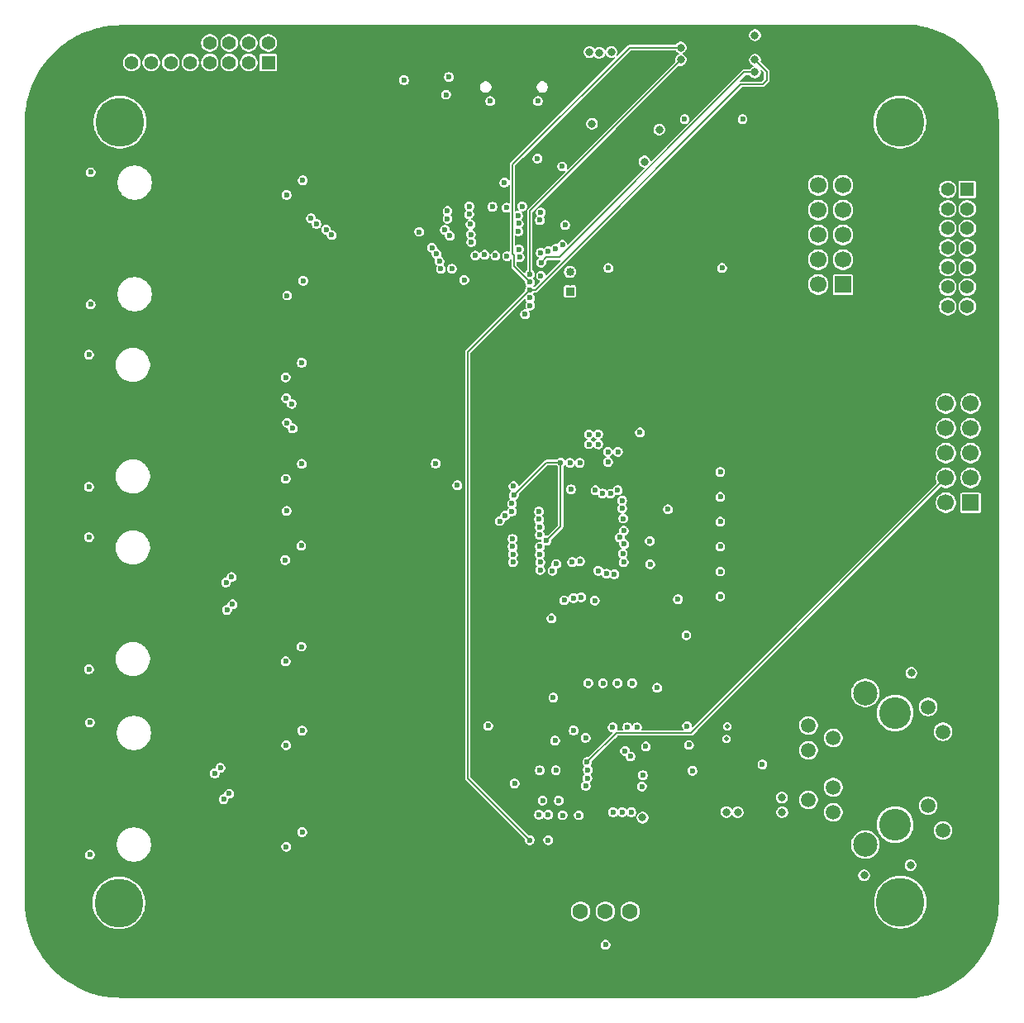
<source format=gbr>
%TF.GenerationSoftware,KiCad,Pcbnew,9.0.1*%
%TF.CreationDate,2025-07-09T12:24:18-07:00*%
%TF.ProjectId,peripheral_board_v1a,70657269-7068-4657-9261-6c5f626f6172,rev?*%
%TF.SameCoordinates,Original*%
%TF.FileFunction,Copper,L5,Inr*%
%TF.FilePolarity,Positive*%
%FSLAX46Y46*%
G04 Gerber Fmt 4.6, Leading zero omitted, Abs format (unit mm)*
G04 Created by KiCad (PCBNEW 9.0.1) date 2025-07-09 12:24:18*
%MOMM*%
%LPD*%
G01*
G04 APERTURE LIST*
%TA.AperFunction,ComponentPad*%
%ADD10R,1.700000X1.700000*%
%TD*%
%TA.AperFunction,ComponentPad*%
%ADD11C,1.700000*%
%TD*%
%TA.AperFunction,ComponentPad*%
%ADD12R,0.850000X0.850000*%
%TD*%
%TA.AperFunction,ComponentPad*%
%ADD13C,0.850000*%
%TD*%
%TA.AperFunction,ComponentPad*%
%ADD14C,5.000000*%
%TD*%
%TA.AperFunction,ComponentPad*%
%ADD15C,3.250000*%
%TD*%
%TA.AperFunction,ComponentPad*%
%ADD16C,1.520000*%
%TD*%
%TA.AperFunction,ComponentPad*%
%ADD17C,2.500000*%
%TD*%
%TA.AperFunction,ComponentPad*%
%ADD18C,1.600000*%
%TD*%
%TA.AperFunction,ComponentPad*%
%ADD19R,1.400000X1.400000*%
%TD*%
%TA.AperFunction,ComponentPad*%
%ADD20C,1.400000*%
%TD*%
%TA.AperFunction,HeatsinkPad*%
%ADD21O,1.000000X2.100000*%
%TD*%
%TA.AperFunction,HeatsinkPad*%
%ADD22O,1.000000X1.600000*%
%TD*%
%TA.AperFunction,ViaPad*%
%ADD23C,0.600000*%
%TD*%
%TA.AperFunction,ViaPad*%
%ADD24C,0.800000*%
%TD*%
%TA.AperFunction,ViaPad*%
%ADD25C,0.460000*%
%TD*%
%TA.AperFunction,Conductor*%
%ADD26C,0.152400*%
%TD*%
G04 APERTURE END LIST*
D10*
%TO.N,+3V3*%
%TO.C,J2*%
X180875000Y-68950000D03*
D11*
X178335000Y-68950000D03*
%TO.N,I2C0_SCL*%
X180875000Y-66410000D03*
%TO.N,I2C1_SCL*%
X178335000Y-66410000D03*
%TO.N,I2C0_SDA*%
X180875000Y-63870000D03*
%TO.N,I2C1_SDA*%
X178335000Y-63870000D03*
%TO.N,I2C1_SCL*%
X180875000Y-61330000D03*
%TO.N,RX*%
X178335000Y-61330000D03*
%TO.N,I2C1_SDA*%
X180875000Y-58790000D03*
%TO.N,TX*%
X178335000Y-58790000D03*
%TO.N,GND*%
X180875000Y-56250000D03*
X178335000Y-56250000D03*
%TD*%
D12*
%TO.N,SWCLK*%
%TO.C,J1*%
X152900000Y-69650000D03*
D13*
%TO.N,GND*%
X152900000Y-68650000D03*
%TO.N,SWD*%
X152900000Y-67650000D03*
%TD*%
D14*
%TO.N,N/C*%
%TO.C,H4*%
X106700000Y-132300000D03*
%TD*%
%TO.N,N/C*%
%TO.C,H1*%
X106800000Y-52300000D03*
%TD*%
D10*
%TO.N,+3V3*%
%TO.C,J3*%
X193950000Y-91300000D03*
D11*
X191410000Y-91300000D03*
%TO.N,GPIO22*%
X193950000Y-88760000D03*
%TO.N,SPI0_CS1*%
X191410000Y-88760000D03*
%TO.N,GPIO23*%
X193950000Y-86220000D03*
%TO.N,STAT*%
X191410000Y-86220000D03*
%TO.N,GPIO24*%
X193950000Y-83680000D03*
%TO.N,GPIO28_ADC2*%
X191410000Y-83680000D03*
%TO.N,GPIO25*%
X193950000Y-81140000D03*
%TO.N,GPIO29_ADC3*%
X191410000Y-81140000D03*
%TO.N,GND*%
X193950000Y-78600000D03*
X191410000Y-78600000D03*
%TD*%
D15*
%TO.N,*%
%TO.C,RJ1*%
X186220000Y-124280000D03*
X186220000Y-112840000D03*
D16*
%TO.N,TX +*%
X179870000Y-123010000D03*
%TO.N,TX -*%
X177330000Y-121740000D03*
%TO.N,TCT*%
X179870000Y-120460000D03*
%TO.N,GND*%
X177330000Y-119190000D03*
X179870000Y-117930000D03*
%TO.N,RCT*%
X177330000Y-116660000D03*
%TO.N,Net-(C32-Pad2)*%
X179870000Y-115390000D03*
%TO.N,Net-(C33-Pad2)*%
X177330000Y-114120000D03*
%TO.N,Net-(RJ1-LLED+)*%
X189600000Y-122350000D03*
%TO.N,GREEN_LED*%
X191120000Y-124890000D03*
%TO.N,Net-(RJ1-RLED+)*%
X189600000Y-112230000D03*
%TO.N,YELLOW_LED*%
X191120000Y-114770000D03*
D17*
%TO.N,CGND*%
X183170000Y-126330000D03*
X183170000Y-110790000D03*
%TD*%
D18*
%TO.N,PMODE0*%
%TO.C,SW3*%
X159065000Y-133180000D03*
%TO.N,PMODE1*%
X156525000Y-133180000D03*
%TO.N,PMODE2*%
X153985000Y-133180000D03*
%TO.N,GND*%
X159065000Y-125560000D03*
X156525000Y-125560000D03*
X153985000Y-125560000D03*
%TD*%
D19*
%TO.N,+3V3*%
%TO.C,CN2*%
X193600000Y-59200000D03*
D20*
X191600000Y-59200000D03*
%TO.N,UART1_TX*%
X193600000Y-61200000D03*
%TO.N,unconnected-(CN2-Pad4)*%
X191600000Y-61200000D03*
%TO.N,UART1_RX*%
X193600000Y-63200000D03*
%TO.N,unconnected-(CN2-Pad6)*%
X191600000Y-63200000D03*
%TO.N,UART1_CTS*%
X193600000Y-65200000D03*
%TO.N,SPI1_RX*%
X191600000Y-65200000D03*
%TO.N,UART1_RTS*%
X193600000Y-67200000D03*
%TO.N,SPI1_SCK*%
X191600000Y-67200000D03*
%TO.N,unconnected-(CN2-Pad11)*%
X193600000Y-69200000D03*
%TO.N,SPI1_CS1*%
X191600000Y-69200000D03*
%TO.N,unconnected-(CN2-Pad13)*%
X193600000Y-71200000D03*
%TO.N,SPI1_TX*%
X191600000Y-71200000D03*
%TO.N,GND*%
X193600000Y-73200000D03*
X191600000Y-73200000D03*
%TD*%
D14*
%TO.N,N/C*%
%TO.C,H2*%
X186700000Y-52300000D03*
%TD*%
D19*
%TO.N,unconnected-(CN1-Pad1)*%
%TO.C,CN1*%
X122000000Y-46200000D03*
D20*
%TO.N,VEPS*%
X122000000Y-44200000D03*
%TO.N,Net-(CN1-Pad3)*%
X120000000Y-46200000D03*
%TO.N,VEPS*%
X120000000Y-44200000D03*
%TO.N,Net-(CN1-Pad5)*%
X118000000Y-46200000D03*
%TO.N,VEPS*%
X118000000Y-44200000D03*
%TO.N,Net-(CN1-Pad7)*%
X116000000Y-46200000D03*
%TO.N,VEPS*%
X116000000Y-44200000D03*
%TO.N,Net-(CN1-Pad9)*%
X114000000Y-46200000D03*
%TO.N,GND*%
X114000000Y-44200000D03*
%TO.N,Net-(CN1-Pad11)*%
X112000000Y-46200000D03*
%TO.N,GND*%
X112000000Y-44200000D03*
%TO.N,GPIO14*%
X110000000Y-46200000D03*
%TO.N,GND*%
X110000000Y-44200000D03*
%TO.N,GPIO15*%
X108000000Y-46200000D03*
%TO.N,GND*%
X108000000Y-44200000D03*
%TD*%
D21*
%TO.N,GND*%
%TO.C,J4*%
X151490000Y-49230000D03*
D22*
X151490000Y-45050000D03*
D21*
X142850000Y-49230000D03*
D22*
X142850000Y-45050000D03*
%TD*%
D14*
%TO.N,N/C*%
%TO.C,H3*%
X186750000Y-132250000D03*
%TD*%
D23*
%TO.N,GNDA*%
X154775003Y-109795001D03*
X165450000Y-118770000D03*
X161825000Y-110270002D03*
X160275000Y-120370000D03*
X160375000Y-119220000D03*
X160675002Y-116270000D03*
X158775002Y-114320000D03*
X172610000Y-118120000D03*
X159275001Y-109795001D03*
X156275000Y-109795001D03*
X157774997Y-109795001D03*
X159775002Y-114320001D03*
X157275001Y-114320000D03*
X165100000Y-116120000D03*
X164900000Y-114178000D03*
D24*
X160337500Y-123570000D03*
D23*
%TO.N,GND*%
X133750000Y-102700000D03*
X125300000Y-85950000D03*
X144050000Y-97850000D03*
X127350000Y-110100000D03*
X140550000Y-102150000D03*
X135400000Y-111200000D03*
X128750000Y-83100000D03*
X143050000Y-89500000D03*
X126600000Y-103150000D03*
X129850000Y-106700000D03*
X124480000Y-104799999D03*
X126800000Y-121450000D03*
X135650000Y-79900000D03*
X139200000Y-105050000D03*
X133300000Y-97350000D03*
X124300000Y-103300000D03*
X125700000Y-71300000D03*
X140250000Y-100450000D03*
X131700000Y-102100000D03*
X127400000Y-116800000D03*
X131050000Y-99900000D03*
X143350000Y-91950000D03*
D24*
X168050000Y-45300000D03*
D23*
X136950000Y-83750000D03*
X135600000Y-108750000D03*
X125574999Y-70070002D03*
X127850000Y-119050000D03*
X124629999Y-67370001D03*
X135650000Y-89450000D03*
X121450000Y-94150000D03*
X163120000Y-66550000D03*
X125375001Y-97169999D03*
X124050000Y-84850000D03*
X125700000Y-72100000D03*
X141350000Y-88000000D03*
X124580000Y-117400000D03*
X165060192Y-58558569D03*
X139350000Y-81000000D03*
X124500002Y-86054999D03*
X146700001Y-112070003D03*
X123400000Y-102850000D03*
X133200000Y-113600000D03*
X128700000Y-103150000D03*
X126250000Y-99400000D03*
X131850000Y-112450000D03*
X129500000Y-93500000D03*
X118300000Y-115350000D03*
X133800000Y-87650000D03*
X128050000Y-82500000D03*
X126400000Y-72950000D03*
X125525000Y-59770000D03*
X145950000Y-98050000D03*
X131500000Y-85550000D03*
X132200000Y-115900000D03*
X146850000Y-70200000D03*
X124580000Y-123800000D03*
X123000000Y-111050000D03*
X123750000Y-112900000D03*
X130150000Y-76950000D03*
X136400000Y-97650000D03*
X125600000Y-103250000D03*
X161650000Y-85600001D03*
X130950000Y-72000000D03*
X136250000Y-90000000D03*
X133350000Y-79850000D03*
X138000000Y-79700000D03*
X136850000Y-99650000D03*
X129300000Y-68900000D03*
X159570000Y-56350000D03*
X119700000Y-94900000D03*
X129250000Y-64550000D03*
X145800000Y-100950000D03*
X139550000Y-97850000D03*
X134300000Y-99650000D03*
X128750000Y-76200000D03*
X129300000Y-65650000D03*
X131600000Y-45399999D03*
X130350000Y-71450000D03*
X157818756Y-87130127D03*
X129800000Y-116900000D03*
X125474999Y-126550000D03*
X131550000Y-73000000D03*
X151375001Y-113770001D03*
X124850000Y-63800000D03*
X144525002Y-120070001D03*
X155275002Y-114276441D03*
X137650000Y-84450000D03*
X133900000Y-110200000D03*
X127350000Y-70850000D03*
X150301200Y-90201200D03*
X159949999Y-69450000D03*
X127250000Y-99400000D03*
X132150000Y-74000000D03*
X147225003Y-114170002D03*
X151950002Y-86220002D03*
X144350000Y-90850000D03*
X125800000Y-111350000D03*
X124450000Y-119700000D03*
X127350000Y-82400000D03*
X120500000Y-94500000D03*
X134250000Y-97350000D03*
X150745000Y-52100000D03*
X164650000Y-49699999D03*
X133450000Y-77700000D03*
X162038757Y-95230126D03*
D24*
X179980000Y-129490000D03*
D23*
X128850000Y-115350000D03*
X128600000Y-97150000D03*
X138100000Y-108800000D03*
X150420000Y-50145000D03*
X127900000Y-96700000D03*
X141350000Y-102950000D03*
X123800000Y-94100000D03*
X131400000Y-116200000D03*
X126550000Y-82050000D03*
X143700000Y-102950000D03*
D24*
X156600000Y-50700000D03*
D23*
X130500000Y-102200000D03*
X149799318Y-82898756D03*
X138250000Y-82450000D03*
X143050000Y-97800000D03*
X136550000Y-96850000D03*
D24*
X161887501Y-123520001D03*
D23*
X133800000Y-80850000D03*
X143100000Y-100450000D03*
X132700000Y-114300000D03*
X144250000Y-96150000D03*
X143550000Y-90200000D03*
X125435789Y-88855000D03*
X125950000Y-122000000D03*
X126600000Y-117300000D03*
X151015192Y-60378569D03*
X124150000Y-121550000D03*
X144400000Y-102250000D03*
X139200000Y-100450000D03*
X131300000Y-93500000D03*
X141400000Y-85550000D03*
X143375192Y-55053569D03*
X132200000Y-93500000D03*
X140200000Y-84350000D03*
D24*
X155899999Y-44169999D03*
D23*
X141314973Y-71100000D03*
X149850000Y-117220001D03*
X148000000Y-99830127D03*
X132450000Y-115100000D03*
X149625002Y-114144998D03*
X129250000Y-104700000D03*
X148775003Y-123270003D03*
X127600000Y-88250000D03*
X136000000Y-100550000D03*
X140000000Y-81700000D03*
X135050000Y-88800000D03*
X150478140Y-80961282D03*
X135250000Y-76800000D03*
X137950000Y-106400000D03*
X125475000Y-116150000D03*
X152308757Y-102260127D03*
X165057196Y-102278769D03*
X143025234Y-87084826D03*
X134400000Y-109700000D03*
X125850000Y-117400000D03*
X121750000Y-110900000D03*
X130150000Y-99400000D03*
X136650000Y-110050000D03*
X144400000Y-91950000D03*
X127450000Y-120500000D03*
X147850000Y-58550000D03*
X135050000Y-98900000D03*
X129300000Y-83550000D03*
X129350000Y-66550000D03*
X162080001Y-97599999D03*
X115700000Y-118450000D03*
X123600000Y-119850000D03*
X162180000Y-66550000D03*
X134900000Y-111800000D03*
X130450000Y-91050000D03*
X143500192Y-73553569D03*
X132100000Y-92700000D03*
X124500002Y-79705000D03*
X143745000Y-52150000D03*
X128600000Y-93500000D03*
X138220000Y-64353569D03*
X127350000Y-65900000D03*
X119050000Y-113550000D03*
X138450000Y-98000000D03*
X133100000Y-74550000D03*
X137500000Y-99100000D03*
X152983757Y-84980127D03*
X120000000Y-112100000D03*
X124250000Y-109800000D03*
X129800000Y-102700000D03*
X153600000Y-63000000D03*
X136400000Y-91000000D03*
X126650000Y-110800000D03*
X127300000Y-96200000D03*
X140100000Y-106500000D03*
X133000000Y-93600000D03*
X131350000Y-97350000D03*
X124950000Y-111800000D03*
X141300000Y-100450000D03*
X140950000Y-96150000D03*
X131850000Y-104700000D03*
X140500000Y-43062499D03*
X128900000Y-69800000D03*
X155450001Y-102280001D03*
X138800000Y-102750000D03*
X125850000Y-84000000D03*
X139650000Y-83800000D03*
X124850000Y-109400000D03*
X134450000Y-88250000D03*
X129850000Y-84100000D03*
X127700000Y-74750000D03*
X133400000Y-110800000D03*
X153908580Y-86250127D03*
X132050000Y-86000000D03*
X138600000Y-105700000D03*
X138230192Y-62778569D03*
X137950000Y-98500000D03*
X126550000Y-96200000D03*
X138120000Y-48000000D03*
X134550000Y-82550000D03*
X154058758Y-89980127D03*
X141550000Y-83300000D03*
X132200000Y-79650000D03*
X133850000Y-100400000D03*
X162041431Y-51172692D03*
X143250000Y-96150000D03*
X146178757Y-90530127D03*
X124629999Y-61020001D03*
X160075198Y-86379802D03*
X135700000Y-98100000D03*
X134550000Y-76000000D03*
X131000000Y-77500000D03*
X131600000Y-78200000D03*
X136000000Y-110700000D03*
X141350000Y-105450000D03*
X167500000Y-59750000D03*
X125350000Y-99450000D03*
X130250000Y-114000000D03*
X147108759Y-88650127D03*
X127650000Y-93500000D03*
X139500000Y-107200000D03*
X119400000Y-112800000D03*
X124850000Y-94050000D03*
D24*
X164250000Y-47200000D03*
D23*
X132300000Y-97400000D03*
X140750000Y-106000000D03*
X129200000Y-99350000D03*
X140500000Y-103400000D03*
X125250000Y-80950000D03*
X166600001Y-69450000D03*
X139670000Y-59900000D03*
X128800000Y-108900000D03*
X137150000Y-91400000D03*
X137550000Y-102700000D03*
X128650000Y-105450000D03*
X154465291Y-117001175D03*
X128350000Y-118400000D03*
X132750000Y-111650000D03*
X133750000Y-113000000D03*
X145225192Y-63573569D03*
X143920000Y-50145000D03*
D24*
X158450000Y-46700000D03*
D23*
X126900000Y-87500000D03*
X129650000Y-70450000D03*
X129200000Y-117600000D03*
X127300000Y-106800000D03*
X132900000Y-100400000D03*
X138300000Y-85050000D03*
X138150000Y-100450000D03*
X141550000Y-102050000D03*
X134950000Y-109200000D03*
X138100000Y-91200000D03*
X134500000Y-102100000D03*
X131950000Y-76150000D03*
X125250000Y-83350000D03*
X134200000Y-78350000D03*
X133950000Y-81800000D03*
X127800000Y-109300000D03*
X129450000Y-114700000D03*
X124750000Y-82850000D03*
X116500000Y-117200000D03*
X125425000Y-107549998D03*
X130400000Y-106050000D03*
X118300000Y-114400000D03*
X140650000Y-97750000D03*
X125800000Y-81450000D03*
X140800000Y-84950000D03*
X128250000Y-99400000D03*
X127250000Y-73850000D03*
X129400000Y-76450000D03*
X128050000Y-106200000D03*
X122700000Y-94050000D03*
X128950000Y-89750000D03*
X127150000Y-119650000D03*
X129100000Y-107350000D03*
X149575192Y-58883569D03*
X136250000Y-83000000D03*
X130400000Y-84550000D03*
X138914036Y-89880330D03*
X131950000Y-100400000D03*
X172925000Y-100875000D03*
X127025000Y-92150000D03*
X130400000Y-93500000D03*
X152100000Y-55699000D03*
X137750000Y-96350000D03*
X155230112Y-97375204D03*
X130400000Y-97350000D03*
X135950000Y-77800000D03*
X127350000Y-67500000D03*
X152908759Y-86250127D03*
X172925000Y-88150000D03*
X130950000Y-85050000D03*
X128300000Y-88950000D03*
X124479999Y-98399999D03*
X141550000Y-97850000D03*
X137100000Y-100550000D03*
X146500000Y-100250000D03*
X127850000Y-72100000D03*
X144450000Y-88800000D03*
X152234246Y-97279745D03*
X140800000Y-82600000D03*
X139050000Y-85600000D03*
X129750000Y-67800000D03*
X120499999Y-52350000D03*
X131050000Y-103000000D03*
X125650000Y-67200000D03*
X133200000Y-103300000D03*
X137200000Y-109400000D03*
X129750000Y-90450000D03*
X125800000Y-94050000D03*
X132550000Y-86500000D03*
X121000000Y-111500000D03*
X143718198Y-85161498D03*
X126700000Y-107450000D03*
X130500000Y-74700000D03*
X124400000Y-99400000D03*
X134400000Y-112400000D03*
X139700000Y-102650000D03*
X127650000Y-103150000D03*
X126850000Y-94000000D03*
X124950000Y-121700000D03*
X125420002Y-78455000D03*
X136650000Y-78450000D03*
X129450000Y-97350000D03*
X125800000Y-66250000D03*
X124800000Y-64550000D03*
X135300000Y-97300000D03*
X131150000Y-105200000D03*
X136650000Y-102350000D03*
X130700000Y-116800000D03*
X128150000Y-116050000D03*
X143950000Y-100050000D03*
X131050000Y-113150000D03*
X124400000Y-118900000D03*
X123750000Y-110400000D03*
X117650000Y-116450000D03*
X131250000Y-91800000D03*
X123550000Y-99400000D03*
X133145192Y-53303569D03*
X135400000Y-82950000D03*
X138650000Y-80200000D03*
X133200000Y-87150000D03*
X132750000Y-76950000D03*
X137200000Y-106900000D03*
X141400000Y-91850000D03*
X135500000Y-102100000D03*
X145700192Y-75253569D03*
X136550000Y-107450000D03*
X153650000Y-71699999D03*
%TO.N,Net-(U4-XO)*%
X144525002Y-114170002D03*
X151450001Y-118720002D03*
%TO.N,Net-(U4-XI{slash}CLKIN)*%
X149800001Y-118720000D03*
X147225003Y-120070001D03*
%TO.N,+1V1*%
X145260192Y-65978569D03*
X142710192Y-62778569D03*
X146410192Y-61078569D03*
X146182519Y-58496242D03*
X147600000Y-63500000D03*
%TO.N,SPI1_RX*%
X140810192Y-67328569D03*
X155800000Y-85319999D03*
%TO.N,UART1_RTS*%
X142800000Y-64600000D03*
%TO.N,SPI1_TX*%
X156798759Y-87130127D03*
X139678573Y-67350522D03*
%TO.N,UART1_CTS*%
X142750000Y-63800000D03*
%TO.N,UART1_TX*%
X138760192Y-65178569D03*
%TO.N,UART1_RX*%
X139240194Y-65818571D03*
%TO.N,SPI1_CS1*%
X154849999Y-85310000D03*
X142060192Y-68478569D03*
%TO.N,SPI1_SCK*%
X156798760Y-86080127D03*
X139528988Y-66564629D03*
%TO.N,RX*%
X142566969Y-61739804D03*
D24*
%TO.N,CGND*%
X183030000Y-129490000D03*
D23*
%TO.N,TX*%
X142584819Y-60940003D03*
%TO.N,VDDIO*%
X153908580Y-87210126D03*
X154849999Y-84290001D03*
X157818757Y-86080126D03*
X155450002Y-101320001D03*
X151008758Y-103155127D03*
X161078757Y-95230127D03*
X163961181Y-101182753D03*
X155800000Y-84300000D03*
X162933757Y-91980127D03*
%TO.N,VDDAT*%
X147138757Y-90530126D03*
X150508759Y-95180127D03*
X151950001Y-87180001D03*
X141363693Y-89513693D03*
%TO.N,LED1_0*%
X155508758Y-90030127D03*
X123924999Y-70070002D03*
X168300000Y-88150000D03*
%TO.N,LED1_1*%
X156237052Y-90361170D03*
X123875000Y-59770000D03*
X168300000Y-90700000D03*
%TO.N,LED2_0*%
X168300000Y-93250000D03*
X157058759Y-90380127D03*
X123785789Y-88855000D03*
%TO.N,LED2_1*%
X123770002Y-78455000D03*
X157774302Y-90022353D03*
X168300000Y-95800000D03*
%TO.N,LED3_0*%
X123775000Y-107549998D03*
X168300000Y-98350000D03*
X151491840Y-97577808D03*
D24*
%TO.N,TX -*%
X174610000Y-121510000D03*
X168938768Y-122991232D03*
%TO.N,TX +*%
X170090000Y-123010000D03*
X174640000Y-123010000D03*
D23*
%TO.N,SPI0_ETHER*%
X149725001Y-123270003D03*
X154675001Y-119520003D03*
%TO.N,GPIO14*%
X143210192Y-65978569D03*
%TO.N,YELLOW_LED*%
X154512949Y-115393119D03*
%TO.N,GREEN_LED*%
X153271880Y-114635002D03*
%TO.N,LED3_1*%
X123725001Y-97169999D03*
X168300000Y-100900000D03*
X151108759Y-98280127D03*
%TO.N,LED4_1*%
X123825000Y-116150000D03*
X153258758Y-101080127D03*
%TO.N,LED4_0*%
X154052303Y-100978673D03*
X123824999Y-126550000D03*
%TO.N,SPI0_MOSI*%
X154524002Y-120305622D03*
D24*
X171850000Y-47200000D03*
D23*
X149950000Y-66700000D03*
%TO.N,SPI0_SCK*%
X154725002Y-118670000D03*
X148800000Y-67900000D03*
D24*
X164250000Y-45930000D03*
D23*
%TO.N,SPI0_MISO*%
X148775002Y-125870001D03*
X148800000Y-69500006D03*
D24*
X171850000Y-45930000D03*
D23*
%TO.N,SPI0_CS1*%
X150675001Y-123270001D03*
X154663643Y-117872356D03*
X147646870Y-62684306D03*
%TO.N,RX +*%
X159107843Y-117302843D03*
D25*
X168920000Y-115510000D03*
D23*
%TO.N,RX -*%
X158542157Y-116737157D03*
D25*
X169000000Y-114220000D03*
D23*
%TO.N,GPIO15*%
X144150000Y-65900000D03*
%TO.N,SWCLK*%
X148819477Y-71099775D03*
D24*
%TO.N,+3V3*%
X187880000Y-108740000D03*
D23*
X151375001Y-115670000D03*
X150100002Y-121820001D03*
D24*
X187780000Y-128440000D03*
D23*
X137450000Y-63550000D03*
X139136307Y-87286307D03*
X125574999Y-68570000D03*
X148010192Y-60943571D03*
X151187499Y-111270001D03*
X149575192Y-56043569D03*
X164827386Y-104877386D03*
X152413869Y-62849000D03*
X125400000Y-106049999D03*
X125524998Y-58270001D03*
X125475000Y-125050000D03*
X125474999Y-114650000D03*
X149920000Y-68050000D03*
X125420000Y-87324213D03*
X150675000Y-125870002D03*
X140205192Y-49493569D03*
X152149999Y-123320001D03*
X144960192Y-60978569D03*
X156550000Y-136594314D03*
X170590000Y-52000000D03*
D24*
X171850000Y-43400000D03*
D23*
X152100000Y-56849999D03*
X125375001Y-95699999D03*
X135909999Y-48000000D03*
X164650000Y-52000000D03*
X125420002Y-76954213D03*
%TO.N,1.2A*%
X156825001Y-67250000D03*
X147108758Y-89610126D03*
%TO.N,1.2D*%
X168475000Y-67250000D03*
X152308758Y-101300127D03*
X161120002Y-97599999D03*
X152908757Y-87210127D03*
%TO.N,RST_N*%
X153008759Y-89930126D03*
X160075198Y-84100001D03*
%TO.N,Chassis_GND*%
X103625000Y-94830000D03*
X103725000Y-127370000D03*
X103800000Y-70985000D03*
X103800000Y-57445000D03*
X103625000Y-76130000D03*
X103625000Y-89670000D03*
X123875000Y-92150000D03*
X103725000Y-113830000D03*
X103625000Y-108370000D03*
%TO.N,SWD*%
X148800000Y-70300009D03*
%TO.N,I2C0_SCL*%
X140600000Y-63950000D03*
%TO.N,I2C0_SDA*%
X140079981Y-63342069D03*
%TO.N,RX1-*%
X126367157Y-62167157D03*
X146958492Y-92199999D03*
%TO.N,Net-(U6-TXEN5{slash}TXDS5_CTL)*%
X153133284Y-97381743D03*
%TO.N,I2C1_SDA*%
X140350000Y-61415066D03*
%TO.N,I2C1_SCL*%
X140350000Y-62215069D03*
%TO.N,GPIO22*%
X149900000Y-65700000D03*
D24*
%TO.N,VEPS*%
X157149999Y-45130000D03*
D23*
%TO.N,GPIO23*%
X150680952Y-65526455D03*
%TO.N,GPIO24*%
X151446842Y-65295335D03*
%TO.N,GPIO29_ADC3*%
X149905731Y-61557015D03*
%TO.N,Net-(U6-TXD5_0)*%
X153930216Y-97311705D03*
%TO.N,GPIO28_ADC2*%
X149800000Y-62350000D03*
%TO.N,GPIO25*%
X152136775Y-64890370D03*
%TO.N,Net-(U6-TXD5_2)*%
X155808758Y-98280127D03*
%TO.N,Net-(U1-RUN)*%
X148292157Y-72000000D03*
X146450000Y-66050000D03*
D24*
%TO.N,VBUS*%
X154900001Y-45130002D03*
D23*
X140500000Y-47675000D03*
X149620001Y-50145000D03*
X144719999Y-50145000D03*
%TO.N,PMODE2*%
X157327020Y-123017867D03*
%TO.N,PMODE1*%
X158271880Y-123005357D03*
%TO.N,PMODE0*%
X159184845Y-123013569D03*
%TO.N,RX1+*%
X146958492Y-91400000D03*
X126932843Y-62732843D03*
%TO.N,RX2-*%
X145699715Y-93181096D03*
X123827470Y-80602641D03*
%TO.N,RX2+*%
X146265401Y-92615410D03*
X124393156Y-81168327D03*
%TO.N,RX3+*%
X147011053Y-95000001D03*
X117667157Y-99482843D03*
%TO.N,RX4-*%
X117082843Y-118467157D03*
X147067177Y-97400000D03*
%TO.N,RX4+*%
X147067175Y-96600001D03*
X116517157Y-119032843D03*
%TO.N,TX1+*%
X128482843Y-63882843D03*
X149726704Y-92200000D03*
%TO.N,TX1-*%
X127917157Y-63317157D03*
X149726703Y-93000001D03*
%TO.N,TX2+*%
X149802236Y-93800001D03*
X124482843Y-83682843D03*
%TO.N,TX2-*%
X149802237Y-94600000D03*
X123917157Y-83117157D03*
%TO.N,TX3+*%
X117767157Y-102282843D03*
X149816001Y-95800001D03*
%TO.N,TX3-*%
X118332843Y-101717157D03*
X149816000Y-96600001D03*
%TO.N,TX4+*%
X149854121Y-97400000D03*
X117417157Y-121682843D03*
%TO.N,TX4-*%
X149854121Y-98200000D03*
X117982843Y-121117157D03*
%TO.N,RX3-*%
X147011053Y-95800000D03*
X118232843Y-98917157D03*
%TO.N,RSTn*%
X147750000Y-66150000D03*
X153800003Y-123320001D03*
%TO.N,INTn*%
X147677572Y-65353283D03*
X151750003Y-121820001D03*
%TO.N,Net-(U6-TXER5)*%
X156660527Y-98576911D03*
%TO.N,Net-(U6-TXD5_5)*%
X157458757Y-98630126D03*
%TO.N,Net-(U6-RXD5_4)*%
X158258759Y-91080127D03*
%TO.N,Net-(U6-REFCLKO)*%
X158251325Y-91887563D03*
%TO.N,Net-(U6-CRS5)*%
X158358757Y-92930127D03*
%TO.N,Net-(U6-RXDV5{slash}CRSDV5{slash}RXD5_CTL)*%
X158408758Y-94180127D03*
%TO.N,Net-(U6-RXD5_2)*%
X158005389Y-94870991D03*
%TO.N,Net-(U6-RXD5_1)*%
X158458759Y-95530126D03*
%TO.N,Net-(U6-RXC5{slash}GRXC5)*%
X158308758Y-96530127D03*
%TO.N,Net-(U6-TXC5{slash}REFCLKI5{slash}GTXC5)*%
X158408758Y-97380126D03*
D24*
%TO.N,SPI0_CS0*%
X164250000Y-44670000D03*
D23*
X148800000Y-68700003D03*
D24*
%TO.N,STAT*%
X155155000Y-52480000D03*
D23*
X147576961Y-61887364D03*
D24*
%TO.N,VOUT*%
X162041431Y-53072692D03*
X160530000Y-56350000D03*
X155899999Y-45200000D03*
%TD*%
D26*
%TO.N,VDDAT*%
X150488882Y-87180001D02*
X147138757Y-90530126D01*
X151950001Y-93738885D02*
X151950001Y-87180001D01*
X151950001Y-87180001D02*
X150488882Y-87180001D01*
X150508759Y-95180127D02*
X151950001Y-93738885D01*
%TO.N,SPI0_MOSI*%
X149950000Y-66700000D02*
X150500000Y-66150000D01*
X150500000Y-66150000D02*
X151800000Y-66150000D01*
X151800000Y-66150000D02*
X170750000Y-47200000D01*
X170750000Y-47200000D02*
X171850000Y-47200000D01*
%TO.N,SPI0_SCK*%
X148800000Y-61380000D02*
X164250000Y-45930000D01*
X148800000Y-67900000D02*
X148800000Y-61380000D01*
%TO.N,SPI0_MISO*%
X148783718Y-69500006D02*
X142448034Y-75835690D01*
X173050000Y-47130000D02*
X173050000Y-48050000D01*
X149349994Y-69500006D02*
X148800000Y-69500006D01*
X171850000Y-45930000D02*
X173050000Y-47130000D01*
X170400000Y-48450000D02*
X149349994Y-69500006D01*
X173050000Y-48050000D02*
X172650000Y-48450000D01*
X172650000Y-48450000D02*
X170400000Y-48450000D01*
X142448034Y-75835690D02*
X142448034Y-119543033D01*
X148800000Y-69500006D02*
X148783718Y-69500006D01*
X142448034Y-119543033D02*
X148775002Y-125870001D01*
%TO.N,SPI0_CS1*%
X157638798Y-114897201D02*
X165272799Y-114897201D01*
X154663643Y-117872356D02*
X157638798Y-114897201D01*
X165272799Y-114897201D02*
X191410000Y-88760000D01*
%TO.N,SPI0_CS0*%
X147172800Y-65956515D02*
X147172800Y-67089085D01*
X147000000Y-56661285D02*
X147000000Y-65783715D01*
X148783718Y-68700003D02*
X148800000Y-68700003D01*
X147172800Y-67089085D02*
X148783718Y-68700003D01*
X164250000Y-44670000D02*
X158991285Y-44670000D01*
X147000000Y-65783715D02*
X147172800Y-65956515D01*
X158991285Y-44670000D02*
X147000000Y-56661285D01*
%TD*%
%TA.AperFunction,Conductor*%
%TO.N,GND*%
G36*
X163724464Y-44965006D02*
G01*
X163734396Y-44977949D01*
X163760672Y-45023460D01*
X163769480Y-45038716D01*
X163881284Y-45150520D01*
X164018216Y-45229577D01*
X164034001Y-45233806D01*
X164055733Y-45239630D01*
X164093683Y-45268750D01*
X164099926Y-45316177D01*
X164070806Y-45354127D01*
X164055733Y-45360370D01*
X164018218Y-45370422D01*
X164018216Y-45370422D01*
X163931358Y-45420570D01*
X163881284Y-45449480D01*
X163881283Y-45449481D01*
X163881279Y-45449484D01*
X163769484Y-45561279D01*
X163769481Y-45561283D01*
X163769480Y-45561284D01*
X163748098Y-45598319D01*
X163690422Y-45698216D01*
X163690421Y-45698219D01*
X163649501Y-45850936D01*
X163649500Y-45850944D01*
X163649500Y-46009055D01*
X163649501Y-46009063D01*
X163667659Y-46076832D01*
X163661415Y-46124258D01*
X163651483Y-46137202D01*
X152657411Y-57131274D01*
X152613217Y-57149580D01*
X152569023Y-57131274D01*
X152550717Y-57087080D01*
X152559091Y-57055829D01*
X152566392Y-57043185D01*
X152600500Y-56915891D01*
X152600500Y-56784107D01*
X152566392Y-56656813D01*
X152500500Y-56542685D01*
X152500498Y-56542683D01*
X152500495Y-56542679D01*
X152407319Y-56449503D01*
X152407315Y-56449500D01*
X152407314Y-56449499D01*
X152350250Y-56416553D01*
X152293185Y-56383606D01*
X152293182Y-56383605D01*
X152165898Y-56349500D01*
X152165893Y-56349499D01*
X152165892Y-56349499D01*
X152034108Y-56349499D01*
X152034107Y-56349499D01*
X152034101Y-56349500D01*
X151906817Y-56383605D01*
X151906814Y-56383606D01*
X151792684Y-56449500D01*
X151792680Y-56449503D01*
X151699504Y-56542679D01*
X151699501Y-56542683D01*
X151633607Y-56656813D01*
X151633606Y-56656816D01*
X151599501Y-56784100D01*
X151599500Y-56784108D01*
X151599500Y-56915889D01*
X151599501Y-56915897D01*
X151633606Y-57043181D01*
X151633607Y-57043184D01*
X151640907Y-57055828D01*
X151695035Y-57149580D01*
X151699501Y-57157314D01*
X151699504Y-57157318D01*
X151792680Y-57250494D01*
X151792684Y-57250497D01*
X151792686Y-57250499D01*
X151883352Y-57302845D01*
X151906814Y-57316391D01*
X151906817Y-57316392D01*
X151964934Y-57331964D01*
X152034108Y-57350499D01*
X152034109Y-57350499D01*
X152165891Y-57350499D01*
X152165892Y-57350499D01*
X152293186Y-57316391D01*
X152305830Y-57309090D01*
X152353254Y-57302845D01*
X152391206Y-57331964D01*
X152397452Y-57379389D01*
X152381275Y-57407410D01*
X148578589Y-61210096D01*
X148578584Y-61210102D01*
X148542156Y-61273195D01*
X148542155Y-61273197D01*
X148527756Y-61326939D01*
X148523301Y-61343565D01*
X148523300Y-61343573D01*
X148523300Y-67445740D01*
X148504994Y-67489934D01*
X148495876Y-67496930D01*
X148495935Y-67497006D01*
X148492685Y-67499499D01*
X148399504Y-67592680D01*
X148399501Y-67592684D01*
X148333608Y-67706814D01*
X148329553Y-67721946D01*
X148300431Y-67759895D01*
X148253004Y-67766137D01*
X148224989Y-67749961D01*
X147467806Y-66992778D01*
X147449500Y-66948584D01*
X147449500Y-66662687D01*
X147467806Y-66618493D01*
X147512000Y-66600187D01*
X147543249Y-66608560D01*
X147556814Y-66616392D01*
X147556815Y-66616392D01*
X147556817Y-66616393D01*
X147622932Y-66634108D01*
X147684108Y-66650500D01*
X147684109Y-66650500D01*
X147815891Y-66650500D01*
X147815892Y-66650500D01*
X147943186Y-66616392D01*
X148057314Y-66550500D01*
X148150500Y-66457314D01*
X148216392Y-66343186D01*
X148250500Y-66215892D01*
X148250500Y-66084108D01*
X148223705Y-65984108D01*
X148216393Y-65956817D01*
X148216392Y-65956814D01*
X148190905Y-65912670D01*
X148150500Y-65842686D01*
X148150498Y-65842684D01*
X148150495Y-65842680D01*
X148067435Y-65759621D01*
X148049129Y-65715427D01*
X148067434Y-65671234D01*
X148078072Y-65660597D01*
X148143964Y-65546469D01*
X148178072Y-65419175D01*
X148178072Y-65287391D01*
X148163661Y-65233607D01*
X148143965Y-65160100D01*
X148143964Y-65160097D01*
X148124254Y-65125959D01*
X148078072Y-65045969D01*
X148078070Y-65045967D01*
X148078067Y-65045963D01*
X147984891Y-64952787D01*
X147984887Y-64952784D01*
X147984886Y-64952783D01*
X147927822Y-64919837D01*
X147870757Y-64886890D01*
X147870754Y-64886889D01*
X147743470Y-64852784D01*
X147743465Y-64852783D01*
X147743464Y-64852783D01*
X147611680Y-64852783D01*
X147611679Y-64852783D01*
X147611673Y-64852784D01*
X147484389Y-64886889D01*
X147484386Y-64886890D01*
X147370450Y-64952672D01*
X147323024Y-64958915D01*
X147285073Y-64929795D01*
X147276700Y-64898545D01*
X147276700Y-63999523D01*
X147295006Y-63955329D01*
X147339200Y-63937023D01*
X147370448Y-63945396D01*
X147406814Y-63966392D01*
X147406815Y-63966392D01*
X147406817Y-63966393D01*
X147433211Y-63973465D01*
X147534108Y-64000500D01*
X147534109Y-64000500D01*
X147665891Y-64000500D01*
X147665892Y-64000500D01*
X147793186Y-63966392D01*
X147907314Y-63900500D01*
X148000500Y-63807314D01*
X148066392Y-63693186D01*
X148100500Y-63565892D01*
X148100500Y-63434108D01*
X148073571Y-63333608D01*
X148066393Y-63306817D01*
X148066392Y-63306814D01*
X148048704Y-63276178D01*
X148000500Y-63192686D01*
X147967595Y-63159781D01*
X147949290Y-63115589D01*
X147967594Y-63071395D01*
X148047370Y-62991620D01*
X148113262Y-62877492D01*
X148147370Y-62750198D01*
X148147370Y-62618414D01*
X148126811Y-62541686D01*
X148113263Y-62491123D01*
X148113262Y-62491120D01*
X148047370Y-62376992D01*
X148047368Y-62376990D01*
X148047365Y-62376986D01*
X147965453Y-62295074D01*
X147947147Y-62250880D01*
X147965453Y-62206686D01*
X147965453Y-62206685D01*
X147977461Y-62194678D01*
X148043353Y-62080550D01*
X148077461Y-61953256D01*
X148077461Y-61821472D01*
X148045118Y-61700764D01*
X148043354Y-61694181D01*
X148043353Y-61694178D01*
X148027464Y-61666658D01*
X147977461Y-61580050D01*
X147977459Y-61580048D01*
X147977456Y-61580044D01*
X147948177Y-61550765D01*
X147929871Y-61506571D01*
X147948177Y-61462377D01*
X147992371Y-61444071D01*
X148076083Y-61444071D01*
X148076084Y-61444071D01*
X148203378Y-61409963D01*
X148317506Y-61344071D01*
X148410692Y-61250885D01*
X148476584Y-61136757D01*
X148510692Y-61009463D01*
X148510692Y-60877679D01*
X148497456Y-60828283D01*
X148476585Y-60750388D01*
X148476584Y-60750385D01*
X148438177Y-60683863D01*
X148410692Y-60636257D01*
X148410690Y-60636255D01*
X148410687Y-60636251D01*
X148317511Y-60543075D01*
X148317507Y-60543072D01*
X148317506Y-60543071D01*
X148260442Y-60510125D01*
X148203377Y-60477178D01*
X148203374Y-60477177D01*
X148076090Y-60443072D01*
X148076085Y-60443071D01*
X148076084Y-60443071D01*
X147944300Y-60443071D01*
X147944299Y-60443071D01*
X147944293Y-60443072D01*
X147817009Y-60477177D01*
X147817006Y-60477178D01*
X147702876Y-60543072D01*
X147702872Y-60543075D01*
X147609696Y-60636251D01*
X147609693Y-60636255D01*
X147543799Y-60750385D01*
X147543798Y-60750388D01*
X147509693Y-60877672D01*
X147509692Y-60877680D01*
X147509692Y-61009461D01*
X147509693Y-61009469D01*
X147543798Y-61136753D01*
X147543799Y-61136756D01*
X147564006Y-61171755D01*
X147609008Y-61249701D01*
X147609693Y-61250886D01*
X147609696Y-61250890D01*
X147638976Y-61280170D01*
X147657282Y-61324364D01*
X147638976Y-61368558D01*
X147594782Y-61386864D01*
X147511069Y-61386864D01*
X147511068Y-61386864D01*
X147511062Y-61386865D01*
X147383778Y-61420970D01*
X147383768Y-61420975D01*
X147370448Y-61428665D01*
X147323022Y-61434908D01*
X147285073Y-61405786D01*
X147276700Y-61374538D01*
X147276700Y-56801786D01*
X147295006Y-56757592D01*
X148074920Y-55977678D01*
X149074692Y-55977678D01*
X149074692Y-56109459D01*
X149074693Y-56109467D01*
X149108798Y-56236751D01*
X149108799Y-56236754D01*
X149174693Y-56350884D01*
X149174696Y-56350888D01*
X149267872Y-56444064D01*
X149267876Y-56444067D01*
X149267878Y-56444069D01*
X149349825Y-56491381D01*
X149382006Y-56509961D01*
X149382009Y-56509962D01*
X149459904Y-56530833D01*
X149509300Y-56544069D01*
X149509301Y-56544069D01*
X149641083Y-56544069D01*
X149641084Y-56544069D01*
X149768378Y-56509961D01*
X149882506Y-56444069D01*
X149975692Y-56350883D01*
X150041584Y-56236755D01*
X150075692Y-56109461D01*
X150075692Y-55977677D01*
X150041584Y-55850383D01*
X149975692Y-55736255D01*
X149975690Y-55736253D01*
X149975687Y-55736249D01*
X149882511Y-55643073D01*
X149882507Y-55643070D01*
X149882506Y-55643069D01*
X149825442Y-55610123D01*
X149768377Y-55577176D01*
X149768374Y-55577175D01*
X149641090Y-55543070D01*
X149641085Y-55543069D01*
X149641084Y-55543069D01*
X149509300Y-55543069D01*
X149509299Y-55543069D01*
X149509293Y-55543070D01*
X149382009Y-55577175D01*
X149382006Y-55577176D01*
X149267876Y-55643070D01*
X149267872Y-55643073D01*
X149174696Y-55736249D01*
X149174693Y-55736253D01*
X149108799Y-55850383D01*
X149108798Y-55850386D01*
X149074693Y-55977670D01*
X149074692Y-55977678D01*
X148074920Y-55977678D01*
X151651654Y-52400944D01*
X154554500Y-52400944D01*
X154554500Y-52559055D01*
X154554501Y-52559063D01*
X154595421Y-52711780D01*
X154595422Y-52711783D01*
X154595423Y-52711784D01*
X154674480Y-52848716D01*
X154786284Y-52960520D01*
X154923216Y-53039577D01*
X154923219Y-53039578D01*
X154957532Y-53048772D01*
X155075943Y-53080500D01*
X155075944Y-53080500D01*
X155234056Y-53080500D01*
X155234057Y-53080500D01*
X155386784Y-53039577D01*
X155523716Y-52960520D01*
X155635520Y-52848716D01*
X155714577Y-52711784D01*
X155755500Y-52559057D01*
X155755500Y-52400943D01*
X155730414Y-52307319D01*
X155714578Y-52248219D01*
X155714577Y-52248216D01*
X155710114Y-52240486D01*
X155635520Y-52111284D01*
X155523716Y-51999480D01*
X155410489Y-51934109D01*
X155386783Y-51920422D01*
X155386780Y-51920421D01*
X155234063Y-51879501D01*
X155234058Y-51879500D01*
X155234057Y-51879500D01*
X155075943Y-51879500D01*
X155075942Y-51879500D01*
X155075936Y-51879501D01*
X154923219Y-51920421D01*
X154923216Y-51920422D01*
X154826964Y-51975993D01*
X154786284Y-51999480D01*
X154786283Y-51999481D01*
X154786279Y-51999484D01*
X154674484Y-52111279D01*
X154674481Y-52111283D01*
X154595422Y-52248216D01*
X154595421Y-52248219D01*
X154554501Y-52400936D01*
X154554500Y-52400944D01*
X151651654Y-52400944D01*
X159087592Y-44965006D01*
X159131786Y-44946700D01*
X163680270Y-44946700D01*
X163724464Y-44965006D01*
G37*
%TD.AperFunction*%
%TA.AperFunction,Conductor*%
G36*
X106999576Y-42366667D02*
G01*
X106999813Y-42366569D01*
X188316528Y-42367707D01*
X188327169Y-42368622D01*
X188892770Y-42466541D01*
X188896421Y-42467287D01*
X189470006Y-42602303D01*
X189473600Y-42603264D01*
X189878342Y-42724459D01*
X190038078Y-42772290D01*
X190041622Y-42773467D01*
X190595034Y-42975915D01*
X190598466Y-42977288D01*
X191138802Y-43212428D01*
X191142173Y-43214017D01*
X191667474Y-43480993D01*
X191670751Y-43482784D01*
X192179178Y-43780660D01*
X192182316Y-43782627D01*
X192672045Y-44110335D01*
X192675069Y-44112491D01*
X192923680Y-44301285D01*
X193144375Y-44468880D01*
X193147280Y-44471227D01*
X193594436Y-44854984D01*
X193597164Y-44857469D01*
X194020631Y-45267272D01*
X194023234Y-45269947D01*
X194415884Y-45698216D01*
X194421435Y-45704270D01*
X194423876Y-45707097D01*
X194795437Y-46164439D01*
X194797704Y-46167406D01*
X195141290Y-46646123D01*
X195143376Y-46649221D01*
X195457753Y-47147596D01*
X195459650Y-47150812D01*
X195743711Y-47667087D01*
X195745412Y-47670411D01*
X195998124Y-48202713D01*
X195999624Y-48206133D01*
X196220098Y-48752581D01*
X196221391Y-48756084D01*
X196408834Y-49314723D01*
X196409916Y-49318297D01*
X196563665Y-49887140D01*
X196564531Y-49890773D01*
X196684030Y-50467774D01*
X196684678Y-50471452D01*
X196769505Y-51054567D01*
X196769932Y-51058277D01*
X196819782Y-51645410D01*
X196819987Y-51649138D01*
X196834673Y-52237754D01*
X196834692Y-52239313D01*
X196834692Y-52240381D01*
X196834691Y-52240689D01*
X196834474Y-52284708D01*
X196834692Y-52286974D01*
X196834692Y-132215147D01*
X196834664Y-132217008D01*
X196817144Y-132805044D01*
X196816923Y-132808760D01*
X196764506Y-133393820D01*
X196764063Y-133397516D01*
X196676914Y-133978376D01*
X196676252Y-133982040D01*
X196554667Y-134556725D01*
X196553789Y-134560342D01*
X196398214Y-135126748D01*
X196397121Y-135130307D01*
X196208103Y-135686436D01*
X196206801Y-135689923D01*
X195985001Y-136233836D01*
X195983493Y-136237239D01*
X195729719Y-136766953D01*
X195728012Y-136770261D01*
X195443133Y-137283961D01*
X195441231Y-137287161D01*
X195126299Y-137782952D01*
X195124211Y-137786034D01*
X194780289Y-138262240D01*
X194778020Y-138265191D01*
X194406391Y-138720038D01*
X194403951Y-138722850D01*
X194005881Y-139154787D01*
X194003278Y-139157448D01*
X193580200Y-139564920D01*
X193577443Y-139567421D01*
X193130868Y-139948973D01*
X193127967Y-139951306D01*
X192659467Y-140305597D01*
X192656433Y-140307753D01*
X192167652Y-140633536D01*
X192164494Y-140635507D01*
X191657211Y-140931597D01*
X191653941Y-140933377D01*
X191129911Y-141198752D01*
X191126542Y-141200334D01*
X190587659Y-141434033D01*
X190584201Y-141435412D01*
X190032342Y-141636622D01*
X190028808Y-141637792D01*
X189465969Y-141805785D01*
X189462372Y-141806743D01*
X188890517Y-141940932D01*
X188886869Y-141941674D01*
X188323049Y-142038989D01*
X188312420Y-142039900D01*
X107105910Y-142040566D01*
X107098775Y-142040566D01*
X107097584Y-142040090D01*
X107059022Y-142040566D01*
X107058654Y-142040567D01*
X107058653Y-142040566D01*
X107058653Y-142040567D01*
X107057351Y-142040567D01*
X107056234Y-142040557D01*
X106461678Y-142029926D01*
X106457897Y-142029744D01*
X105865482Y-141983177D01*
X105861720Y-141982766D01*
X105273222Y-141900428D01*
X105269491Y-141899790D01*
X104687062Y-141781982D01*
X104683377Y-141781120D01*
X104109136Y-141628271D01*
X104105509Y-141627187D01*
X103541580Y-141439861D01*
X103538026Y-141438560D01*
X102986462Y-141217442D01*
X102982993Y-141215928D01*
X102445825Y-140961827D01*
X102442455Y-140960106D01*
X101921650Y-140673957D01*
X101918389Y-140672034D01*
X101415871Y-140354892D01*
X101412733Y-140352776D01*
X100930326Y-140005794D01*
X100927322Y-140003492D01*
X100466807Y-139627949D01*
X100463948Y-139625470D01*
X100027003Y-139222737D01*
X100024299Y-139220089D01*
X99612527Y-138791641D01*
X99609988Y-138788833D01*
X99224927Y-138336271D01*
X99222562Y-138333316D01*
X99171371Y-138265191D01*
X98865572Y-137858237D01*
X98863398Y-137855154D01*
X98849015Y-137833385D01*
X98535818Y-137359338D01*
X98533834Y-137356125D01*
X98494046Y-137287161D01*
X98236893Y-136841435D01*
X98235101Y-136838101D01*
X98193813Y-136755333D01*
X98080621Y-136528423D01*
X156049500Y-136528423D01*
X156049500Y-136660204D01*
X156049501Y-136660212D01*
X156083606Y-136787496D01*
X156083607Y-136787499D01*
X156149501Y-136901629D01*
X156149504Y-136901633D01*
X156242680Y-136994809D01*
X156242684Y-136994812D01*
X156242686Y-136994814D01*
X156356814Y-137060706D01*
X156356817Y-137060707D01*
X156434712Y-137081578D01*
X156484108Y-137094814D01*
X156484109Y-137094814D01*
X156615891Y-137094814D01*
X156615892Y-137094814D01*
X156743186Y-137060706D01*
X156857314Y-136994814D01*
X156950500Y-136901628D01*
X157016392Y-136787500D01*
X157050500Y-136660206D01*
X157050500Y-136528422D01*
X157016392Y-136401128D01*
X156950500Y-136287000D01*
X156950498Y-136286998D01*
X156950495Y-136286994D01*
X156857319Y-136193818D01*
X156857315Y-136193815D01*
X156857314Y-136193814D01*
X156800250Y-136160868D01*
X156743185Y-136127921D01*
X156743182Y-136127920D01*
X156615898Y-136093815D01*
X156615893Y-136093814D01*
X156615892Y-136093814D01*
X156484108Y-136093814D01*
X156484107Y-136093814D01*
X156484101Y-136093815D01*
X156356817Y-136127920D01*
X156356814Y-136127921D01*
X156242684Y-136193815D01*
X156242680Y-136193818D01*
X156149504Y-136286994D01*
X156149501Y-136286998D01*
X156083607Y-136401128D01*
X156083606Y-136401131D01*
X156049501Y-136528415D01*
X156049500Y-136528423D01*
X98080621Y-136528423D01*
X97969836Y-136306338D01*
X97968257Y-136302918D01*
X97735658Y-135756052D01*
X97734302Y-135752575D01*
X97535232Y-135192639D01*
X97534078Y-135189051D01*
X97517121Y-135130307D01*
X97369278Y-134618130D01*
X97368340Y-134614467D01*
X97355400Y-134556725D01*
X97238394Y-134034600D01*
X97237687Y-134030929D01*
X97152846Y-133504824D01*
X97143077Y-133444243D01*
X97142588Y-133440490D01*
X97084228Y-132854829D01*
X97083920Y-132848630D01*
X97083921Y-132835182D01*
X97083942Y-132217008D01*
X97083945Y-132148346D01*
X103999500Y-132148346D01*
X103999500Y-132451653D01*
X104033458Y-132753052D01*
X104033460Y-132753064D01*
X104100953Y-133048769D01*
X104100953Y-133048771D01*
X104201127Y-133335054D01*
X104201131Y-133335062D01*
X104201132Y-133335065D01*
X104266996Y-133471833D01*
X104332735Y-133608341D01*
X104494104Y-133865158D01*
X104494116Y-133865175D01*
X104683210Y-134102291D01*
X104683215Y-134102297D01*
X104683221Y-134102304D01*
X104897696Y-134316779D01*
X104897703Y-134316785D01*
X104897708Y-134316789D01*
X105134824Y-134505883D01*
X105134830Y-134505887D01*
X105134836Y-134505892D01*
X105391659Y-134667265D01*
X105664935Y-134798868D01*
X105664941Y-134798870D01*
X105664945Y-134798872D01*
X105808336Y-134849046D01*
X105951228Y-134899046D01*
X106246937Y-134966540D01*
X106548343Y-135000500D01*
X106548346Y-135000500D01*
X106851654Y-135000500D01*
X106851657Y-135000500D01*
X107153063Y-134966540D01*
X107448772Y-134899046D01*
X107735065Y-134798868D01*
X108008341Y-134667265D01*
X108265164Y-134505892D01*
X108502304Y-134316779D01*
X108716779Y-134102304D01*
X108905892Y-133865164D01*
X109067265Y-133608341D01*
X109198868Y-133335065D01*
X109287609Y-133081458D01*
X152984500Y-133081458D01*
X152984500Y-133278541D01*
X153022948Y-133471833D01*
X153022949Y-133471835D01*
X153098368Y-133653914D01*
X153098369Y-133653915D01*
X153206111Y-133815164D01*
X153207861Y-133817782D01*
X153347218Y-133957139D01*
X153511086Y-134066632D01*
X153693165Y-134142051D01*
X153886459Y-134180500D01*
X154083541Y-134180500D01*
X154276835Y-134142051D01*
X154458914Y-134066632D01*
X154622782Y-133957139D01*
X154762139Y-133817782D01*
X154871632Y-133653914D01*
X154947051Y-133471835D01*
X154985500Y-133278541D01*
X154985500Y-133081459D01*
X154985500Y-133081458D01*
X155524500Y-133081458D01*
X155524500Y-133278541D01*
X155562948Y-133471833D01*
X155562949Y-133471835D01*
X155638368Y-133653914D01*
X155638369Y-133653915D01*
X155746111Y-133815164D01*
X155747861Y-133817782D01*
X155887218Y-133957139D01*
X156051086Y-134066632D01*
X156233165Y-134142051D01*
X156426459Y-134180500D01*
X156623541Y-134180500D01*
X156816835Y-134142051D01*
X156998914Y-134066632D01*
X157162782Y-133957139D01*
X157302139Y-133817782D01*
X157411632Y-133653914D01*
X157487051Y-133471835D01*
X157525500Y-133278541D01*
X157525500Y-133081459D01*
X157525500Y-133081458D01*
X158064500Y-133081458D01*
X158064500Y-133278541D01*
X158102948Y-133471833D01*
X158102949Y-133471835D01*
X158178368Y-133653914D01*
X158178369Y-133653915D01*
X158286111Y-133815164D01*
X158287861Y-133817782D01*
X158427218Y-133957139D01*
X158591086Y-134066632D01*
X158773165Y-134142051D01*
X158966459Y-134180500D01*
X159163541Y-134180500D01*
X159356835Y-134142051D01*
X159538914Y-134066632D01*
X159702782Y-133957139D01*
X159842139Y-133817782D01*
X159951632Y-133653914D01*
X160027051Y-133471835D01*
X160065500Y-133278541D01*
X160065500Y-133081459D01*
X160027051Y-132888165D01*
X159951632Y-132706086D01*
X159842139Y-132542218D01*
X159702782Y-132402861D01*
X159700980Y-132401657D01*
X159538915Y-132293369D01*
X159538916Y-132293369D01*
X159538914Y-132293368D01*
X159356835Y-132217949D01*
X159356833Y-132217948D01*
X159163541Y-132179500D01*
X158966459Y-132179500D01*
X158773166Y-132217948D01*
X158591084Y-132293369D01*
X158427218Y-132402860D01*
X158287860Y-132542218D01*
X158178369Y-132706084D01*
X158102948Y-132888166D01*
X158064500Y-133081458D01*
X157525500Y-133081458D01*
X157487051Y-132888165D01*
X157411632Y-132706086D01*
X157302139Y-132542218D01*
X157162782Y-132402861D01*
X157160980Y-132401657D01*
X156998915Y-132293369D01*
X156998916Y-132293369D01*
X156998914Y-132293368D01*
X156816835Y-132217949D01*
X156816833Y-132217948D01*
X156623541Y-132179500D01*
X156426459Y-132179500D01*
X156233166Y-132217948D01*
X156051084Y-132293369D01*
X155887218Y-132402860D01*
X155747860Y-132542218D01*
X155638369Y-132706084D01*
X155562948Y-132888166D01*
X155524500Y-133081458D01*
X154985500Y-133081458D01*
X154947051Y-132888165D01*
X154871632Y-132706086D01*
X154762139Y-132542218D01*
X154622782Y-132402861D01*
X154620980Y-132401657D01*
X154458915Y-132293369D01*
X154458916Y-132293369D01*
X154458914Y-132293368D01*
X154276835Y-132217949D01*
X154276833Y-132217948D01*
X154083541Y-132179500D01*
X153886459Y-132179500D01*
X153693166Y-132217948D01*
X153511084Y-132293369D01*
X153347218Y-132402860D01*
X153207860Y-132542218D01*
X153098369Y-132706084D01*
X153022948Y-132888166D01*
X152984500Y-133081458D01*
X109287609Y-133081458D01*
X109299046Y-133048772D01*
X109366540Y-132753063D01*
X109400500Y-132451657D01*
X109400500Y-132148343D01*
X109394867Y-132098346D01*
X184049500Y-132098346D01*
X184049500Y-132401653D01*
X184083458Y-132703052D01*
X184083460Y-132703064D01*
X184150953Y-132998769D01*
X184150953Y-132998771D01*
X184251127Y-133285054D01*
X184251131Y-133285062D01*
X184251132Y-133285065D01*
X184275211Y-133335065D01*
X184382735Y-133558341D01*
X184544104Y-133815158D01*
X184544116Y-133815175D01*
X184733210Y-134052291D01*
X184733215Y-134052297D01*
X184733221Y-134052304D01*
X184947696Y-134266779D01*
X184947703Y-134266785D01*
X184947708Y-134266789D01*
X185184824Y-134455883D01*
X185184830Y-134455887D01*
X185184836Y-134455892D01*
X185441659Y-134617265D01*
X185714935Y-134748868D01*
X185714941Y-134748870D01*
X185714945Y-134748872D01*
X185883483Y-134807845D01*
X186001228Y-134849046D01*
X186296937Y-134916540D01*
X186598343Y-134950500D01*
X186598346Y-134950500D01*
X186901654Y-134950500D01*
X186901657Y-134950500D01*
X187203063Y-134916540D01*
X187498772Y-134849046D01*
X187785065Y-134748868D01*
X188058341Y-134617265D01*
X188315164Y-134455892D01*
X188552304Y-134266779D01*
X188766779Y-134052304D01*
X188955892Y-133815164D01*
X189117265Y-133558341D01*
X189248868Y-133285065D01*
X189349046Y-132998772D01*
X189416540Y-132703063D01*
X189450500Y-132401657D01*
X189450500Y-132098343D01*
X189416540Y-131796937D01*
X189349046Y-131501228D01*
X189248872Y-131214945D01*
X189248870Y-131214941D01*
X189248868Y-131214935D01*
X189117265Y-130941659D01*
X188955892Y-130684836D01*
X188955887Y-130684830D01*
X188955883Y-130684824D01*
X188766789Y-130447708D01*
X188766785Y-130447703D01*
X188766779Y-130447696D01*
X188552304Y-130233221D01*
X188552297Y-130233215D01*
X188552291Y-130233210D01*
X188315175Y-130044116D01*
X188315158Y-130044104D01*
X188058341Y-129882735D01*
X187888891Y-129801132D01*
X187785065Y-129751132D01*
X187785062Y-129751131D01*
X187785054Y-129751127D01*
X187498770Y-129650953D01*
X187203064Y-129583460D01*
X187203052Y-129583458D01*
X186994385Y-129559947D01*
X186901657Y-129549500D01*
X186598343Y-129549500D01*
X186514239Y-129558976D01*
X186296947Y-129583458D01*
X186296935Y-129583460D01*
X186001230Y-129650953D01*
X186001228Y-129650953D01*
X185714945Y-129751127D01*
X185441658Y-129882735D01*
X185184841Y-130044104D01*
X185184824Y-130044116D01*
X184947708Y-130233210D01*
X184947688Y-130233228D01*
X184733228Y-130447688D01*
X184733210Y-130447708D01*
X184544116Y-130684824D01*
X184544104Y-130684841D01*
X184382735Y-130941658D01*
X184251127Y-131214945D01*
X184150953Y-131501228D01*
X184150953Y-131501230D01*
X184083460Y-131796935D01*
X184083458Y-131796947D01*
X184049500Y-132098346D01*
X109394867Y-132098346D01*
X109366540Y-131846937D01*
X109299046Y-131551228D01*
X109281550Y-131501228D01*
X109198872Y-131264945D01*
X109198870Y-131264941D01*
X109198868Y-131264935D01*
X109067265Y-130991659D01*
X108905892Y-130734836D01*
X108905887Y-130734830D01*
X108905883Y-130734824D01*
X108716789Y-130497708D01*
X108716785Y-130497703D01*
X108716779Y-130497696D01*
X108502304Y-130283221D01*
X108502297Y-130283215D01*
X108502291Y-130283210D01*
X108265175Y-130094116D01*
X108265158Y-130094104D01*
X108008341Y-129932735D01*
X107904515Y-129882735D01*
X107735065Y-129801132D01*
X107735062Y-129801131D01*
X107735054Y-129801127D01*
X107448770Y-129700953D01*
X107153064Y-129633460D01*
X107153052Y-129633458D01*
X106944385Y-129609947D01*
X106851657Y-129599500D01*
X106548343Y-129599500D01*
X106464239Y-129608976D01*
X106246947Y-129633458D01*
X106246935Y-129633460D01*
X105951230Y-129700953D01*
X105951228Y-129700953D01*
X105664945Y-129801127D01*
X105391658Y-129932735D01*
X105134841Y-130094104D01*
X105134824Y-130094116D01*
X104897708Y-130283210D01*
X104897688Y-130283228D01*
X104683228Y-130497688D01*
X104683210Y-130497708D01*
X104494116Y-130734824D01*
X104494104Y-130734841D01*
X104332735Y-130991658D01*
X104201127Y-131264945D01*
X104100953Y-131551228D01*
X104100953Y-131551230D01*
X104033460Y-131846935D01*
X104033458Y-131846947D01*
X103999500Y-132148346D01*
X97083945Y-132148346D01*
X97083945Y-132146587D01*
X97084042Y-129410944D01*
X182429500Y-129410944D01*
X182429500Y-129569055D01*
X182429501Y-129569063D01*
X182470421Y-129721780D01*
X182470422Y-129721783D01*
X182470423Y-129721784D01*
X182549480Y-129858716D01*
X182661284Y-129970520D01*
X182788743Y-130044108D01*
X182798216Y-130049577D01*
X182798219Y-130049578D01*
X182891681Y-130074621D01*
X182950943Y-130090500D01*
X182950944Y-130090500D01*
X183109056Y-130090500D01*
X183109057Y-130090500D01*
X183261784Y-130049577D01*
X183398716Y-129970520D01*
X183510520Y-129858716D01*
X183589577Y-129721784D01*
X183630500Y-129569057D01*
X183630500Y-129410943D01*
X183589577Y-129258216D01*
X183510520Y-129121284D01*
X183398716Y-129009480D01*
X183302464Y-128953909D01*
X183261783Y-128930422D01*
X183261780Y-128930421D01*
X183109063Y-128889501D01*
X183109058Y-128889500D01*
X183109057Y-128889500D01*
X182950943Y-128889500D01*
X182950942Y-128889500D01*
X182950936Y-128889501D01*
X182798219Y-128930421D01*
X182798216Y-128930422D01*
X182701964Y-128985993D01*
X182661284Y-129009480D01*
X182661283Y-129009481D01*
X182661279Y-129009484D01*
X182549484Y-129121279D01*
X182549481Y-129121283D01*
X182470422Y-129258216D01*
X182470421Y-129258219D01*
X182429501Y-129410936D01*
X182429500Y-129410944D01*
X97084042Y-129410944D01*
X97084042Y-129406845D01*
X97084079Y-128360944D01*
X187179500Y-128360944D01*
X187179500Y-128519055D01*
X187179501Y-128519063D01*
X187220421Y-128671780D01*
X187220422Y-128671783D01*
X187220423Y-128671784D01*
X187299480Y-128808716D01*
X187411284Y-128920520D01*
X187548216Y-128999577D01*
X187548219Y-128999578D01*
X187585178Y-129009481D01*
X187700943Y-129040500D01*
X187700944Y-129040500D01*
X187859056Y-129040500D01*
X187859057Y-129040500D01*
X188011784Y-128999577D01*
X188148716Y-128920520D01*
X188260520Y-128808716D01*
X188339577Y-128671784D01*
X188380500Y-128519057D01*
X188380500Y-128360943D01*
X188339577Y-128208216D01*
X188260520Y-128071284D01*
X188148716Y-127959480D01*
X188031734Y-127891941D01*
X188011783Y-127880422D01*
X188011780Y-127880421D01*
X187859063Y-127839501D01*
X187859058Y-127839500D01*
X187859057Y-127839500D01*
X187700943Y-127839500D01*
X187700942Y-127839500D01*
X187700936Y-127839501D01*
X187548219Y-127880421D01*
X187548216Y-127880422D01*
X187451964Y-127935993D01*
X187411284Y-127959480D01*
X187411283Y-127959481D01*
X187411279Y-127959484D01*
X187299484Y-128071279D01*
X187299481Y-128071283D01*
X187220422Y-128208216D01*
X187220421Y-128208219D01*
X187179501Y-128360936D01*
X187179500Y-128360944D01*
X97084079Y-128360944D01*
X97084079Y-128356845D01*
X97084116Y-127304109D01*
X103224500Y-127304109D01*
X103224500Y-127435890D01*
X103224501Y-127435898D01*
X103258606Y-127563182D01*
X103258607Y-127563185D01*
X103324501Y-127677315D01*
X103324504Y-127677319D01*
X103417680Y-127770495D01*
X103417684Y-127770498D01*
X103417686Y-127770500D01*
X103531814Y-127836392D01*
X103531817Y-127836393D01*
X103609712Y-127857264D01*
X103659108Y-127870500D01*
X103659109Y-127870500D01*
X103790891Y-127870500D01*
X103790892Y-127870500D01*
X103918186Y-127836392D01*
X104032314Y-127770500D01*
X104125500Y-127677314D01*
X104191392Y-127563186D01*
X104225500Y-127435892D01*
X104225500Y-127304108D01*
X104191392Y-127176814D01*
X104125500Y-127062686D01*
X104125498Y-127062684D01*
X104125495Y-127062680D01*
X104032319Y-126969504D01*
X104032315Y-126969501D01*
X104032314Y-126969500D01*
X103975250Y-126936554D01*
X103918185Y-126903607D01*
X103918182Y-126903606D01*
X103790898Y-126869501D01*
X103790893Y-126869500D01*
X103790892Y-126869500D01*
X103659108Y-126869500D01*
X103659107Y-126869500D01*
X103659101Y-126869501D01*
X103531817Y-126903606D01*
X103531814Y-126903607D01*
X103417684Y-126969501D01*
X103417680Y-126969504D01*
X103324504Y-127062680D01*
X103324501Y-127062684D01*
X103258607Y-127176814D01*
X103258606Y-127176817D01*
X103224501Y-127304101D01*
X103224500Y-127304109D01*
X97084116Y-127304109D01*
X97084116Y-127300010D01*
X97084124Y-127090230D01*
X97084155Y-126199999D01*
X106470500Y-126199999D01*
X106470500Y-126430000D01*
X106500520Y-126658023D01*
X106500520Y-126658024D01*
X106560043Y-126880167D01*
X106560044Y-126880171D01*
X106560046Y-126880176D01*
X106589175Y-126950500D01*
X106648058Y-127092657D01*
X106648059Y-127092660D01*
X106696647Y-127176817D01*
X106763056Y-127291840D01*
X106823623Y-127370772D01*
X106873590Y-127435892D01*
X106903066Y-127474305D01*
X107065695Y-127636934D01*
X107248160Y-127776944D01*
X107447339Y-127891940D01*
X107659824Y-127979954D01*
X107725823Y-127997638D01*
X107881975Y-128039479D01*
X107881977Y-128039479D01*
X107881980Y-128039480D01*
X108110004Y-128069500D01*
X108110010Y-128069500D01*
X108339990Y-128069500D01*
X108339996Y-128069500D01*
X108568020Y-128039480D01*
X108790176Y-127979954D01*
X109002661Y-127891940D01*
X109201840Y-127776944D01*
X109384305Y-127636934D01*
X109546934Y-127474305D01*
X109686944Y-127291840D01*
X109801940Y-127092661D01*
X109889954Y-126880176D01*
X109949480Y-126658020D01*
X109972376Y-126484109D01*
X123324499Y-126484109D01*
X123324499Y-126615890D01*
X123324500Y-126615898D01*
X123358605Y-126743182D01*
X123358606Y-126743185D01*
X123424500Y-126857315D01*
X123424503Y-126857319D01*
X123517679Y-126950495D01*
X123517683Y-126950498D01*
X123517685Y-126950500D01*
X123631813Y-127016392D01*
X123631816Y-127016393D01*
X123709711Y-127037264D01*
X123759107Y-127050500D01*
X123759108Y-127050500D01*
X123890890Y-127050500D01*
X123890891Y-127050500D01*
X124018185Y-127016392D01*
X124132313Y-126950500D01*
X124225499Y-126857314D01*
X124291391Y-126743186D01*
X124325499Y-126615892D01*
X124325499Y-126484108D01*
X124295059Y-126370502D01*
X124291392Y-126356817D01*
X124291391Y-126356814D01*
X124279601Y-126336393D01*
X124225499Y-126242686D01*
X124225497Y-126242684D01*
X124225494Y-126242680D01*
X124132318Y-126149504D01*
X124132314Y-126149501D01*
X124132313Y-126149500D01*
X124075249Y-126116554D01*
X124018184Y-126083607D01*
X124018181Y-126083606D01*
X123890897Y-126049501D01*
X123890892Y-126049500D01*
X123890891Y-126049500D01*
X123759107Y-126049500D01*
X123759106Y-126049500D01*
X123759100Y-126049501D01*
X123631816Y-126083606D01*
X123631813Y-126083607D01*
X123517683Y-126149501D01*
X123517679Y-126149504D01*
X123424503Y-126242680D01*
X123424500Y-126242684D01*
X123358606Y-126356814D01*
X123358605Y-126356817D01*
X123324500Y-126484101D01*
X123324499Y-126484109D01*
X109972376Y-126484109D01*
X109979500Y-126429996D01*
X109979500Y-126200004D01*
X109949480Y-125971980D01*
X109948759Y-125969291D01*
X109889956Y-125749832D01*
X109889954Y-125749824D01*
X109801940Y-125537339D01*
X109686944Y-125338160D01*
X109546934Y-125155695D01*
X109384305Y-124993066D01*
X109384301Y-124993063D01*
X109384299Y-124993061D01*
X109372632Y-124984109D01*
X124974500Y-124984109D01*
X124974500Y-125115890D01*
X124974501Y-125115898D01*
X125008606Y-125243182D01*
X125008607Y-125243185D01*
X125008608Y-125243186D01*
X125067371Y-125344967D01*
X125074501Y-125357315D01*
X125074504Y-125357319D01*
X125167680Y-125450495D01*
X125167684Y-125450498D01*
X125167686Y-125450500D01*
X125257375Y-125502282D01*
X125281814Y-125516392D01*
X125281817Y-125516393D01*
X125302370Y-125521900D01*
X125409108Y-125550500D01*
X125409109Y-125550500D01*
X125540891Y-125550500D01*
X125540892Y-125550500D01*
X125668186Y-125516392D01*
X125782314Y-125450500D01*
X125875500Y-125357314D01*
X125941392Y-125243186D01*
X125975500Y-125115892D01*
X125975500Y-124984108D01*
X125941392Y-124856814D01*
X125875500Y-124742686D01*
X125875498Y-124742684D01*
X125875495Y-124742680D01*
X125782319Y-124649504D01*
X125782315Y-124649501D01*
X125782314Y-124649500D01*
X125680158Y-124590520D01*
X125668185Y-124583607D01*
X125668182Y-124583606D01*
X125540898Y-124549501D01*
X125540893Y-124549500D01*
X125540892Y-124549500D01*
X125409108Y-124549500D01*
X125409107Y-124549500D01*
X125409101Y-124549501D01*
X125281817Y-124583606D01*
X125281814Y-124583607D01*
X125167684Y-124649501D01*
X125167680Y-124649504D01*
X125074504Y-124742680D01*
X125074501Y-124742684D01*
X125008607Y-124856814D01*
X125008606Y-124856817D01*
X124974501Y-124984101D01*
X124974500Y-124984109D01*
X109372632Y-124984109D01*
X109244046Y-124885442D01*
X109201840Y-124853056D01*
X109201837Y-124853054D01*
X109002660Y-124738059D01*
X109002657Y-124738058D01*
X108934579Y-124709859D01*
X108790176Y-124650046D01*
X108790171Y-124650044D01*
X108790167Y-124650043D01*
X108568024Y-124590520D01*
X108340000Y-124560500D01*
X108339996Y-124560500D01*
X108110004Y-124560500D01*
X108109999Y-124560500D01*
X107881976Y-124590520D01*
X107881975Y-124590520D01*
X107659832Y-124650043D01*
X107659826Y-124650045D01*
X107659824Y-124650046D01*
X107597596Y-124675821D01*
X107447342Y-124738058D01*
X107447339Y-124738059D01*
X107248162Y-124853054D01*
X107065700Y-124993061D01*
X107065690Y-124993070D01*
X106903070Y-125155690D01*
X106903061Y-125155700D01*
X106763054Y-125338162D01*
X106648059Y-125537339D01*
X106648058Y-125537342D01*
X106607165Y-125636069D01*
X106562274Y-125744447D01*
X106560043Y-125749832D01*
X106500520Y-125971975D01*
X106500520Y-125971976D01*
X106470500Y-126199999D01*
X97084155Y-126199999D01*
X97084317Y-121616952D01*
X116916657Y-121616952D01*
X116916657Y-121748733D01*
X116916658Y-121748741D01*
X116950763Y-121876025D01*
X116950764Y-121876028D01*
X117016658Y-121990158D01*
X117016661Y-121990162D01*
X117109837Y-122083338D01*
X117109841Y-122083341D01*
X117109843Y-122083343D01*
X117223971Y-122149235D01*
X117223974Y-122149236D01*
X117259724Y-122158815D01*
X117351265Y-122183343D01*
X117351266Y-122183343D01*
X117483048Y-122183343D01*
X117483049Y-122183343D01*
X117610343Y-122149235D01*
X117724471Y-122083343D01*
X117817657Y-121990157D01*
X117883549Y-121876029D01*
X117917657Y-121748735D01*
X117917657Y-121680157D01*
X117935963Y-121635963D01*
X117980157Y-121617657D01*
X118048734Y-121617657D01*
X118048735Y-121617657D01*
X118176029Y-121583549D01*
X118290157Y-121517657D01*
X118383343Y-121424471D01*
X118449235Y-121310343D01*
X118483343Y-121183049D01*
X118483343Y-121051265D01*
X118456323Y-120950423D01*
X118449236Y-120923974D01*
X118449235Y-120923971D01*
X118444037Y-120914968D01*
X118383343Y-120809843D01*
X118383341Y-120809841D01*
X118383338Y-120809837D01*
X118290162Y-120716661D01*
X118290158Y-120716658D01*
X118290157Y-120716657D01*
X118222013Y-120677314D01*
X118176028Y-120650764D01*
X118176025Y-120650763D01*
X118048741Y-120616658D01*
X118048736Y-120616657D01*
X118048735Y-120616657D01*
X117916951Y-120616657D01*
X117916950Y-120616657D01*
X117916944Y-120616658D01*
X117789660Y-120650763D01*
X117789657Y-120650764D01*
X117675527Y-120716658D01*
X117675523Y-120716661D01*
X117582347Y-120809837D01*
X117582344Y-120809841D01*
X117516450Y-120923971D01*
X117516449Y-120923974D01*
X117482344Y-121051258D01*
X117482343Y-121051266D01*
X117482343Y-121119843D01*
X117464037Y-121164037D01*
X117419843Y-121182343D01*
X117351265Y-121182343D01*
X117351264Y-121182343D01*
X117351258Y-121182344D01*
X117223974Y-121216449D01*
X117223971Y-121216450D01*
X117109841Y-121282344D01*
X117109837Y-121282347D01*
X117016661Y-121375523D01*
X117016658Y-121375527D01*
X116950764Y-121489657D01*
X116950763Y-121489660D01*
X116916658Y-121616944D01*
X116916657Y-121616952D01*
X97084317Y-121616952D01*
X97084343Y-120870498D01*
X97084411Y-118966952D01*
X116016657Y-118966952D01*
X116016657Y-119098733D01*
X116016658Y-119098741D01*
X116050763Y-119226025D01*
X116050764Y-119226028D01*
X116116658Y-119340158D01*
X116116661Y-119340162D01*
X116209837Y-119433338D01*
X116209841Y-119433341D01*
X116209843Y-119433343D01*
X116323971Y-119499235D01*
X116323974Y-119499236D01*
X116351476Y-119506605D01*
X116451265Y-119533343D01*
X116451266Y-119533343D01*
X116583048Y-119533343D01*
X116583049Y-119533343D01*
X116710343Y-119499235D01*
X116824471Y-119433343D01*
X116917657Y-119340157D01*
X116983549Y-119226029D01*
X117017657Y-119098735D01*
X117017657Y-119030157D01*
X117035963Y-118985963D01*
X117080157Y-118967657D01*
X117148734Y-118967657D01*
X117148735Y-118967657D01*
X117276029Y-118933549D01*
X117390157Y-118867657D01*
X117483343Y-118774471D01*
X117549235Y-118660343D01*
X117583343Y-118533049D01*
X117583343Y-118401265D01*
X117559742Y-118313185D01*
X117549236Y-118273974D01*
X117549235Y-118273971D01*
X117546654Y-118269500D01*
X117483343Y-118159843D01*
X117483341Y-118159841D01*
X117483338Y-118159837D01*
X117390162Y-118066661D01*
X117390158Y-118066658D01*
X117390157Y-118066657D01*
X117333093Y-118033711D01*
X117276028Y-118000764D01*
X117276025Y-118000763D01*
X117148741Y-117966658D01*
X117148736Y-117966657D01*
X117148735Y-117966657D01*
X117016951Y-117966657D01*
X117016950Y-117966657D01*
X117016944Y-117966658D01*
X116889660Y-118000763D01*
X116889657Y-118000764D01*
X116775527Y-118066658D01*
X116775523Y-118066661D01*
X116682347Y-118159837D01*
X116682344Y-118159841D01*
X116616450Y-118273971D01*
X116616449Y-118273974D01*
X116582344Y-118401258D01*
X116582343Y-118401266D01*
X116582343Y-118469843D01*
X116564037Y-118514037D01*
X116519843Y-118532343D01*
X116451265Y-118532343D01*
X116451264Y-118532343D01*
X116451258Y-118532344D01*
X116323974Y-118566449D01*
X116323971Y-118566450D01*
X116209841Y-118632344D01*
X116209837Y-118632347D01*
X116116661Y-118725523D01*
X116116658Y-118725527D01*
X116050764Y-118839657D01*
X116050763Y-118839660D01*
X116016658Y-118966944D01*
X116016657Y-118966952D01*
X97084411Y-118966952D01*
X97084411Y-118962853D01*
X97084559Y-114769999D01*
X106470500Y-114769999D01*
X106470500Y-115000000D01*
X106500520Y-115228023D01*
X106500520Y-115228024D01*
X106560043Y-115450167D01*
X106560044Y-115450171D01*
X106560046Y-115450176D01*
X106587340Y-115516069D01*
X106648058Y-115662657D01*
X106648059Y-115662660D01*
X106734677Y-115812686D01*
X106763056Y-115861840D01*
X106823412Y-115940498D01*
X106870820Y-116002282D01*
X106903066Y-116044305D01*
X107065695Y-116206934D01*
X107248160Y-116346944D01*
X107447339Y-116461940D01*
X107659824Y-116549954D01*
X107661862Y-116550500D01*
X107881975Y-116609479D01*
X107881977Y-116609479D01*
X107881980Y-116609480D01*
X108110004Y-116639500D01*
X108110010Y-116639500D01*
X108339990Y-116639500D01*
X108339996Y-116639500D01*
X108568020Y-116609480D01*
X108790176Y-116549954D01*
X109002661Y-116461940D01*
X109201840Y-116346944D01*
X109384305Y-116206934D01*
X109507130Y-116084109D01*
X123324500Y-116084109D01*
X123324500Y-116215890D01*
X123324501Y-116215898D01*
X123358606Y-116343182D01*
X123358607Y-116343185D01*
X123379766Y-116379833D01*
X123408638Y-116429841D01*
X123424501Y-116457315D01*
X123424504Y-116457319D01*
X123517680Y-116550495D01*
X123517684Y-116550498D01*
X123517686Y-116550500D01*
X123619842Y-116609480D01*
X123631814Y-116616392D01*
X123631817Y-116616393D01*
X123647145Y-116620500D01*
X123759108Y-116650500D01*
X123759109Y-116650500D01*
X123890891Y-116650500D01*
X123890892Y-116650500D01*
X124018186Y-116616392D01*
X124132314Y-116550500D01*
X124225500Y-116457314D01*
X124291392Y-116343186D01*
X124325500Y-116215892D01*
X124325500Y-116084108D01*
X124296885Y-115977314D01*
X124291393Y-115956817D01*
X124291392Y-115956814D01*
X124265035Y-115911163D01*
X124225500Y-115842686D01*
X124225498Y-115842684D01*
X124225495Y-115842680D01*
X124132319Y-115749504D01*
X124132315Y-115749501D01*
X124132314Y-115749500D01*
X124075250Y-115716554D01*
X124018185Y-115683607D01*
X124018182Y-115683606D01*
X123890898Y-115649501D01*
X123890893Y-115649500D01*
X123890892Y-115649500D01*
X123759108Y-115649500D01*
X123759107Y-115649500D01*
X123759101Y-115649501D01*
X123631817Y-115683606D01*
X123631814Y-115683607D01*
X123517684Y-115749501D01*
X123517680Y-115749504D01*
X123424504Y-115842680D01*
X123424501Y-115842684D01*
X123358607Y-115956814D01*
X123358606Y-115956817D01*
X123324501Y-116084101D01*
X123324500Y-116084109D01*
X109507130Y-116084109D01*
X109546934Y-116044305D01*
X109686944Y-115861840D01*
X109801940Y-115662661D01*
X109889954Y-115450176D01*
X109949480Y-115228020D01*
X109979500Y-114999996D01*
X109979500Y-114770004D01*
X109955026Y-114584109D01*
X124974499Y-114584109D01*
X124974499Y-114715890D01*
X124974500Y-114715898D01*
X125008605Y-114843182D01*
X125008606Y-114843185D01*
X125041553Y-114900250D01*
X125065840Y-114942317D01*
X125074500Y-114957315D01*
X125074503Y-114957319D01*
X125167679Y-115050495D01*
X125167683Y-115050498D01*
X125167685Y-115050500D01*
X125268729Y-115108838D01*
X125281813Y-115116392D01*
X125281816Y-115116393D01*
X125290094Y-115118611D01*
X125409107Y-115150500D01*
X125409108Y-115150500D01*
X125540890Y-115150500D01*
X125540891Y-115150500D01*
X125668185Y-115116392D01*
X125782313Y-115050500D01*
X125875499Y-114957314D01*
X125941391Y-114843186D01*
X125975499Y-114715892D01*
X125975499Y-114584108D01*
X125949028Y-114485315D01*
X125941392Y-114456817D01*
X125941391Y-114456814D01*
X125875499Y-114342686D01*
X125875497Y-114342684D01*
X125875494Y-114342680D01*
X125782318Y-114249504D01*
X125782314Y-114249501D01*
X125782313Y-114249500D01*
X125721866Y-114214601D01*
X125668184Y-114183607D01*
X125668181Y-114183606D01*
X125540897Y-114149501D01*
X125540892Y-114149500D01*
X125540891Y-114149500D01*
X125409107Y-114149500D01*
X125409106Y-114149500D01*
X125409100Y-114149501D01*
X125281816Y-114183606D01*
X125281813Y-114183607D01*
X125167683Y-114249501D01*
X125167679Y-114249504D01*
X125074503Y-114342680D01*
X125074500Y-114342684D01*
X125008606Y-114456814D01*
X125008605Y-114456817D01*
X124974500Y-114584101D01*
X124974499Y-114584109D01*
X109955026Y-114584109D01*
X109949480Y-114541980D01*
X109948632Y-114538816D01*
X109896078Y-114342680D01*
X109889954Y-114319824D01*
X109801940Y-114107339D01*
X109686944Y-113908160D01*
X109546934Y-113725695D01*
X109384305Y-113563066D01*
X109384301Y-113563063D01*
X109384299Y-113563061D01*
X109201837Y-113423054D01*
X109002660Y-113308059D01*
X109002657Y-113308058D01*
X108907915Y-113268815D01*
X108790176Y-113220046D01*
X108790171Y-113220044D01*
X108790167Y-113220043D01*
X108568024Y-113160520D01*
X108340000Y-113130500D01*
X108339996Y-113130500D01*
X108110004Y-113130500D01*
X108109999Y-113130500D01*
X107881976Y-113160520D01*
X107881975Y-113160520D01*
X107659832Y-113220043D01*
X107659826Y-113220045D01*
X107659824Y-113220046D01*
X107597596Y-113245821D01*
X107447342Y-113308058D01*
X107447339Y-113308059D01*
X107248162Y-113423054D01*
X107065700Y-113563061D01*
X107065690Y-113563070D01*
X106903070Y-113725690D01*
X106903061Y-113725700D01*
X106763054Y-113908162D01*
X106648059Y-114107339D01*
X106648058Y-114107342D01*
X106589175Y-114249500D01*
X106562031Y-114315033D01*
X106560043Y-114319832D01*
X106500520Y-114541975D01*
X106500520Y-114541976D01*
X106470500Y-114769999D01*
X97084559Y-114769999D01*
X97084559Y-114767956D01*
X97084595Y-113764109D01*
X103224500Y-113764109D01*
X103224500Y-113895890D01*
X103224501Y-113895898D01*
X103258606Y-114023182D01*
X103258607Y-114023185D01*
X103276155Y-114053579D01*
X103322876Y-114134502D01*
X103324501Y-114137315D01*
X103324504Y-114137319D01*
X103417680Y-114230495D01*
X103417684Y-114230498D01*
X103417686Y-114230500D01*
X103520393Y-114289798D01*
X103531814Y-114296392D01*
X103531817Y-114296393D01*
X103609712Y-114317264D01*
X103659108Y-114330500D01*
X103659109Y-114330500D01*
X103790891Y-114330500D01*
X103790892Y-114330500D01*
X103918186Y-114296392D01*
X104032314Y-114230500D01*
X104125500Y-114137314D01*
X104191392Y-114023186D01*
X104225500Y-113895892D01*
X104225500Y-113764108D01*
X104209290Y-113703610D01*
X104191393Y-113636817D01*
X104191392Y-113636814D01*
X104125500Y-113522686D01*
X104125498Y-113522684D01*
X104125495Y-113522680D01*
X104032319Y-113429504D01*
X104032315Y-113429501D01*
X104032314Y-113429500D01*
X103936066Y-113373931D01*
X103918185Y-113363607D01*
X103918182Y-113363606D01*
X103790898Y-113329501D01*
X103790893Y-113329500D01*
X103790892Y-113329500D01*
X103659108Y-113329500D01*
X103659107Y-113329500D01*
X103659101Y-113329501D01*
X103531817Y-113363606D01*
X103531814Y-113363607D01*
X103417684Y-113429501D01*
X103417680Y-113429504D01*
X103324504Y-113522680D01*
X103324501Y-113522684D01*
X103258607Y-113636814D01*
X103258606Y-113636817D01*
X103224501Y-113764101D01*
X103224500Y-113764109D01*
X97084595Y-113764109D01*
X97084595Y-113760010D01*
X97084788Y-108304109D01*
X103124500Y-108304109D01*
X103124500Y-108435890D01*
X103124501Y-108435898D01*
X103158606Y-108563182D01*
X103158607Y-108563185D01*
X103224501Y-108677315D01*
X103224504Y-108677319D01*
X103317680Y-108770495D01*
X103317684Y-108770498D01*
X103317686Y-108770500D01*
X103431814Y-108836392D01*
X103431817Y-108836393D01*
X103509712Y-108857264D01*
X103559108Y-108870500D01*
X103559109Y-108870500D01*
X103690891Y-108870500D01*
X103690892Y-108870500D01*
X103818186Y-108836392D01*
X103932314Y-108770500D01*
X104025500Y-108677314D01*
X104091392Y-108563186D01*
X104125500Y-108435892D01*
X104125500Y-108304108D01*
X104092359Y-108180422D01*
X104091393Y-108176817D01*
X104091392Y-108176814D01*
X104069849Y-108139501D01*
X104025500Y-108062686D01*
X104025498Y-108062684D01*
X104025495Y-108062680D01*
X103932319Y-107969504D01*
X103932315Y-107969501D01*
X103932314Y-107969500D01*
X103875250Y-107936554D01*
X103818185Y-107903607D01*
X103818182Y-107903606D01*
X103690898Y-107869501D01*
X103690893Y-107869500D01*
X103690892Y-107869500D01*
X103559108Y-107869500D01*
X103559107Y-107869500D01*
X103559101Y-107869501D01*
X103431817Y-107903606D01*
X103431814Y-107903607D01*
X103317684Y-107969501D01*
X103317680Y-107969504D01*
X103224504Y-108062680D01*
X103224501Y-108062684D01*
X103158607Y-108176814D01*
X103158606Y-108176817D01*
X103124501Y-108304101D01*
X103124500Y-108304109D01*
X97084788Y-108304109D01*
X97084788Y-108300010D01*
X97084827Y-107199999D01*
X106370500Y-107199999D01*
X106370500Y-107430000D01*
X106400520Y-107658023D01*
X106400520Y-107658024D01*
X106460043Y-107880167D01*
X106460044Y-107880171D01*
X106460046Y-107880176D01*
X106497045Y-107969500D01*
X106548058Y-108092657D01*
X106548059Y-108092660D01*
X106644375Y-108259484D01*
X106663056Y-108291840D01*
X106723623Y-108370772D01*
X106773590Y-108435892D01*
X106803066Y-108474305D01*
X106965695Y-108636934D01*
X106965698Y-108636936D01*
X106965700Y-108636938D01*
X107008405Y-108669706D01*
X107148160Y-108776944D01*
X107347339Y-108891940D01*
X107559824Y-108979954D01*
X107625823Y-108997638D01*
X107781975Y-109039479D01*
X107781977Y-109039479D01*
X107781980Y-109039480D01*
X108010004Y-109069500D01*
X108010010Y-109069500D01*
X108239990Y-109069500D01*
X108239996Y-109069500D01*
X108468020Y-109039480D01*
X108690176Y-108979954D01*
X108902661Y-108891940D01*
X109101840Y-108776944D01*
X109284305Y-108636934D01*
X109446934Y-108474305D01*
X109586944Y-108291840D01*
X109701940Y-108092661D01*
X109789954Y-107880176D01*
X109849480Y-107658020D01*
X109872376Y-107484107D01*
X123274500Y-107484107D01*
X123274500Y-107615888D01*
X123274501Y-107615896D01*
X123308606Y-107743180D01*
X123308607Y-107743183D01*
X123374501Y-107857313D01*
X123374504Y-107857317D01*
X123467680Y-107950493D01*
X123467684Y-107950496D01*
X123467686Y-107950498D01*
X123581814Y-108016390D01*
X123581817Y-108016391D01*
X123659712Y-108037262D01*
X123709108Y-108050498D01*
X123709109Y-108050498D01*
X123840891Y-108050498D01*
X123840892Y-108050498D01*
X123968186Y-108016390D01*
X124082314Y-107950498D01*
X124175500Y-107857312D01*
X124241392Y-107743184D01*
X124275500Y-107615890D01*
X124275500Y-107484106D01*
X124241392Y-107356812D01*
X124175500Y-107242684D01*
X124175498Y-107242682D01*
X124175495Y-107242678D01*
X124082319Y-107149502D01*
X124082315Y-107149499D01*
X124082314Y-107149498D01*
X124025250Y-107116552D01*
X123968185Y-107083605D01*
X123968182Y-107083604D01*
X123840898Y-107049499D01*
X123840893Y-107049498D01*
X123840892Y-107049498D01*
X123709108Y-107049498D01*
X123709107Y-107049498D01*
X123709101Y-107049499D01*
X123581817Y-107083604D01*
X123581814Y-107083605D01*
X123467684Y-107149499D01*
X123467680Y-107149502D01*
X123374504Y-107242678D01*
X123374501Y-107242682D01*
X123308607Y-107356812D01*
X123308606Y-107356815D01*
X123274501Y-107484099D01*
X123274500Y-107484107D01*
X109872376Y-107484107D01*
X109879500Y-107429996D01*
X109879500Y-107200004D01*
X109849480Y-106971980D01*
X109789954Y-106749824D01*
X109701940Y-106537339D01*
X109586944Y-106338160D01*
X109446934Y-106155695D01*
X109284305Y-105993066D01*
X109284301Y-105993063D01*
X109284299Y-105993061D01*
X109272631Y-105984108D01*
X124899500Y-105984108D01*
X124899500Y-106115889D01*
X124899501Y-106115897D01*
X124933606Y-106243181D01*
X124933607Y-106243184D01*
X124999501Y-106357314D01*
X124999504Y-106357318D01*
X125092680Y-106450494D01*
X125092684Y-106450497D01*
X125092686Y-106450499D01*
X125206814Y-106516391D01*
X125206817Y-106516392D01*
X125284712Y-106537263D01*
X125334108Y-106550499D01*
X125334109Y-106550499D01*
X125465891Y-106550499D01*
X125465892Y-106550499D01*
X125593186Y-106516391D01*
X125707314Y-106450499D01*
X125800500Y-106357313D01*
X125866392Y-106243185D01*
X125900500Y-106115891D01*
X125900500Y-105984107D01*
X125866392Y-105856813D01*
X125800500Y-105742685D01*
X125800498Y-105742683D01*
X125800495Y-105742679D01*
X125707319Y-105649503D01*
X125707315Y-105649500D01*
X125707314Y-105649499D01*
X125605160Y-105590520D01*
X125593185Y-105583606D01*
X125593182Y-105583605D01*
X125465898Y-105549500D01*
X125465893Y-105549499D01*
X125465892Y-105549499D01*
X125334108Y-105549499D01*
X125334107Y-105549499D01*
X125334101Y-105549500D01*
X125206817Y-105583605D01*
X125206814Y-105583606D01*
X125092684Y-105649500D01*
X125092680Y-105649503D01*
X124999504Y-105742679D01*
X124999501Y-105742683D01*
X124933607Y-105856813D01*
X124933606Y-105856816D01*
X124899501Y-105984100D01*
X124899500Y-105984108D01*
X109272631Y-105984108D01*
X109101837Y-105853054D01*
X108902660Y-105738059D01*
X108902657Y-105738058D01*
X108834579Y-105709859D01*
X108690176Y-105650046D01*
X108690171Y-105650044D01*
X108690167Y-105650043D01*
X108468024Y-105590520D01*
X108240000Y-105560500D01*
X108239996Y-105560500D01*
X108010004Y-105560500D01*
X108009999Y-105560500D01*
X107781976Y-105590520D01*
X107781975Y-105590520D01*
X107559832Y-105650043D01*
X107559826Y-105650045D01*
X107559824Y-105650046D01*
X107497596Y-105675821D01*
X107347342Y-105738058D01*
X107347339Y-105738059D01*
X107148162Y-105853054D01*
X106965700Y-105993061D01*
X106965690Y-105993070D01*
X106803070Y-106155690D01*
X106803061Y-106155700D01*
X106663054Y-106338162D01*
X106548059Y-106537339D01*
X106548058Y-106537342D01*
X106460043Y-106749832D01*
X106400520Y-106971975D01*
X106400520Y-106971976D01*
X106370500Y-107199999D01*
X97084827Y-107199999D01*
X97084827Y-107197956D01*
X97084983Y-102749235D01*
X97085002Y-102216952D01*
X117266657Y-102216952D01*
X117266657Y-102348733D01*
X117266658Y-102348741D01*
X117300763Y-102476025D01*
X117300764Y-102476028D01*
X117366658Y-102590158D01*
X117366661Y-102590162D01*
X117459837Y-102683338D01*
X117459841Y-102683341D01*
X117459843Y-102683343D01*
X117573971Y-102749235D01*
X117573974Y-102749236D01*
X117594094Y-102754627D01*
X117701265Y-102783343D01*
X117701266Y-102783343D01*
X117833048Y-102783343D01*
X117833049Y-102783343D01*
X117960343Y-102749235D01*
X118074471Y-102683343D01*
X118167657Y-102590157D01*
X118233549Y-102476029D01*
X118267657Y-102348735D01*
X118267657Y-102280157D01*
X118285963Y-102235963D01*
X118330157Y-102217657D01*
X118398734Y-102217657D01*
X118398735Y-102217657D01*
X118526029Y-102183549D01*
X118640157Y-102117657D01*
X118733343Y-102024471D01*
X118799235Y-101910343D01*
X118833343Y-101783049D01*
X118833343Y-101651265D01*
X118799235Y-101523971D01*
X118733343Y-101409843D01*
X118733341Y-101409841D01*
X118733338Y-101409837D01*
X118640162Y-101316661D01*
X118640158Y-101316658D01*
X118640157Y-101316657D01*
X118531823Y-101254110D01*
X118526028Y-101250764D01*
X118526025Y-101250763D01*
X118398741Y-101216658D01*
X118398736Y-101216657D01*
X118398735Y-101216657D01*
X118266951Y-101216657D01*
X118266950Y-101216657D01*
X118266944Y-101216658D01*
X118139660Y-101250763D01*
X118139657Y-101250764D01*
X118025527Y-101316658D01*
X118025523Y-101316661D01*
X117932347Y-101409837D01*
X117932344Y-101409841D01*
X117866450Y-101523971D01*
X117866449Y-101523974D01*
X117832344Y-101651258D01*
X117832343Y-101651266D01*
X117832343Y-101719843D01*
X117814037Y-101764037D01*
X117769843Y-101782343D01*
X117701265Y-101782343D01*
X117701264Y-101782343D01*
X117701258Y-101782344D01*
X117573974Y-101816449D01*
X117573971Y-101816450D01*
X117459841Y-101882344D01*
X117459837Y-101882347D01*
X117366661Y-101975523D01*
X117366658Y-101975527D01*
X117300764Y-102089657D01*
X117300763Y-102089660D01*
X117266658Y-102216944D01*
X117266657Y-102216952D01*
X97085002Y-102216952D01*
X97085101Y-99416952D01*
X117166657Y-99416952D01*
X117166657Y-99548733D01*
X117166658Y-99548741D01*
X117200763Y-99676025D01*
X117200764Y-99676028D01*
X117266658Y-99790158D01*
X117266661Y-99790162D01*
X117359837Y-99883338D01*
X117359841Y-99883341D01*
X117359843Y-99883343D01*
X117473971Y-99949235D01*
X117473974Y-99949236D01*
X117551869Y-99970107D01*
X117601265Y-99983343D01*
X117601266Y-99983343D01*
X117733048Y-99983343D01*
X117733049Y-99983343D01*
X117860343Y-99949235D01*
X117974471Y-99883343D01*
X118067657Y-99790157D01*
X118133549Y-99676029D01*
X118167657Y-99548735D01*
X118167657Y-99480157D01*
X118185963Y-99435963D01*
X118230157Y-99417657D01*
X118298734Y-99417657D01*
X118298735Y-99417657D01*
X118426029Y-99383549D01*
X118540157Y-99317657D01*
X118633343Y-99224471D01*
X118699235Y-99110343D01*
X118733343Y-98983049D01*
X118733343Y-98851265D01*
X118705277Y-98746519D01*
X118699236Y-98723974D01*
X118699235Y-98723971D01*
X118665992Y-98666393D01*
X118633343Y-98609843D01*
X118633341Y-98609841D01*
X118633338Y-98609837D01*
X118540162Y-98516661D01*
X118540158Y-98516658D01*
X118540157Y-98516657D01*
X118465083Y-98473313D01*
X118426028Y-98450764D01*
X118426025Y-98450763D01*
X118298741Y-98416658D01*
X118298736Y-98416657D01*
X118298735Y-98416657D01*
X118166951Y-98416657D01*
X118166950Y-98416657D01*
X118166944Y-98416658D01*
X118039660Y-98450763D01*
X118039657Y-98450764D01*
X117925527Y-98516658D01*
X117925523Y-98516661D01*
X117832347Y-98609837D01*
X117832344Y-98609841D01*
X117766450Y-98723971D01*
X117766449Y-98723974D01*
X117732344Y-98851258D01*
X117732343Y-98851266D01*
X117732343Y-98919843D01*
X117714037Y-98964037D01*
X117669843Y-98982343D01*
X117601265Y-98982343D01*
X117601264Y-98982343D01*
X117601258Y-98982344D01*
X117473974Y-99016449D01*
X117473971Y-99016450D01*
X117359841Y-99082344D01*
X117359837Y-99082347D01*
X117266661Y-99175523D01*
X117266658Y-99175527D01*
X117200764Y-99289657D01*
X117200763Y-99289660D01*
X117166658Y-99416944D01*
X117166657Y-99416952D01*
X97085101Y-99416952D01*
X97085230Y-95770004D01*
X106370500Y-95770004D01*
X106370500Y-95770010D01*
X106370500Y-96000000D01*
X106400520Y-96228023D01*
X106400520Y-96228024D01*
X106460043Y-96450167D01*
X106460044Y-96450171D01*
X106460046Y-96450176D01*
X106494812Y-96534109D01*
X106548058Y-96662657D01*
X106548059Y-96662660D01*
X106653514Y-96845313D01*
X106663056Y-96861840D01*
X106723623Y-96940772D01*
X106802981Y-97044195D01*
X106803066Y-97044305D01*
X106965695Y-97206934D01*
X107148160Y-97346944D01*
X107347339Y-97461940D01*
X107559824Y-97549954D01*
X107625823Y-97567638D01*
X107781975Y-97609479D01*
X107781977Y-97609479D01*
X107781980Y-97609480D01*
X108010004Y-97639500D01*
X108010010Y-97639500D01*
X108239990Y-97639500D01*
X108239996Y-97639500D01*
X108468020Y-97609480D01*
X108690176Y-97549954D01*
X108902661Y-97461940D01*
X109101840Y-97346944D01*
X109284305Y-97206934D01*
X109387131Y-97104108D01*
X123224501Y-97104108D01*
X123224501Y-97235889D01*
X123224502Y-97235897D01*
X123258607Y-97363181D01*
X123258608Y-97363184D01*
X123270987Y-97384625D01*
X123315625Y-97461940D01*
X123324502Y-97477314D01*
X123324505Y-97477318D01*
X123417681Y-97570494D01*
X123417685Y-97570497D01*
X123417687Y-97570499D01*
X123485204Y-97609480D01*
X123531815Y-97636391D01*
X123531818Y-97636392D01*
X123559115Y-97643706D01*
X123659109Y-97670499D01*
X123659110Y-97670499D01*
X123790892Y-97670499D01*
X123790893Y-97670499D01*
X123918187Y-97636391D01*
X124032315Y-97570499D01*
X124125501Y-97477313D01*
X124191393Y-97363185D01*
X124225501Y-97235891D01*
X124225501Y-97104107D01*
X124202713Y-97019060D01*
X124191394Y-96976816D01*
X124191393Y-96976813D01*
X124185042Y-96965813D01*
X124125501Y-96862685D01*
X124125499Y-96862683D01*
X124125496Y-96862679D01*
X124032320Y-96769503D01*
X124032316Y-96769500D01*
X124032315Y-96769499D01*
X123952312Y-96723309D01*
X123918186Y-96703606D01*
X123918183Y-96703605D01*
X123790899Y-96669500D01*
X123790894Y-96669499D01*
X123790893Y-96669499D01*
X123659109Y-96669499D01*
X123659108Y-96669499D01*
X123659102Y-96669500D01*
X123531818Y-96703605D01*
X123531815Y-96703606D01*
X123417685Y-96769500D01*
X123417681Y-96769503D01*
X123324505Y-96862679D01*
X123324502Y-96862683D01*
X123258608Y-96976813D01*
X123258607Y-96976816D01*
X123224502Y-97104100D01*
X123224501Y-97104108D01*
X109387131Y-97104108D01*
X109446934Y-97044305D01*
X109586944Y-96861840D01*
X109701940Y-96662661D01*
X109789954Y-96450176D01*
X109845146Y-96244196D01*
X109849479Y-96228024D01*
X109849479Y-96228023D01*
X109849480Y-96228020D01*
X109879500Y-95999996D01*
X109879500Y-95770004D01*
X109879230Y-95767956D01*
X109873352Y-95723308D01*
X109861609Y-95634108D01*
X124874501Y-95634108D01*
X124874501Y-95765889D01*
X124874502Y-95765897D01*
X124908607Y-95893181D01*
X124908608Y-95893184D01*
X124935367Y-95939531D01*
X124970272Y-95999989D01*
X124974502Y-96007314D01*
X124974505Y-96007318D01*
X125067681Y-96100494D01*
X125067685Y-96100497D01*
X125067687Y-96100499D01*
X125163483Y-96155807D01*
X125181815Y-96166391D01*
X125181818Y-96166392D01*
X125230082Y-96179324D01*
X125309109Y-96200499D01*
X125309110Y-96200499D01*
X125440892Y-96200499D01*
X125440893Y-96200499D01*
X125568187Y-96166391D01*
X125682315Y-96100499D01*
X125775501Y-96007313D01*
X125841393Y-95893185D01*
X125875501Y-95765891D01*
X125875501Y-95634107D01*
X125841393Y-95506813D01*
X125775501Y-95392685D01*
X125775499Y-95392683D01*
X125775496Y-95392679D01*
X125682320Y-95299503D01*
X125682316Y-95299500D01*
X125682315Y-95299499D01*
X125589696Y-95246025D01*
X125568186Y-95233606D01*
X125568183Y-95233605D01*
X125440899Y-95199500D01*
X125440894Y-95199499D01*
X125440893Y-95199499D01*
X125309109Y-95199499D01*
X125309108Y-95199499D01*
X125309102Y-95199500D01*
X125181818Y-95233605D01*
X125181815Y-95233606D01*
X125067685Y-95299500D01*
X125067681Y-95299503D01*
X124974505Y-95392679D01*
X124974502Y-95392683D01*
X124908608Y-95506813D01*
X124908607Y-95506816D01*
X124874502Y-95634100D01*
X124874501Y-95634108D01*
X109861609Y-95634108D01*
X109849480Y-95541980D01*
X109836271Y-95492684D01*
X109793647Y-95333606D01*
X109789954Y-95319824D01*
X109701940Y-95107339D01*
X109586944Y-94908160D01*
X109446934Y-94725695D01*
X109284305Y-94563066D01*
X109284301Y-94563063D01*
X109284299Y-94563061D01*
X109101837Y-94423054D01*
X108902660Y-94308059D01*
X108902657Y-94308058D01*
X108834579Y-94279859D01*
X108690176Y-94220046D01*
X108690171Y-94220044D01*
X108690167Y-94220043D01*
X108468024Y-94160520D01*
X108240000Y-94130500D01*
X108239996Y-94130500D01*
X108010004Y-94130500D01*
X108009999Y-94130500D01*
X107781976Y-94160520D01*
X107781975Y-94160520D01*
X107559832Y-94220043D01*
X107559826Y-94220045D01*
X107559824Y-94220046D01*
X107501523Y-94244195D01*
X107347342Y-94308058D01*
X107347339Y-94308059D01*
X107148162Y-94423054D01*
X106965700Y-94563061D01*
X106965690Y-94563070D01*
X106803070Y-94725690D01*
X106803061Y-94725700D01*
X106663054Y-94908162D01*
X106548059Y-95107339D01*
X106548058Y-95107342D01*
X106495758Y-95233607D01*
X106462483Y-95313942D01*
X106460043Y-95319832D01*
X106400520Y-95541975D01*
X106400520Y-95541976D01*
X106370502Y-95769987D01*
X106370500Y-95770004D01*
X97085230Y-95770004D01*
X97085241Y-95464227D01*
X97085266Y-94764109D01*
X103124500Y-94764109D01*
X103124500Y-94895890D01*
X103124501Y-94895898D01*
X103158606Y-95023182D01*
X103158607Y-95023185D01*
X103158608Y-95023186D01*
X103220061Y-95129626D01*
X103224501Y-95137315D01*
X103224504Y-95137319D01*
X103317680Y-95230495D01*
X103317684Y-95230498D01*
X103317686Y-95230500D01*
X103420814Y-95290041D01*
X103431814Y-95296392D01*
X103431817Y-95296393D01*
X103509712Y-95317264D01*
X103559108Y-95330500D01*
X103559109Y-95330500D01*
X103690891Y-95330500D01*
X103690892Y-95330500D01*
X103818186Y-95296392D01*
X103932314Y-95230500D01*
X104025500Y-95137314D01*
X104091392Y-95023186D01*
X104125500Y-94895892D01*
X104125500Y-94764108D01*
X104106363Y-94692687D01*
X104091393Y-94636817D01*
X104091392Y-94636814D01*
X104090762Y-94635722D01*
X104025500Y-94522686D01*
X104025498Y-94522684D01*
X104025495Y-94522680D01*
X103932319Y-94429504D01*
X103932315Y-94429501D01*
X103932314Y-94429500D01*
X103830108Y-94370491D01*
X103818185Y-94363607D01*
X103818182Y-94363606D01*
X103690898Y-94329501D01*
X103690893Y-94329500D01*
X103690892Y-94329500D01*
X103559108Y-94329500D01*
X103559107Y-94329500D01*
X103559101Y-94329501D01*
X103431817Y-94363606D01*
X103431814Y-94363607D01*
X103317684Y-94429501D01*
X103317680Y-94429504D01*
X103224504Y-94522680D01*
X103224501Y-94522684D01*
X103158607Y-94636814D01*
X103158606Y-94636817D01*
X103124501Y-94764101D01*
X103124500Y-94764109D01*
X97085266Y-94764109D01*
X97085266Y-94760010D01*
X97085361Y-92084109D01*
X123374500Y-92084109D01*
X123374500Y-92215890D01*
X123374501Y-92215898D01*
X123408606Y-92343182D01*
X123408607Y-92343185D01*
X123434518Y-92388063D01*
X123469311Y-92448327D01*
X123474501Y-92457315D01*
X123474504Y-92457319D01*
X123567680Y-92550495D01*
X123567684Y-92550498D01*
X123567686Y-92550500D01*
X123653424Y-92600001D01*
X123681814Y-92616392D01*
X123681817Y-92616393D01*
X123759712Y-92637264D01*
X123809108Y-92650500D01*
X123809109Y-92650500D01*
X123940891Y-92650500D01*
X123940892Y-92650500D01*
X124068186Y-92616392D01*
X124182314Y-92550500D01*
X124275500Y-92457314D01*
X124341392Y-92343186D01*
X124375500Y-92215892D01*
X124375500Y-92084108D01*
X124344833Y-91969655D01*
X124341393Y-91956817D01*
X124341392Y-91956814D01*
X124339453Y-91953455D01*
X124275500Y-91842686D01*
X124275498Y-91842684D01*
X124275495Y-91842680D01*
X124182319Y-91749504D01*
X124182315Y-91749501D01*
X124182314Y-91749500D01*
X124109246Y-91707314D01*
X124068185Y-91683607D01*
X124068182Y-91683606D01*
X123940898Y-91649501D01*
X123940893Y-91649500D01*
X123940892Y-91649500D01*
X123809108Y-91649500D01*
X123809107Y-91649500D01*
X123809101Y-91649501D01*
X123681817Y-91683606D01*
X123681814Y-91683607D01*
X123567684Y-91749501D01*
X123567680Y-91749504D01*
X123474504Y-91842680D01*
X123474501Y-91842684D01*
X123408607Y-91956814D01*
X123408606Y-91956817D01*
X123374501Y-92084101D01*
X123374500Y-92084109D01*
X97085361Y-92084109D01*
X97085361Y-92080010D01*
X97085448Y-89604109D01*
X103124500Y-89604109D01*
X103124500Y-89735890D01*
X103124501Y-89735898D01*
X103158606Y-89863182D01*
X103158607Y-89863185D01*
X103176847Y-89894777D01*
X103216949Y-89964236D01*
X103224501Y-89977315D01*
X103224504Y-89977319D01*
X103317680Y-90070495D01*
X103317684Y-90070498D01*
X103317686Y-90070500D01*
X103386464Y-90110209D01*
X103431814Y-90136392D01*
X103431817Y-90136393D01*
X103509712Y-90157264D01*
X103559108Y-90170500D01*
X103559109Y-90170500D01*
X103690891Y-90170500D01*
X103690892Y-90170500D01*
X103818186Y-90136392D01*
X103932314Y-90070500D01*
X104025500Y-89977314D01*
X104091392Y-89863186D01*
X104125500Y-89735892D01*
X104125500Y-89604108D01*
X104091392Y-89476814D01*
X104025500Y-89362686D01*
X104025498Y-89362684D01*
X104025495Y-89362680D01*
X103932319Y-89269504D01*
X103932315Y-89269501D01*
X103932314Y-89269500D01*
X103875250Y-89236554D01*
X103818185Y-89203607D01*
X103818182Y-89203606D01*
X103690898Y-89169501D01*
X103690893Y-89169500D01*
X103690892Y-89169500D01*
X103559108Y-89169500D01*
X103559107Y-89169500D01*
X103559101Y-89169501D01*
X103431817Y-89203606D01*
X103431814Y-89203607D01*
X103317684Y-89269501D01*
X103317680Y-89269504D01*
X103224504Y-89362680D01*
X103224501Y-89362684D01*
X103158607Y-89476814D01*
X103158606Y-89476817D01*
X103124501Y-89604101D01*
X103124500Y-89604109D01*
X97085448Y-89604109D01*
X97085448Y-89600010D01*
X97085487Y-88499999D01*
X106370500Y-88499999D01*
X106370500Y-88730000D01*
X106400520Y-88958023D01*
X106400520Y-88958024D01*
X106460043Y-89180167D01*
X106460044Y-89180171D01*
X106460046Y-89180176D01*
X106516656Y-89316846D01*
X106548058Y-89392657D01*
X106548059Y-89392660D01*
X106655984Y-89579591D01*
X106663056Y-89591840D01*
X106686089Y-89621857D01*
X106773590Y-89735892D01*
X106803066Y-89774305D01*
X106965695Y-89936934D01*
X107148160Y-90076944D01*
X107347339Y-90191940D01*
X107559824Y-90279954D01*
X107625823Y-90297638D01*
X107781975Y-90339479D01*
X107781977Y-90339479D01*
X107781980Y-90339480D01*
X108010004Y-90369500D01*
X108010010Y-90369500D01*
X108239990Y-90369500D01*
X108239996Y-90369500D01*
X108468020Y-90339480D01*
X108477500Y-90336940D01*
X108595030Y-90305448D01*
X108690176Y-90279954D01*
X108902661Y-90191940D01*
X109101840Y-90076944D01*
X109284305Y-89936934D01*
X109446934Y-89774305D01*
X109586944Y-89591840D01*
X109670104Y-89447802D01*
X140863193Y-89447802D01*
X140863193Y-89579583D01*
X140863194Y-89579591D01*
X140897299Y-89706875D01*
X140897300Y-89706878D01*
X140930247Y-89763943D01*
X140957126Y-89810499D01*
X140963194Y-89821008D01*
X140963197Y-89821012D01*
X141056373Y-89914188D01*
X141056377Y-89914191D01*
X141056379Y-89914193D01*
X141165709Y-89977315D01*
X141170507Y-89980085D01*
X141170510Y-89980086D01*
X141229963Y-89996016D01*
X141297801Y-90014193D01*
X141297802Y-90014193D01*
X141429584Y-90014193D01*
X141429585Y-90014193D01*
X141556879Y-89980085D01*
X141671007Y-89914193D01*
X141764193Y-89821007D01*
X141830085Y-89706879D01*
X141864193Y-89579585D01*
X141864193Y-89447801D01*
X141839461Y-89355498D01*
X141830086Y-89320510D01*
X141830085Y-89320507D01*
X141819869Y-89302812D01*
X141764193Y-89206379D01*
X141764191Y-89206377D01*
X141764188Y-89206373D01*
X141671012Y-89113197D01*
X141671008Y-89113194D01*
X141671007Y-89113193D01*
X141589994Y-89066420D01*
X141556878Y-89047300D01*
X141556875Y-89047299D01*
X141429591Y-89013194D01*
X141429586Y-89013193D01*
X141429585Y-89013193D01*
X141297801Y-89013193D01*
X141297800Y-89013193D01*
X141297794Y-89013194D01*
X141170510Y-89047299D01*
X141170507Y-89047300D01*
X141056377Y-89113194D01*
X141056373Y-89113197D01*
X140963197Y-89206373D01*
X140963194Y-89206377D01*
X140897300Y-89320507D01*
X140897299Y-89320510D01*
X140863194Y-89447794D01*
X140863193Y-89447802D01*
X109670104Y-89447802D01*
X109701940Y-89392661D01*
X109789954Y-89180176D01*
X109849480Y-88958020D01*
X109871718Y-88789109D01*
X123285289Y-88789109D01*
X123285289Y-88920890D01*
X123285290Y-88920898D01*
X123319395Y-89048182D01*
X123319396Y-89048185D01*
X123319397Y-89048186D01*
X123374561Y-89143733D01*
X123385290Y-89162315D01*
X123385293Y-89162319D01*
X123478469Y-89255495D01*
X123478473Y-89255498D01*
X123478475Y-89255500D01*
X123560422Y-89302812D01*
X123592603Y-89321392D01*
X123592606Y-89321393D01*
X123670501Y-89342264D01*
X123719897Y-89355500D01*
X123719898Y-89355500D01*
X123851680Y-89355500D01*
X123851681Y-89355500D01*
X123978975Y-89321392D01*
X124093103Y-89255500D01*
X124186289Y-89162314D01*
X124252181Y-89048186D01*
X124286289Y-88920892D01*
X124286289Y-88789108D01*
X124252181Y-88661814D01*
X124186289Y-88547686D01*
X124186287Y-88547684D01*
X124186284Y-88547680D01*
X124093108Y-88454504D01*
X124093104Y-88454501D01*
X124093103Y-88454500D01*
X124036039Y-88421554D01*
X123978974Y-88388607D01*
X123978971Y-88388606D01*
X123851687Y-88354501D01*
X123851682Y-88354500D01*
X123851681Y-88354500D01*
X123719897Y-88354500D01*
X123719896Y-88354500D01*
X123719890Y-88354501D01*
X123592606Y-88388606D01*
X123592603Y-88388607D01*
X123478473Y-88454501D01*
X123478469Y-88454504D01*
X123385293Y-88547680D01*
X123385290Y-88547684D01*
X123319396Y-88661814D01*
X123319395Y-88661817D01*
X123285290Y-88789101D01*
X123285289Y-88789109D01*
X109871718Y-88789109D01*
X109879500Y-88729996D01*
X109879500Y-88500004D01*
X109849480Y-88271980D01*
X109846913Y-88262401D01*
X109800811Y-88090345D01*
X109789954Y-88049824D01*
X109701940Y-87837339D01*
X109586944Y-87638160D01*
X109446934Y-87455695D01*
X109284305Y-87293066D01*
X109284301Y-87293063D01*
X109284299Y-87293061D01*
X109239026Y-87258322D01*
X124919500Y-87258322D01*
X124919500Y-87390103D01*
X124919501Y-87390111D01*
X124953606Y-87517395D01*
X124953607Y-87517398D01*
X124953635Y-87517446D01*
X125018980Y-87630627D01*
X125019501Y-87631528D01*
X125019504Y-87631532D01*
X125112680Y-87724708D01*
X125112684Y-87724711D01*
X125112686Y-87724713D01*
X125220232Y-87786805D01*
X125226814Y-87790605D01*
X125226817Y-87790606D01*
X125304712Y-87811477D01*
X125354108Y-87824713D01*
X125354109Y-87824713D01*
X125485891Y-87824713D01*
X125485892Y-87824713D01*
X125613186Y-87790605D01*
X125727314Y-87724713D01*
X125820500Y-87631527D01*
X125886392Y-87517399D01*
X125920500Y-87390105D01*
X125920500Y-87258321D01*
X125913580Y-87232494D01*
X125913580Y-87232492D01*
X125910344Y-87220416D01*
X138635807Y-87220416D01*
X138635807Y-87352197D01*
X138635808Y-87352205D01*
X138669913Y-87479489D01*
X138669914Y-87479492D01*
X138691800Y-87517399D01*
X138729714Y-87583068D01*
X138735808Y-87593622D01*
X138735811Y-87593626D01*
X138828987Y-87686802D01*
X138828991Y-87686805D01*
X138828993Y-87686807D01*
X138937580Y-87749500D01*
X138943121Y-87752699D01*
X138943124Y-87752700D01*
X139021019Y-87773571D01*
X139070415Y-87786807D01*
X139070416Y-87786807D01*
X139202198Y-87786807D01*
X139202199Y-87786807D01*
X139329493Y-87752699D01*
X139443621Y-87686807D01*
X139536807Y-87593621D01*
X139602699Y-87479493D01*
X139636807Y-87352199D01*
X139636807Y-87220415D01*
X139602699Y-87093121D01*
X139536807Y-86978993D01*
X139536805Y-86978991D01*
X139536802Y-86978987D01*
X139443626Y-86885811D01*
X139443622Y-86885808D01*
X139443621Y-86885807D01*
X139386557Y-86852861D01*
X139329492Y-86819914D01*
X139329489Y-86819913D01*
X139202205Y-86785808D01*
X139202200Y-86785807D01*
X139202199Y-86785807D01*
X139070415Y-86785807D01*
X139070414Y-86785807D01*
X139070408Y-86785808D01*
X138943124Y-86819913D01*
X138943121Y-86819914D01*
X138828991Y-86885808D01*
X138828987Y-86885811D01*
X138735811Y-86978987D01*
X138735808Y-86978991D01*
X138669914Y-87093121D01*
X138669913Y-87093124D01*
X138635808Y-87220408D01*
X138635807Y-87220416D01*
X125910344Y-87220416D01*
X125886393Y-87131031D01*
X125886392Y-87131027D01*
X125820500Y-87016899D01*
X125820498Y-87016897D01*
X125820495Y-87016893D01*
X125727319Y-86923717D01*
X125727315Y-86923714D01*
X125727314Y-86923713D01*
X125644559Y-86875934D01*
X125613185Y-86857820D01*
X125613182Y-86857819D01*
X125485898Y-86823714D01*
X125485893Y-86823713D01*
X125485892Y-86823713D01*
X125354108Y-86823713D01*
X125354107Y-86823713D01*
X125354101Y-86823714D01*
X125226817Y-86857819D01*
X125226814Y-86857820D01*
X125112684Y-86923714D01*
X125112680Y-86923717D01*
X125019504Y-87016893D01*
X125019501Y-87016897D01*
X124953607Y-87131027D01*
X124953606Y-87131030D01*
X124919501Y-87258314D01*
X124919500Y-87258322D01*
X109239026Y-87258322D01*
X109157838Y-87196025D01*
X109101840Y-87153056D01*
X109098175Y-87150940D01*
X108902660Y-87038059D01*
X108902657Y-87038058D01*
X108765504Y-86981248D01*
X108690176Y-86950046D01*
X108690171Y-86950044D01*
X108690167Y-86950043D01*
X108468024Y-86890520D01*
X108240000Y-86860500D01*
X108239996Y-86860500D01*
X108010004Y-86860500D01*
X108009999Y-86860500D01*
X107781976Y-86890520D01*
X107781975Y-86890520D01*
X107559832Y-86950043D01*
X107559826Y-86950045D01*
X107559824Y-86950046D01*
X107497596Y-86975821D01*
X107347342Y-87038058D01*
X107347339Y-87038059D01*
X107148162Y-87153054D01*
X106965700Y-87293061D01*
X106965690Y-87293070D01*
X106803070Y-87455690D01*
X106803061Y-87455700D01*
X106663054Y-87638162D01*
X106548059Y-87837339D01*
X106548058Y-87837342D01*
X106460043Y-88049832D01*
X106400520Y-88271975D01*
X106400520Y-88271976D01*
X106370500Y-88499999D01*
X97085487Y-88499999D01*
X97085487Y-88497956D01*
X97085535Y-87131027D01*
X97085679Y-83051266D01*
X123416657Y-83051266D01*
X123416657Y-83183047D01*
X123416658Y-83183055D01*
X123450763Y-83310339D01*
X123450764Y-83310342D01*
X123516658Y-83424472D01*
X123516661Y-83424476D01*
X123609837Y-83517652D01*
X123609841Y-83517655D01*
X123609843Y-83517657D01*
X123723971Y-83583549D01*
X123723974Y-83583550D01*
X123783505Y-83599501D01*
X123851265Y-83617657D01*
X123919843Y-83617657D01*
X123964037Y-83635963D01*
X123982343Y-83680157D01*
X123982343Y-83748733D01*
X123982344Y-83748741D01*
X124016449Y-83876025D01*
X124016450Y-83876028D01*
X124030004Y-83899504D01*
X124080185Y-83986420D01*
X124082344Y-83990158D01*
X124082347Y-83990162D01*
X124175523Y-84083338D01*
X124175527Y-84083341D01*
X124175529Y-84083343D01*
X124263169Y-84133942D01*
X124289657Y-84149235D01*
X124289660Y-84149236D01*
X124351826Y-84165893D01*
X124416951Y-84183343D01*
X124416952Y-84183343D01*
X124548734Y-84183343D01*
X124548735Y-84183343D01*
X124676029Y-84149235D01*
X124790157Y-84083343D01*
X124883343Y-83990157D01*
X124949235Y-83876029D01*
X124983343Y-83748735D01*
X124983343Y-83616951D01*
X124949235Y-83489657D01*
X124883343Y-83375529D01*
X124883341Y-83375527D01*
X124883338Y-83375523D01*
X124790162Y-83282347D01*
X124790158Y-83282344D01*
X124790157Y-83282343D01*
X124733093Y-83249397D01*
X124676028Y-83216450D01*
X124676025Y-83216449D01*
X124548741Y-83182344D01*
X124548736Y-83182343D01*
X124548735Y-83182343D01*
X124548734Y-83182343D01*
X124480157Y-83182343D01*
X124435963Y-83164037D01*
X124417657Y-83119843D01*
X124417657Y-83051266D01*
X124417655Y-83051258D01*
X124383550Y-82923974D01*
X124383549Y-82923971D01*
X124317657Y-82809843D01*
X124317655Y-82809841D01*
X124317652Y-82809837D01*
X124224476Y-82716661D01*
X124224472Y-82716658D01*
X124224471Y-82716657D01*
X124143432Y-82669869D01*
X124110342Y-82650764D01*
X124110339Y-82650763D01*
X123983055Y-82616658D01*
X123983050Y-82616657D01*
X123983049Y-82616657D01*
X123851265Y-82616657D01*
X123851264Y-82616657D01*
X123851258Y-82616658D01*
X123723974Y-82650763D01*
X123723971Y-82650764D01*
X123609841Y-82716658D01*
X123609837Y-82716661D01*
X123516661Y-82809837D01*
X123516658Y-82809841D01*
X123450764Y-82923971D01*
X123450763Y-82923974D01*
X123416658Y-83051258D01*
X123416657Y-83051266D01*
X97085679Y-83051266D01*
X97085768Y-80536750D01*
X123326970Y-80536750D01*
X123326970Y-80668531D01*
X123326971Y-80668539D01*
X123361076Y-80795823D01*
X123361077Y-80795826D01*
X123426971Y-80909956D01*
X123426974Y-80909960D01*
X123520150Y-81003136D01*
X123520154Y-81003139D01*
X123520156Y-81003141D01*
X123634284Y-81069033D01*
X123634287Y-81069034D01*
X123712182Y-81089905D01*
X123761578Y-81103141D01*
X123830156Y-81103141D01*
X123874350Y-81121447D01*
X123892656Y-81165641D01*
X123892656Y-81234217D01*
X123892657Y-81234225D01*
X123926762Y-81361509D01*
X123926763Y-81361512D01*
X123992657Y-81475642D01*
X123992660Y-81475646D01*
X124085836Y-81568822D01*
X124085840Y-81568825D01*
X124085842Y-81568827D01*
X124199970Y-81634719D01*
X124199973Y-81634720D01*
X124277868Y-81655591D01*
X124327264Y-81668827D01*
X124327265Y-81668827D01*
X124459047Y-81668827D01*
X124459048Y-81668827D01*
X124586342Y-81634719D01*
X124700470Y-81568827D01*
X124793656Y-81475641D01*
X124859548Y-81361513D01*
X124893656Y-81234219D01*
X124893656Y-81102435D01*
X124859548Y-80975141D01*
X124793656Y-80861013D01*
X124793654Y-80861011D01*
X124793651Y-80861007D01*
X124700475Y-80767831D01*
X124700471Y-80767828D01*
X124700470Y-80767827D01*
X124643406Y-80734881D01*
X124586341Y-80701934D01*
X124586338Y-80701933D01*
X124459054Y-80667828D01*
X124459049Y-80667827D01*
X124459048Y-80667827D01*
X124459047Y-80667827D01*
X124390470Y-80667827D01*
X124346276Y-80649521D01*
X124327970Y-80605327D01*
X124327970Y-80536750D01*
X124327968Y-80536742D01*
X124293863Y-80409458D01*
X124293862Y-80409455D01*
X124227970Y-80295327D01*
X124227968Y-80295325D01*
X124227965Y-80295321D01*
X124134789Y-80202145D01*
X124134785Y-80202142D01*
X124134784Y-80202141D01*
X124077720Y-80169195D01*
X124020655Y-80136248D01*
X124020652Y-80136247D01*
X123893368Y-80102142D01*
X123893363Y-80102141D01*
X123893362Y-80102141D01*
X123761578Y-80102141D01*
X123761577Y-80102141D01*
X123761571Y-80102142D01*
X123634287Y-80136247D01*
X123634284Y-80136248D01*
X123520154Y-80202142D01*
X123520150Y-80202145D01*
X123426974Y-80295321D01*
X123426971Y-80295325D01*
X123361077Y-80409455D01*
X123361076Y-80409458D01*
X123326971Y-80536742D01*
X123326970Y-80536750D01*
X97085768Y-80536750D01*
X97085890Y-77069999D01*
X106370500Y-77069999D01*
X106370500Y-77300000D01*
X106400520Y-77528023D01*
X106400520Y-77528024D01*
X106460043Y-77750167D01*
X106460044Y-77750171D01*
X106460046Y-77750176D01*
X106519859Y-77894579D01*
X106548058Y-77962657D01*
X106548059Y-77962660D01*
X106663054Y-78161837D01*
X106739768Y-78261814D01*
X106803066Y-78344305D01*
X106965695Y-78506934D01*
X107148160Y-78646944D01*
X107347339Y-78761940D01*
X107559824Y-78849954D01*
X107625823Y-78867638D01*
X107781975Y-78909479D01*
X107781977Y-78909479D01*
X107781980Y-78909480D01*
X108010004Y-78939500D01*
X108010010Y-78939500D01*
X108239990Y-78939500D01*
X108239996Y-78939500D01*
X108468020Y-78909480D01*
X108690176Y-78849954D01*
X108902661Y-78761940D01*
X109101840Y-78646944D01*
X109284305Y-78506934D01*
X109402130Y-78389109D01*
X123269502Y-78389109D01*
X123269502Y-78520890D01*
X123269503Y-78520898D01*
X123303608Y-78648182D01*
X123303609Y-78648185D01*
X123369503Y-78762315D01*
X123369506Y-78762319D01*
X123462682Y-78855495D01*
X123462686Y-78855498D01*
X123462688Y-78855500D01*
X123556182Y-78909479D01*
X123576816Y-78921392D01*
X123576819Y-78921393D01*
X123644393Y-78939499D01*
X123704110Y-78955500D01*
X123704111Y-78955500D01*
X123835893Y-78955500D01*
X123835894Y-78955500D01*
X123963188Y-78921392D01*
X124077316Y-78855500D01*
X124170502Y-78762314D01*
X124236394Y-78648186D01*
X124270502Y-78520892D01*
X124270502Y-78389108D01*
X124236394Y-78261814D01*
X124170502Y-78147686D01*
X124170500Y-78147684D01*
X124170497Y-78147680D01*
X124077321Y-78054504D01*
X124077317Y-78054501D01*
X124077316Y-78054500D01*
X124020252Y-78021554D01*
X123963187Y-77988607D01*
X123963184Y-77988606D01*
X123835900Y-77954501D01*
X123835895Y-77954500D01*
X123835894Y-77954500D01*
X123704110Y-77954500D01*
X123704109Y-77954500D01*
X123704103Y-77954501D01*
X123576819Y-77988606D01*
X123576816Y-77988607D01*
X123462686Y-78054501D01*
X123462682Y-78054504D01*
X123369506Y-78147680D01*
X123369503Y-78147684D01*
X123303609Y-78261814D01*
X123303608Y-78261817D01*
X123269503Y-78389101D01*
X123269502Y-78389109D01*
X109402130Y-78389109D01*
X109446934Y-78344305D01*
X109586944Y-78161840D01*
X109701940Y-77962661D01*
X109789954Y-77750176D01*
X109849480Y-77528020D01*
X109879500Y-77299996D01*
X109879500Y-77070004D01*
X109855581Y-76888322D01*
X124919502Y-76888322D01*
X124919502Y-77020103D01*
X124919503Y-77020111D01*
X124953608Y-77147395D01*
X124953609Y-77147398D01*
X125019503Y-77261528D01*
X125019506Y-77261532D01*
X125112682Y-77354708D01*
X125112686Y-77354711D01*
X125112688Y-77354713D01*
X125226816Y-77420605D01*
X125226819Y-77420606D01*
X125304714Y-77441477D01*
X125354110Y-77454713D01*
X125354111Y-77454713D01*
X125485893Y-77454713D01*
X125485894Y-77454713D01*
X125613188Y-77420605D01*
X125727316Y-77354713D01*
X125820502Y-77261527D01*
X125886394Y-77147399D01*
X125920502Y-77020105D01*
X125920502Y-76888321D01*
X125886394Y-76761027D01*
X125820502Y-76646899D01*
X125820500Y-76646897D01*
X125820497Y-76646893D01*
X125727321Y-76553717D01*
X125727317Y-76553714D01*
X125727316Y-76553713D01*
X125670252Y-76520767D01*
X125613187Y-76487820D01*
X125613184Y-76487819D01*
X125485900Y-76453714D01*
X125485895Y-76453713D01*
X125485894Y-76453713D01*
X125354110Y-76453713D01*
X125354109Y-76453713D01*
X125354103Y-76453714D01*
X125226819Y-76487819D01*
X125226816Y-76487820D01*
X125112686Y-76553714D01*
X125112682Y-76553717D01*
X125019506Y-76646893D01*
X125019503Y-76646897D01*
X124953609Y-76761027D01*
X124953608Y-76761030D01*
X124919503Y-76888314D01*
X124919502Y-76888322D01*
X109855581Y-76888322D01*
X109849480Y-76841980D01*
X109789954Y-76619824D01*
X109701940Y-76407339D01*
X109586944Y-76208160D01*
X109446934Y-76025695D01*
X109284305Y-75863066D01*
X109284301Y-75863063D01*
X109284299Y-75863061D01*
X109260436Y-75844751D01*
X109201154Y-75799262D01*
X142171334Y-75799262D01*
X142171334Y-75802993D01*
X142171334Y-119579459D01*
X142171335Y-119579467D01*
X142190189Y-119649835D01*
X142190190Y-119649837D01*
X142226618Y-119712930D01*
X142226623Y-119712936D01*
X148258135Y-125744447D01*
X148276441Y-125788641D01*
X148274942Y-125800032D01*
X148275037Y-125800045D01*
X148274502Y-125804110D01*
X148274502Y-125935891D01*
X148274503Y-125935899D01*
X148308608Y-126063183D01*
X148308609Y-126063186D01*
X148320400Y-126083608D01*
X148364216Y-126159500D01*
X148374503Y-126177316D01*
X148374506Y-126177320D01*
X148467682Y-126270496D01*
X148467686Y-126270499D01*
X148467688Y-126270501D01*
X148581816Y-126336393D01*
X148581819Y-126336394D01*
X148581823Y-126336395D01*
X148709110Y-126370501D01*
X148709111Y-126370501D01*
X148840893Y-126370501D01*
X148840894Y-126370501D01*
X148968188Y-126336393D01*
X149082316Y-126270501D01*
X149175502Y-126177315D01*
X149241394Y-126063187D01*
X149275502Y-125935893D01*
X149275502Y-125804111D01*
X150174500Y-125804111D01*
X150174500Y-125935892D01*
X150174501Y-125935900D01*
X150208606Y-126063184D01*
X150208607Y-126063187D01*
X150241554Y-126120252D01*
X150274499Y-126177315D01*
X150274501Y-126177317D01*
X150274504Y-126177321D01*
X150367680Y-126270497D01*
X150367683Y-126270499D01*
X150367686Y-126270502D01*
X150481812Y-126336393D01*
X150481814Y-126336394D01*
X150481817Y-126336395D01*
X150558023Y-126356814D01*
X150609108Y-126370502D01*
X150609109Y-126370502D01*
X150740891Y-126370502D01*
X150740892Y-126370502D01*
X150868186Y-126336394D01*
X150982314Y-126270502D01*
X151036973Y-126215843D01*
X181719500Y-126215843D01*
X181719500Y-126444157D01*
X181753372Y-126658020D01*
X181755217Y-126669664D01*
X181825768Y-126886797D01*
X181825772Y-126886805D01*
X181929422Y-127090230D01*
X182063620Y-127274936D01*
X182063627Y-127274944D01*
X182225055Y-127436372D01*
X182225063Y-127436379D01*
X182409772Y-127570579D01*
X182613201Y-127674231D01*
X182830340Y-127744784D01*
X183055843Y-127780500D01*
X183055845Y-127780500D01*
X183284155Y-127780500D01*
X183284157Y-127780500D01*
X183509660Y-127744784D01*
X183726799Y-127674231D01*
X183930228Y-127570579D01*
X184114937Y-127436379D01*
X184276379Y-127274937D01*
X184410579Y-127090228D01*
X184514231Y-126886799D01*
X184584784Y-126669660D01*
X184620500Y-126444157D01*
X184620500Y-126215843D01*
X184584784Y-125990340D01*
X184514231Y-125773201D01*
X184410579Y-125569772D01*
X184405431Y-125562687D01*
X184276379Y-125385063D01*
X184276372Y-125385055D01*
X184114944Y-125223627D01*
X184114936Y-125223620D01*
X183930230Y-125089422D01*
X183726805Y-124985772D01*
X183726797Y-124985768D01*
X183509664Y-124915217D01*
X183509662Y-124915216D01*
X183509660Y-124915216D01*
X183352208Y-124890278D01*
X183284158Y-124879500D01*
X183284157Y-124879500D01*
X183055843Y-124879500D01*
X183055841Y-124879500D01*
X182919739Y-124901056D01*
X182830340Y-124915216D01*
X182830338Y-124915216D01*
X182830335Y-124915217D01*
X182613202Y-124985768D01*
X182613194Y-124985772D01*
X182409769Y-125089422D01*
X182225063Y-125223620D01*
X182225055Y-125223627D01*
X182063627Y-125385055D01*
X182063620Y-125385063D01*
X181929422Y-125569769D01*
X181825772Y-125773194D01*
X181825768Y-125773202D01*
X181755217Y-125990335D01*
X181722008Y-126200010D01*
X181719500Y-126215843D01*
X151036973Y-126215843D01*
X151075500Y-126177316D01*
X151141392Y-126063188D01*
X151175500Y-125935894D01*
X151175500Y-125804110D01*
X151160954Y-125749824D01*
X151141393Y-125676819D01*
X151141392Y-125676816D01*
X151141391Y-125676815D01*
X151075500Y-125562688D01*
X151075497Y-125562685D01*
X151075495Y-125562682D01*
X150982319Y-125469506D01*
X150982315Y-125469503D01*
X150982314Y-125469502D01*
X150925250Y-125436556D01*
X150868185Y-125403609D01*
X150868182Y-125403608D01*
X150740898Y-125369503D01*
X150740893Y-125369502D01*
X150740892Y-125369502D01*
X150609108Y-125369502D01*
X150609107Y-125369502D01*
X150609101Y-125369503D01*
X150481817Y-125403608D01*
X150481814Y-125403609D01*
X150367684Y-125469503D01*
X150367680Y-125469506D01*
X150274504Y-125562682D01*
X150274501Y-125562686D01*
X150208607Y-125676816D01*
X150208606Y-125676819D01*
X150174501Y-125804103D01*
X150174500Y-125804111D01*
X149275502Y-125804111D01*
X149275502Y-125804109D01*
X149258641Y-125741183D01*
X149241395Y-125676818D01*
X149241394Y-125676815D01*
X149217869Y-125636069D01*
X149175502Y-125562687D01*
X149175500Y-125562685D01*
X149175497Y-125562681D01*
X149082321Y-125469505D01*
X149082317Y-125469502D01*
X149082316Y-125469501D01*
X148968190Y-125403610D01*
X148968187Y-125403608D01*
X148968184Y-125403607D01*
X148840900Y-125369502D01*
X148840895Y-125369501D01*
X148840894Y-125369501D01*
X148709110Y-125369501D01*
X148709109Y-125369501D01*
X148705046Y-125370036D01*
X148704865Y-125368661D01*
X148662383Y-125363061D01*
X148649448Y-125353134D01*
X146500426Y-123204112D01*
X149224501Y-123204112D01*
X149224501Y-123335893D01*
X149224502Y-123335901D01*
X149258607Y-123463185D01*
X149258608Y-123463188D01*
X149287985Y-123514069D01*
X149324500Y-123577316D01*
X149324502Y-123577318D01*
X149324505Y-123577322D01*
X149417681Y-123670498D01*
X149417685Y-123670501D01*
X149417687Y-123670503D01*
X149504286Y-123720501D01*
X149531815Y-123736395D01*
X149531818Y-123736396D01*
X149605240Y-123756069D01*
X149659109Y-123770503D01*
X149659110Y-123770503D01*
X149790892Y-123770503D01*
X149790893Y-123770503D01*
X149918187Y-123736395D01*
X150032315Y-123670503D01*
X150125501Y-123577317D01*
X150145875Y-123542028D01*
X150183824Y-123512908D01*
X150231250Y-123519151D01*
X150254127Y-123542027D01*
X150274500Y-123577314D01*
X150274505Y-123577320D01*
X150367681Y-123670496D01*
X150367684Y-123670498D01*
X150367687Y-123670501D01*
X150481815Y-123736393D01*
X150481818Y-123736394D01*
X150559713Y-123757265D01*
X150609109Y-123770501D01*
X150609110Y-123770501D01*
X150740892Y-123770501D01*
X150740893Y-123770501D01*
X150868187Y-123736393D01*
X150982315Y-123670501D01*
X151075501Y-123577315D01*
X151141393Y-123463187D01*
X151175501Y-123335893D01*
X151175501Y-123254110D01*
X151649499Y-123254110D01*
X151649499Y-123385891D01*
X151649500Y-123385899D01*
X151683605Y-123513183D01*
X151683606Y-123513186D01*
X151687050Y-123519151D01*
X151746593Y-123622282D01*
X151749500Y-123627316D01*
X151749503Y-123627320D01*
X151842679Y-123720496D01*
X151842683Y-123720499D01*
X151842685Y-123720501D01*
X151929291Y-123770503D01*
X151956813Y-123786393D01*
X151956816Y-123786394D01*
X152034711Y-123807265D01*
X152084107Y-123820501D01*
X152084108Y-123820501D01*
X152215890Y-123820501D01*
X152215891Y-123820501D01*
X152343185Y-123786393D01*
X152457313Y-123720501D01*
X152550499Y-123627315D01*
X152616391Y-123513187D01*
X152650499Y-123385893D01*
X152650499Y-123254110D01*
X153299503Y-123254110D01*
X153299503Y-123385891D01*
X153299504Y-123385899D01*
X153333609Y-123513183D01*
X153333610Y-123513186D01*
X153337054Y-123519151D01*
X153396597Y-123622282D01*
X153399504Y-123627316D01*
X153399507Y-123627320D01*
X153492683Y-123720496D01*
X153492687Y-123720499D01*
X153492689Y-123720501D01*
X153579295Y-123770503D01*
X153606817Y-123786393D01*
X153606820Y-123786394D01*
X153684715Y-123807265D01*
X153734111Y-123820501D01*
X153734112Y-123820501D01*
X153865894Y-123820501D01*
X153865895Y-123820501D01*
X153993189Y-123786393D01*
X154107317Y-123720501D01*
X154200503Y-123627315D01*
X154266395Y-123513187D01*
X154300503Y-123385893D01*
X154300503Y-123254109D01*
X154266395Y-123126815D01*
X154200503Y-123012687D01*
X154200501Y-123012685D01*
X154200498Y-123012681D01*
X154139793Y-122951976D01*
X156826520Y-122951976D01*
X156826520Y-123083757D01*
X156826521Y-123083765D01*
X156860626Y-123211049D01*
X156860627Y-123211052D01*
X156885482Y-123254102D01*
X156926519Y-123325180D01*
X156926521Y-123325182D01*
X156926524Y-123325186D01*
X157019700Y-123418362D01*
X157019704Y-123418365D01*
X157019706Y-123418367D01*
X157126390Y-123479961D01*
X157133834Y-123484259D01*
X157133837Y-123484260D01*
X157211732Y-123505131D01*
X157261128Y-123518367D01*
X157261129Y-123518367D01*
X157392911Y-123518367D01*
X157392912Y-123518367D01*
X157520206Y-123484259D01*
X157634334Y-123418367D01*
X157727520Y-123325181D01*
X157748934Y-123288089D01*
X157786884Y-123258969D01*
X157834310Y-123265212D01*
X157857187Y-123288089D01*
X157871377Y-123312667D01*
X157871384Y-123312676D01*
X157964560Y-123405852D01*
X157964564Y-123405855D01*
X157964566Y-123405857D01*
X158063864Y-123463187D01*
X158078694Y-123471749D01*
X158078697Y-123471750D01*
X158150328Y-123490943D01*
X158205988Y-123505857D01*
X158205989Y-123505857D01*
X158337771Y-123505857D01*
X158337772Y-123505857D01*
X158465066Y-123471749D01*
X158579194Y-123405857D01*
X158672380Y-123312671D01*
X158672381Y-123312668D01*
X158674876Y-123309419D01*
X158676072Y-123310337D01*
X158709808Y-123284444D01*
X158757235Y-123290682D01*
X158780119Y-123313563D01*
X158784344Y-123320882D01*
X158784349Y-123320888D01*
X158877525Y-123414064D01*
X158877529Y-123414067D01*
X158877531Y-123414069D01*
X158977437Y-123471750D01*
X158991659Y-123479961D01*
X158991662Y-123479962D01*
X159069557Y-123500833D01*
X159118953Y-123514069D01*
X159118954Y-123514069D01*
X159250736Y-123514069D01*
X159250737Y-123514069D01*
X159337041Y-123490944D01*
X159737000Y-123490944D01*
X159737000Y-123649055D01*
X159737001Y-123649063D01*
X159777921Y-123801780D01*
X159777922Y-123801783D01*
X159777923Y-123801784D01*
X159856980Y-123938716D01*
X159968784Y-124050520D01*
X160105716Y-124129577D01*
X160105719Y-124129578D01*
X160159282Y-124143930D01*
X160258443Y-124170500D01*
X160258444Y-124170500D01*
X160416556Y-124170500D01*
X160416557Y-124170500D01*
X160467664Y-124156806D01*
X184340500Y-124156806D01*
X184340500Y-124403193D01*
X184372659Y-124647461D01*
X184372659Y-124647463D01*
X184436424Y-124885436D01*
X184436426Y-124885442D01*
X184477292Y-124984101D01*
X184530708Y-125113059D01*
X184530714Y-125113071D01*
X184605836Y-125243186D01*
X184653900Y-125326435D01*
X184668119Y-125344965D01*
X184799658Y-125516392D01*
X184803885Y-125521900D01*
X184978100Y-125696115D01*
X185173565Y-125846100D01*
X185386935Y-125969289D01*
X185614558Y-126063574D01*
X185852541Y-126127341D01*
X186096811Y-126159500D01*
X186096817Y-126159500D01*
X186343183Y-126159500D01*
X186343189Y-126159500D01*
X186587459Y-126127341D01*
X186825442Y-126063574D01*
X187053065Y-125969289D01*
X187266435Y-125846100D01*
X187461900Y-125696115D01*
X187636115Y-125521900D01*
X187786100Y-125326435D01*
X187909289Y-125113065D01*
X188003574Y-124885442D01*
X188027701Y-124795398D01*
X190159500Y-124795398D01*
X190159500Y-124984601D01*
X190185053Y-125113065D01*
X190196412Y-125170167D01*
X190253819Y-125308760D01*
X190268815Y-125344965D01*
X190268816Y-125344968D01*
X190373930Y-125502282D01*
X190507717Y-125636069D01*
X190665031Y-125741183D01*
X190665032Y-125741183D01*
X190665033Y-125741184D01*
X190839833Y-125813588D01*
X191025399Y-125850500D01*
X191214601Y-125850500D01*
X191400167Y-125813588D01*
X191574967Y-125741184D01*
X191732283Y-125636069D01*
X191866069Y-125502283D01*
X191971184Y-125344967D01*
X192043588Y-125170167D01*
X192080500Y-124984601D01*
X192080500Y-124795399D01*
X192043588Y-124609833D01*
X191971184Y-124435033D01*
X191866069Y-124277717D01*
X191732283Y-124143931D01*
X191732282Y-124143930D01*
X191574968Y-124038816D01*
X191574965Y-124038815D01*
X191538760Y-124023819D01*
X191400167Y-123966412D01*
X191400163Y-123966411D01*
X191214601Y-123929500D01*
X191025399Y-123929500D01*
X190839836Y-123966411D01*
X190839834Y-123966411D01*
X190839833Y-123966412D01*
X190829964Y-123970500D01*
X190665034Y-124038815D01*
X190665031Y-124038816D01*
X190507717Y-124143930D01*
X190373930Y-124277717D01*
X190268816Y-124435031D01*
X190268815Y-124435034D01*
X190221403Y-124549500D01*
X190207276Y-124583606D01*
X190196411Y-124609836D01*
X190159500Y-124795398D01*
X188027701Y-124795398D01*
X188067341Y-124647459D01*
X188099500Y-124403189D01*
X188099500Y-124156811D01*
X188067341Y-123912541D01*
X188003574Y-123674558D01*
X187909289Y-123446935D01*
X187786100Y-123233565D01*
X187665824Y-123076818D01*
X187636119Y-123038105D01*
X187636110Y-123038095D01*
X187461904Y-122863889D01*
X187461894Y-122863880D01*
X187338900Y-122769504D01*
X187266435Y-122713900D01*
X187260638Y-122710553D01*
X187053071Y-122590714D01*
X187053059Y-122590708D01*
X186928135Y-122538963D01*
X186825442Y-122496426D01*
X186825438Y-122496425D01*
X186825436Y-122496424D01*
X186825437Y-122496424D01*
X186587462Y-122432659D01*
X186343193Y-122400500D01*
X186343189Y-122400500D01*
X186096811Y-122400500D01*
X186096806Y-122400500D01*
X185852538Y-122432659D01*
X185852536Y-122432659D01*
X185614563Y-122496424D01*
X185386940Y-122590708D01*
X185386928Y-122590714D01*
X185173567Y-122713898D01*
X184978105Y-122863880D01*
X184978095Y-122863889D01*
X184803889Y-123038095D01*
X184803880Y-123038105D01*
X184653898Y-123233567D01*
X184530714Y-123446928D01*
X184530708Y-123446940D01*
X184458079Y-123622283D01*
X184438107Y-123670501D01*
X184436424Y-123674563D01*
X184372659Y-123912536D01*
X184372659Y-123912538D01*
X184340500Y-124156806D01*
X160467664Y-124156806D01*
X160569284Y-124129577D01*
X160706216Y-124050520D01*
X160818020Y-123938716D01*
X160897077Y-123801784D01*
X160938000Y-123649057D01*
X160938000Y-123490943D01*
X160909852Y-123385893D01*
X160897078Y-123338219D01*
X160897077Y-123338216D01*
X160887069Y-123320882D01*
X160818020Y-123201284D01*
X160706216Y-123089480D01*
X160587346Y-123020851D01*
X160569283Y-123010422D01*
X160569280Y-123010421D01*
X160416562Y-122969500D01*
X160416557Y-122969500D01*
X160258443Y-122969500D01*
X160258442Y-122969500D01*
X160258436Y-122969501D01*
X160105719Y-123010421D01*
X160105716Y-123010422D01*
X160009464Y-123065993D01*
X159968784Y-123089480D01*
X159968783Y-123089481D01*
X159968779Y-123089484D01*
X159856984Y-123201279D01*
X159856981Y-123201283D01*
X159856980Y-123201284D01*
X159844434Y-123223015D01*
X159777922Y-123338216D01*
X159777921Y-123338219D01*
X159737001Y-123490936D01*
X159737000Y-123490944D01*
X159337041Y-123490944D01*
X159378031Y-123479961D01*
X159459855Y-123432719D01*
X159459857Y-123432719D01*
X159477741Y-123422392D01*
X159492159Y-123414069D01*
X159585345Y-123320883D01*
X159651237Y-123206755D01*
X159685345Y-123079461D01*
X159685345Y-122947677D01*
X159675833Y-122912176D01*
X168338268Y-122912176D01*
X168338268Y-123070287D01*
X168338269Y-123070295D01*
X168379189Y-123223012D01*
X168379190Y-123223015D01*
X168397138Y-123254102D01*
X168458248Y-123359948D01*
X168570052Y-123471752D01*
X168706984Y-123550809D01*
X168706987Y-123550810D01*
X168777027Y-123569577D01*
X168859711Y-123591732D01*
X168859712Y-123591732D01*
X169017824Y-123591732D01*
X169017825Y-123591732D01*
X169170552Y-123550809D01*
X169307484Y-123471752D01*
X169419288Y-123359948D01*
X169454841Y-123298367D01*
X169492789Y-123269249D01*
X169540216Y-123275492D01*
X169563090Y-123298366D01*
X169609480Y-123378716D01*
X169721284Y-123490520D01*
X169858216Y-123569577D01*
X169858219Y-123569578D01*
X169940892Y-123591730D01*
X170010943Y-123610500D01*
X170010944Y-123610500D01*
X170169056Y-123610500D01*
X170169057Y-123610500D01*
X170321784Y-123569577D01*
X170458716Y-123490520D01*
X170570520Y-123378716D01*
X170649577Y-123241784D01*
X170690500Y-123089057D01*
X170690500Y-122930944D01*
X174039500Y-122930944D01*
X174039500Y-123089055D01*
X174039501Y-123089063D01*
X174080421Y-123241780D01*
X174080422Y-123241783D01*
X174093949Y-123265212D01*
X174159480Y-123378716D01*
X174271284Y-123490520D01*
X174408216Y-123569577D01*
X174408219Y-123569578D01*
X174490892Y-123591730D01*
X174560943Y-123610500D01*
X174560944Y-123610500D01*
X174719056Y-123610500D01*
X174719057Y-123610500D01*
X174871784Y-123569577D01*
X175008716Y-123490520D01*
X175120520Y-123378716D01*
X175199577Y-123241784D01*
X175240500Y-123089057D01*
X175240500Y-122930943D01*
X175239848Y-122928509D01*
X175239848Y-122928507D01*
X175239847Y-122928505D01*
X175236335Y-122915398D01*
X178909500Y-122915398D01*
X178909500Y-123104601D01*
X178945998Y-123288089D01*
X178946412Y-123290167D01*
X178997733Y-123414067D01*
X179018815Y-123464965D01*
X179018816Y-123464968D01*
X179123930Y-123622282D01*
X179257717Y-123756069D01*
X179415031Y-123861183D01*
X179415032Y-123861183D01*
X179415033Y-123861184D01*
X179589833Y-123933588D01*
X179775399Y-123970500D01*
X179964601Y-123970500D01*
X180150167Y-123933588D01*
X180324967Y-123861184D01*
X180482283Y-123756069D01*
X180616069Y-123622283D01*
X180721184Y-123464967D01*
X180793588Y-123290167D01*
X180830500Y-123104601D01*
X180830500Y-122915399D01*
X180793588Y-122729833D01*
X180721184Y-122555033D01*
X180718805Y-122551473D01*
X180616069Y-122397717D01*
X180482282Y-122263930D01*
X180469513Y-122255398D01*
X188639500Y-122255398D01*
X188639500Y-122444601D01*
X188673866Y-122617371D01*
X188676412Y-122630167D01*
X188719891Y-122735135D01*
X188748815Y-122804965D01*
X188748816Y-122804968D01*
X188853930Y-122962282D01*
X188987717Y-123096069D01*
X189145031Y-123201183D01*
X189145032Y-123201183D01*
X189145033Y-123201184D01*
X189319833Y-123273588D01*
X189505399Y-123310500D01*
X189694601Y-123310500D01*
X189880167Y-123273588D01*
X190054967Y-123201184D01*
X190212283Y-123096069D01*
X190346069Y-122962283D01*
X190451184Y-122804967D01*
X190523588Y-122630167D01*
X190560500Y-122444601D01*
X190560500Y-122255399D01*
X190523588Y-122069833D01*
X190451184Y-121895033D01*
X190440281Y-121878716D01*
X190346069Y-121737717D01*
X190212282Y-121603930D01*
X190054968Y-121498816D01*
X190054965Y-121498815D01*
X189960860Y-121459836D01*
X189880167Y-121426412D01*
X189880163Y-121426411D01*
X189694601Y-121389500D01*
X189505399Y-121389500D01*
X189319836Y-121426411D01*
X189319834Y-121426411D01*
X189319833Y-121426412D01*
X189308892Y-121430944D01*
X189145034Y-121498815D01*
X189145031Y-121498816D01*
X188987717Y-121603930D01*
X188853930Y-121737717D01*
X188748816Y-121895031D01*
X188748815Y-121895034D01*
X188676411Y-122069836D01*
X188639500Y-122255398D01*
X180469513Y-122255398D01*
X180324968Y-122158816D01*
X180324965Y-122158815D01*
X180248928Y-122127320D01*
X180150167Y-122086412D01*
X180150163Y-122086411D01*
X179964601Y-122049500D01*
X179775399Y-122049500D01*
X179589836Y-122086411D01*
X179589834Y-122086411D01*
X179589833Y-122086412D01*
X179538639Y-122107617D01*
X179415034Y-122158815D01*
X179415031Y-122158816D01*
X179257717Y-122263930D01*
X179123930Y-122397717D01*
X179018816Y-122555031D01*
X179018815Y-122555034D01*
X178973851Y-122663588D01*
X178953013Y-122713898D01*
X178946411Y-122729836D01*
X178909500Y-122915398D01*
X175236335Y-122915398D01*
X175199578Y-122778219D01*
X175199577Y-122778216D01*
X175174704Y-122735135D01*
X175120520Y-122641284D01*
X175008716Y-122529480D01*
X174912464Y-122473909D01*
X174871783Y-122450422D01*
X174871780Y-122450421D01*
X174719063Y-122409501D01*
X174719058Y-122409500D01*
X174719057Y-122409500D01*
X174560943Y-122409500D01*
X174560942Y-122409500D01*
X174560936Y-122409501D01*
X174408219Y-122450421D01*
X174408216Y-122450422D01*
X174313933Y-122504857D01*
X174271284Y-122529480D01*
X174271283Y-122529481D01*
X174271279Y-122529484D01*
X174159484Y-122641279D01*
X174159481Y-122641283D01*
X174159480Y-122641284D01*
X174146603Y-122663588D01*
X174080422Y-122778216D01*
X174080421Y-122778219D01*
X174039501Y-122930936D01*
X174039500Y-122930944D01*
X170690500Y-122930944D01*
X170690500Y-122930943D01*
X170666389Y-122840960D01*
X170649578Y-122778219D01*
X170649577Y-122778216D01*
X170624704Y-122735135D01*
X170570520Y-122641284D01*
X170458716Y-122529480D01*
X170362464Y-122473909D01*
X170321783Y-122450422D01*
X170321780Y-122450421D01*
X170169063Y-122409501D01*
X170169058Y-122409500D01*
X170169057Y-122409500D01*
X170010943Y-122409500D01*
X170010942Y-122409500D01*
X170010936Y-122409501D01*
X169858219Y-122450421D01*
X169858216Y-122450422D01*
X169763933Y-122504857D01*
X169721284Y-122529480D01*
X169721283Y-122529481D01*
X169721279Y-122529484D01*
X169609484Y-122641279D01*
X169609479Y-122641285D01*
X169573927Y-122702863D01*
X169535976Y-122731983D01*
X169488550Y-122725738D01*
X169465677Y-122702865D01*
X169419288Y-122622516D01*
X169307484Y-122510712D01*
X169211232Y-122455141D01*
X169170551Y-122431654D01*
X169170548Y-122431653D01*
X169017831Y-122390733D01*
X169017826Y-122390732D01*
X169017825Y-122390732D01*
X168859711Y-122390732D01*
X168859710Y-122390732D01*
X168859704Y-122390733D01*
X168706987Y-122431653D01*
X168706984Y-122431654D01*
X168612735Y-122486069D01*
X168570052Y-122510712D01*
X168570051Y-122510713D01*
X168570047Y-122510716D01*
X168458252Y-122622511D01*
X168458250Y-122622514D01*
X168458248Y-122622516D01*
X168447412Y-122641285D01*
X168379190Y-122759448D01*
X168379189Y-122759451D01*
X168338269Y-122912168D01*
X168338268Y-122912176D01*
X159675833Y-122912176D01*
X159653463Y-122828690D01*
X159651238Y-122820386D01*
X159651237Y-122820383D01*
X159642337Y-122804968D01*
X159585345Y-122706255D01*
X159585343Y-122706253D01*
X159585340Y-122706249D01*
X159492164Y-122613073D01*
X159492160Y-122613070D01*
X159492159Y-122613069D01*
X159391640Y-122555034D01*
X159378030Y-122547176D01*
X159378027Y-122547175D01*
X159250743Y-122513070D01*
X159250738Y-122513069D01*
X159250737Y-122513069D01*
X159118953Y-122513069D01*
X159118952Y-122513069D01*
X159118946Y-122513070D01*
X158991662Y-122547175D01*
X158991659Y-122547176D01*
X158877529Y-122613070D01*
X158877525Y-122613073D01*
X158784349Y-122706249D01*
X158781854Y-122709502D01*
X158780662Y-122708587D01*
X158746900Y-122734486D01*
X158699474Y-122728235D01*
X158676607Y-122705364D01*
X158672380Y-122698043D01*
X158672375Y-122698037D01*
X158579199Y-122604861D01*
X158579195Y-122604858D01*
X158579194Y-122604857D01*
X158522130Y-122571911D01*
X158465065Y-122538964D01*
X158465062Y-122538963D01*
X158337778Y-122504858D01*
X158337773Y-122504857D01*
X158337772Y-122504857D01*
X158205988Y-122504857D01*
X158205987Y-122504857D01*
X158205981Y-122504858D01*
X158078697Y-122538963D01*
X158078694Y-122538964D01*
X157964564Y-122604858D01*
X157964560Y-122604861D01*
X157871384Y-122698037D01*
X157871379Y-122698043D01*
X157849964Y-122735135D01*
X157812013Y-122764255D01*
X157764587Y-122758010D01*
X157741712Y-122735135D01*
X157727520Y-122710553D01*
X157727519Y-122710552D01*
X157727518Y-122710550D01*
X157634339Y-122617371D01*
X157634335Y-122617368D01*
X157634334Y-122617367D01*
X157577270Y-122584421D01*
X157520205Y-122551474D01*
X157520202Y-122551473D01*
X157392918Y-122517368D01*
X157392913Y-122517367D01*
X157392912Y-122517367D01*
X157261128Y-122517367D01*
X157261127Y-122517367D01*
X157261121Y-122517368D01*
X157133837Y-122551473D01*
X157133834Y-122551474D01*
X157019704Y-122617368D01*
X157019700Y-122617371D01*
X156926524Y-122710547D01*
X156926521Y-122710551D01*
X156860627Y-122824681D01*
X156860626Y-122824684D01*
X156826521Y-122951968D01*
X156826520Y-122951976D01*
X154139793Y-122951976D01*
X154107322Y-122919505D01*
X154107318Y-122919502D01*
X154107317Y-122919501D01*
X154020720Y-122869504D01*
X153993188Y-122853608D01*
X153993185Y-122853607D01*
X153865901Y-122819502D01*
X153865896Y-122819501D01*
X153865895Y-122819501D01*
X153734111Y-122819501D01*
X153734110Y-122819501D01*
X153734104Y-122819502D01*
X153606820Y-122853607D01*
X153606817Y-122853608D01*
X153492687Y-122919502D01*
X153492683Y-122919505D01*
X153399507Y-123012681D01*
X153399504Y-123012685D01*
X153333610Y-123126815D01*
X153333609Y-123126818D01*
X153299504Y-123254102D01*
X153299503Y-123254110D01*
X152650499Y-123254110D01*
X152650499Y-123254109D01*
X152616391Y-123126815D01*
X152550499Y-123012687D01*
X152550497Y-123012685D01*
X152550494Y-123012681D01*
X152457318Y-122919505D01*
X152457314Y-122919502D01*
X152457313Y-122919501D01*
X152370716Y-122869504D01*
X152343184Y-122853608D01*
X152343181Y-122853607D01*
X152215897Y-122819502D01*
X152215892Y-122819501D01*
X152215891Y-122819501D01*
X152084107Y-122819501D01*
X152084106Y-122819501D01*
X152084100Y-122819502D01*
X151956816Y-122853607D01*
X151956813Y-122853608D01*
X151842683Y-122919502D01*
X151842679Y-122919505D01*
X151749503Y-123012681D01*
X151749500Y-123012685D01*
X151683606Y-123126815D01*
X151683605Y-123126818D01*
X151649500Y-123254102D01*
X151649499Y-123254110D01*
X151175501Y-123254110D01*
X151175501Y-123204109D01*
X151142102Y-123079461D01*
X151141394Y-123076818D01*
X151141393Y-123076815D01*
X151137624Y-123070287D01*
X151075501Y-122962687D01*
X151075497Y-122962683D01*
X151075496Y-122962681D01*
X150982320Y-122869505D01*
X150982316Y-122869502D01*
X150982315Y-122869501D01*
X150925251Y-122836555D01*
X150868186Y-122803608D01*
X150868183Y-122803607D01*
X150740899Y-122769502D01*
X150740894Y-122769501D01*
X150740893Y-122769501D01*
X150609109Y-122769501D01*
X150609108Y-122769501D01*
X150609102Y-122769502D01*
X150481818Y-122803607D01*
X150481815Y-122803608D01*
X150367685Y-122869502D01*
X150367681Y-122869505D01*
X150274505Y-122962681D01*
X150274500Y-122962687D01*
X150254126Y-122997976D01*
X150216175Y-123027096D01*
X150168749Y-123020851D01*
X150145874Y-122997975D01*
X150125503Y-122962692D01*
X150125496Y-122962683D01*
X150032320Y-122869507D01*
X150032316Y-122869504D01*
X150032315Y-122869503D01*
X149961625Y-122828690D01*
X149918186Y-122803610D01*
X149918183Y-122803609D01*
X149790899Y-122769504D01*
X149790894Y-122769503D01*
X149790893Y-122769503D01*
X149659109Y-122769503D01*
X149659108Y-122769503D01*
X149659102Y-122769504D01*
X149531818Y-122803609D01*
X149531815Y-122803610D01*
X149417685Y-122869504D01*
X149417681Y-122869507D01*
X149324505Y-122962683D01*
X149324502Y-122962687D01*
X149258608Y-123076817D01*
X149258607Y-123076820D01*
X149224502Y-123204104D01*
X149224501Y-123204112D01*
X146500426Y-123204112D01*
X145050424Y-121754110D01*
X149599502Y-121754110D01*
X149599502Y-121885891D01*
X149599503Y-121885899D01*
X149633608Y-122013183D01*
X149633609Y-122013186D01*
X149699503Y-122127316D01*
X149699506Y-122127320D01*
X149792682Y-122220496D01*
X149792686Y-122220499D01*
X149792688Y-122220501D01*
X149867911Y-122263931D01*
X149906816Y-122286393D01*
X149906819Y-122286394D01*
X149984714Y-122307265D01*
X150034110Y-122320501D01*
X150034111Y-122320501D01*
X150165893Y-122320501D01*
X150165894Y-122320501D01*
X150293188Y-122286393D01*
X150407316Y-122220501D01*
X150500502Y-122127315D01*
X150566394Y-122013187D01*
X150600502Y-121885893D01*
X150600502Y-121754110D01*
X151249503Y-121754110D01*
X151249503Y-121885891D01*
X151249504Y-121885899D01*
X151283609Y-122013183D01*
X151283610Y-122013186D01*
X151349504Y-122127316D01*
X151349507Y-122127320D01*
X151442683Y-122220496D01*
X151442687Y-122220499D01*
X151442689Y-122220501D01*
X151517912Y-122263931D01*
X151556817Y-122286393D01*
X151556820Y-122286394D01*
X151634715Y-122307265D01*
X151684111Y-122320501D01*
X151684112Y-122320501D01*
X151815894Y-122320501D01*
X151815895Y-122320501D01*
X151943189Y-122286393D01*
X152057317Y-122220501D01*
X152150503Y-122127315D01*
X152216395Y-122013187D01*
X152250503Y-121885893D01*
X152250503Y-121754109D01*
X152216395Y-121626815D01*
X152150503Y-121512687D01*
X152150501Y-121512685D01*
X152150498Y-121512681D01*
X152068761Y-121430944D01*
X174009500Y-121430944D01*
X174009500Y-121589055D01*
X174009501Y-121589063D01*
X174050421Y-121741780D01*
X174050422Y-121741783D01*
X174057539Y-121754110D01*
X174129480Y-121878716D01*
X174241284Y-121990520D01*
X174378216Y-122069577D01*
X174378219Y-122069578D01*
X174441041Y-122086411D01*
X174530943Y-122110500D01*
X174530944Y-122110500D01*
X174689056Y-122110500D01*
X174689057Y-122110500D01*
X174841784Y-122069577D01*
X174978716Y-121990520D01*
X175090520Y-121878716D01*
X175169577Y-121741784D01*
X175186090Y-121680157D01*
X175195404Y-121645398D01*
X176369500Y-121645398D01*
X176369500Y-121834601D01*
X176405023Y-122013187D01*
X176406412Y-122020167D01*
X176443828Y-122110498D01*
X176478815Y-122194965D01*
X176478816Y-122194968D01*
X176583930Y-122352282D01*
X176717717Y-122486069D01*
X176875031Y-122591183D01*
X176875032Y-122591183D01*
X176875033Y-122591184D01*
X177049833Y-122663588D01*
X177235399Y-122700500D01*
X177424601Y-122700500D01*
X177610167Y-122663588D01*
X177784967Y-122591184D01*
X177942283Y-122486069D01*
X178076069Y-122352283D01*
X178181184Y-122194967D01*
X178253588Y-122020167D01*
X178290500Y-121834601D01*
X178290500Y-121645399D01*
X178253588Y-121459833D01*
X178181184Y-121285033D01*
X178179389Y-121282347D01*
X178076069Y-121127717D01*
X177942282Y-120993930D01*
X177784968Y-120888816D01*
X177784965Y-120888815D01*
X177740743Y-120870498D01*
X177610167Y-120816412D01*
X177610163Y-120816411D01*
X177424601Y-120779500D01*
X177235399Y-120779500D01*
X177049836Y-120816411D01*
X177049834Y-120816411D01*
X177049833Y-120816412D01*
X177001597Y-120836392D01*
X176875034Y-120888815D01*
X176875031Y-120888816D01*
X176717717Y-120993930D01*
X176583930Y-121127717D01*
X176478816Y-121285031D01*
X176478815Y-121285034D01*
X176437993Y-121383588D01*
X176418382Y-121430936D01*
X176406411Y-121459836D01*
X176369500Y-121645398D01*
X175195404Y-121645398D01*
X175200561Y-121626153D01*
X175210498Y-121589063D01*
X175210500Y-121589055D01*
X175210500Y-121430944D01*
X175210498Y-121430936D01*
X175207701Y-121420499D01*
X175178411Y-121311184D01*
X175169578Y-121278219D01*
X175169577Y-121278216D01*
X175133917Y-121216451D01*
X175090520Y-121141284D01*
X174978716Y-121029480D01*
X174882464Y-120973909D01*
X174841783Y-120950422D01*
X174841780Y-120950421D01*
X174689063Y-120909501D01*
X174689058Y-120909500D01*
X174689057Y-120909500D01*
X174530943Y-120909500D01*
X174530942Y-120909500D01*
X174530936Y-120909501D01*
X174378219Y-120950421D01*
X174378216Y-120950422D01*
X174302859Y-120993930D01*
X174241284Y-121029480D01*
X174241283Y-121029481D01*
X174241279Y-121029484D01*
X174129484Y-121141279D01*
X174129481Y-121141283D01*
X174050422Y-121278216D01*
X174050421Y-121278219D01*
X174009501Y-121430936D01*
X174009500Y-121430944D01*
X152068761Y-121430944D01*
X152057322Y-121419505D01*
X152057318Y-121419502D01*
X152057317Y-121419501D01*
X151995114Y-121383588D01*
X151943188Y-121353608D01*
X151943185Y-121353607D01*
X151815901Y-121319502D01*
X151815896Y-121319501D01*
X151815895Y-121319501D01*
X151684111Y-121319501D01*
X151684110Y-121319501D01*
X151684104Y-121319502D01*
X151556820Y-121353607D01*
X151556817Y-121353608D01*
X151442687Y-121419502D01*
X151442683Y-121419505D01*
X151349507Y-121512681D01*
X151349504Y-121512685D01*
X151283610Y-121626815D01*
X151283609Y-121626818D01*
X151249504Y-121754102D01*
X151249503Y-121754110D01*
X150600502Y-121754110D01*
X150600502Y-121754109D01*
X150566394Y-121626815D01*
X150500502Y-121512687D01*
X150500500Y-121512685D01*
X150500497Y-121512681D01*
X150407321Y-121419505D01*
X150407317Y-121419502D01*
X150407316Y-121419501D01*
X150345113Y-121383588D01*
X150293187Y-121353608D01*
X150293184Y-121353607D01*
X150165900Y-121319502D01*
X150165895Y-121319501D01*
X150165894Y-121319501D01*
X150034110Y-121319501D01*
X150034109Y-121319501D01*
X150034103Y-121319502D01*
X149906819Y-121353607D01*
X149906816Y-121353608D01*
X149792686Y-121419502D01*
X149792682Y-121419505D01*
X149699506Y-121512681D01*
X149699503Y-121512685D01*
X149633609Y-121626815D01*
X149633608Y-121626818D01*
X149599503Y-121754102D01*
X149599502Y-121754110D01*
X145050424Y-121754110D01*
X143300424Y-120004110D01*
X146724503Y-120004110D01*
X146724503Y-120135891D01*
X146724504Y-120135899D01*
X146758609Y-120263183D01*
X146758610Y-120263186D01*
X146758611Y-120263187D01*
X146821157Y-120371520D01*
X146824504Y-120377316D01*
X146824507Y-120377320D01*
X146917683Y-120470496D01*
X146917687Y-120470499D01*
X146917689Y-120470501D01*
X147031817Y-120536393D01*
X147031820Y-120536394D01*
X147099771Y-120554601D01*
X147159111Y-120570501D01*
X147159112Y-120570501D01*
X147290894Y-120570501D01*
X147290895Y-120570501D01*
X147418189Y-120536393D01*
X147532317Y-120470501D01*
X147625503Y-120377315D01*
X147691395Y-120263187D01*
X147697680Y-120239731D01*
X154023502Y-120239731D01*
X154023502Y-120371512D01*
X154023503Y-120371520D01*
X154057608Y-120498804D01*
X154057609Y-120498807D01*
X154123503Y-120612937D01*
X154123506Y-120612941D01*
X154216682Y-120706117D01*
X154216686Y-120706120D01*
X154216688Y-120706122D01*
X154275649Y-120740163D01*
X154330816Y-120772014D01*
X154330819Y-120772015D01*
X154358754Y-120779500D01*
X154458110Y-120806122D01*
X154458111Y-120806122D01*
X154589893Y-120806122D01*
X154589894Y-120806122D01*
X154717188Y-120772014D01*
X154831316Y-120706122D01*
X154924502Y-120612936D01*
X154990394Y-120498808D01*
X155024502Y-120371514D01*
X155024502Y-120304109D01*
X159774500Y-120304109D01*
X159774500Y-120435890D01*
X159774501Y-120435898D01*
X159808606Y-120563182D01*
X159808607Y-120563185D01*
X159808608Y-120563186D01*
X159859171Y-120650764D01*
X159874501Y-120677315D01*
X159874504Y-120677319D01*
X159967680Y-120770495D01*
X159967684Y-120770498D01*
X159967686Y-120770500D01*
X160035830Y-120809843D01*
X160081814Y-120836392D01*
X160081817Y-120836393D01*
X160159712Y-120857264D01*
X160209108Y-120870500D01*
X160209109Y-120870500D01*
X160340891Y-120870500D01*
X160340892Y-120870500D01*
X160468186Y-120836392D01*
X160582314Y-120770500D01*
X160675500Y-120677314D01*
X160741392Y-120563186D01*
X160775500Y-120435892D01*
X160775500Y-120365398D01*
X178909500Y-120365398D01*
X178909500Y-120554601D01*
X178939639Y-120706120D01*
X178946412Y-120740167D01*
X179000397Y-120870500D01*
X179018815Y-120914965D01*
X179018816Y-120914968D01*
X179123930Y-121072282D01*
X179257717Y-121206069D01*
X179415031Y-121311183D01*
X179415032Y-121311183D01*
X179415033Y-121311184D01*
X179589833Y-121383588D01*
X179775399Y-121420500D01*
X179964601Y-121420500D01*
X180150167Y-121383588D01*
X180324967Y-121311184D01*
X180482283Y-121206069D01*
X180616069Y-121072283D01*
X180721184Y-120914967D01*
X180793588Y-120740167D01*
X180830500Y-120554601D01*
X180830500Y-120365399D01*
X180793588Y-120179833D01*
X180721184Y-120005033D01*
X180720567Y-120004110D01*
X180616069Y-119847717D01*
X180482282Y-119713930D01*
X180324968Y-119608816D01*
X180324965Y-119608815D01*
X180269630Y-119585895D01*
X180150167Y-119536412D01*
X180150163Y-119536411D01*
X179964601Y-119499500D01*
X179775399Y-119499500D01*
X179589836Y-119536411D01*
X179589834Y-119536411D01*
X179589833Y-119536412D01*
X179538639Y-119557617D01*
X179415034Y-119608815D01*
X179415031Y-119608816D01*
X179257717Y-119713930D01*
X179123930Y-119847717D01*
X179018816Y-120005031D01*
X179018815Y-120005034D01*
X178946411Y-120179836D01*
X178909500Y-120365398D01*
X160775500Y-120365398D01*
X160775500Y-120304108D01*
X160741392Y-120176814D01*
X160675500Y-120062686D01*
X160675498Y-120062684D01*
X160675495Y-120062680D01*
X160582319Y-119969504D01*
X160582315Y-119969501D01*
X160582314Y-119969500D01*
X160497449Y-119920503D01*
X160468185Y-119903607D01*
X160468182Y-119903606D01*
X160340898Y-119869501D01*
X160340893Y-119869500D01*
X160340892Y-119869500D01*
X160209108Y-119869500D01*
X160209107Y-119869500D01*
X160209101Y-119869501D01*
X160081817Y-119903606D01*
X160081814Y-119903607D01*
X159967684Y-119969501D01*
X159967680Y-119969504D01*
X159874504Y-120062680D01*
X159874501Y-120062684D01*
X159808607Y-120176814D01*
X159808606Y-120176817D01*
X159774501Y-120304101D01*
X159774500Y-120304109D01*
X155024502Y-120304109D01*
X155024502Y-120239730D01*
X154990394Y-120112436D01*
X154936513Y-120019113D01*
X154930271Y-119971688D01*
X154959389Y-119933738D01*
X154982315Y-119920503D01*
X155075501Y-119827317D01*
X155141393Y-119713189D01*
X155175501Y-119585895D01*
X155175501Y-119454111D01*
X155144968Y-119340158D01*
X155141394Y-119326820D01*
X155141393Y-119326817D01*
X155117765Y-119285892D01*
X155075501Y-119212689D01*
X155075499Y-119212687D01*
X155075496Y-119212683D01*
X155026691Y-119163878D01*
X155022644Y-119154109D01*
X159874500Y-119154109D01*
X159874500Y-119285890D01*
X159874501Y-119285898D01*
X159908606Y-119413182D01*
X159908607Y-119413185D01*
X159974501Y-119527315D01*
X159974504Y-119527319D01*
X160067680Y-119620495D01*
X160067684Y-119620498D01*
X160067686Y-119620500D01*
X160152558Y-119669501D01*
X160181814Y-119686392D01*
X160181817Y-119686393D01*
X160259712Y-119707264D01*
X160309108Y-119720500D01*
X160309109Y-119720500D01*
X160440891Y-119720500D01*
X160440892Y-119720500D01*
X160568186Y-119686392D01*
X160682314Y-119620500D01*
X160775500Y-119527314D01*
X160841392Y-119413186D01*
X160875500Y-119285892D01*
X160875500Y-119154108D01*
X160841528Y-119027321D01*
X160841393Y-119026817D01*
X160841392Y-119026814D01*
X160840994Y-119026124D01*
X160775500Y-118912686D01*
X160775498Y-118912684D01*
X160775495Y-118912680D01*
X160682319Y-118819504D01*
X160682315Y-118819501D01*
X160682314Y-118819500D01*
X160568649Y-118753875D01*
X160568185Y-118753607D01*
X160568182Y-118753606D01*
X160440898Y-118719501D01*
X160440893Y-118719500D01*
X160440892Y-118719500D01*
X160309108Y-118719500D01*
X160309107Y-118719500D01*
X160309101Y-118719501D01*
X160181817Y-118753606D01*
X160181814Y-118753607D01*
X160067684Y-118819501D01*
X160067680Y-118819504D01*
X159974504Y-118912680D01*
X159974501Y-118912684D01*
X159908607Y-119026814D01*
X159908606Y-119026817D01*
X159874501Y-119154101D01*
X159874500Y-119154109D01*
X155022644Y-119154109D01*
X155008385Y-119119684D01*
X155026691Y-119075490D01*
X155031856Y-119070959D01*
X155032313Y-119070501D01*
X155032316Y-119070500D01*
X155125502Y-118977314D01*
X155191394Y-118863186D01*
X155225502Y-118735892D01*
X155225502Y-118704109D01*
X164949500Y-118704109D01*
X164949500Y-118835890D01*
X164949501Y-118835898D01*
X164983606Y-118963182D01*
X164983607Y-118963185D01*
X164996758Y-118985963D01*
X165020636Y-119027321D01*
X165049501Y-119077315D01*
X165049504Y-119077319D01*
X165142680Y-119170495D01*
X165142684Y-119170498D01*
X165142686Y-119170500D01*
X165229292Y-119220502D01*
X165256814Y-119236392D01*
X165256817Y-119236393D01*
X165334712Y-119257264D01*
X165384108Y-119270500D01*
X165384109Y-119270500D01*
X165515891Y-119270500D01*
X165515892Y-119270500D01*
X165643186Y-119236392D01*
X165757314Y-119170500D01*
X165850500Y-119077314D01*
X165916392Y-118963186D01*
X165950500Y-118835892D01*
X165950500Y-118704108D01*
X165923705Y-118604108D01*
X165916393Y-118576817D01*
X165916392Y-118576814D01*
X165910408Y-118566449D01*
X165850500Y-118462686D01*
X165850498Y-118462684D01*
X165850495Y-118462680D01*
X165757319Y-118369504D01*
X165757315Y-118369501D01*
X165757314Y-118369500D01*
X165670717Y-118319503D01*
X165643185Y-118303607D01*
X165643182Y-118303606D01*
X165515898Y-118269501D01*
X165515893Y-118269500D01*
X165515892Y-118269500D01*
X165384108Y-118269500D01*
X165384107Y-118269500D01*
X165384101Y-118269501D01*
X165256817Y-118303606D01*
X165256814Y-118303607D01*
X165142684Y-118369501D01*
X165142680Y-118369504D01*
X165049504Y-118462680D01*
X165049501Y-118462684D01*
X164983607Y-118576814D01*
X164983606Y-118576817D01*
X164949501Y-118704101D01*
X164949500Y-118704109D01*
X155225502Y-118704109D01*
X155225502Y-118604108D01*
X155191394Y-118476814D01*
X155125502Y-118362686D01*
X155125500Y-118362684D01*
X155125497Y-118362680D01*
X155047509Y-118284692D01*
X155029203Y-118240498D01*
X155047509Y-118196304D01*
X155064139Y-118179674D01*
X155064139Y-118179673D01*
X155064143Y-118179670D01*
X155130035Y-118065542D01*
X155131133Y-118061441D01*
X155133098Y-118054109D01*
X172109500Y-118054109D01*
X172109500Y-118185890D01*
X172109501Y-118185898D01*
X172143606Y-118313182D01*
X172143607Y-118313185D01*
X172162582Y-118346050D01*
X172201054Y-118412686D01*
X172209501Y-118427315D01*
X172209504Y-118427319D01*
X172302680Y-118520495D01*
X172302684Y-118520498D01*
X172302686Y-118520500D01*
X172400230Y-118576817D01*
X172416814Y-118586392D01*
X172416817Y-118586393D01*
X172482932Y-118604108D01*
X172544108Y-118620500D01*
X172544109Y-118620500D01*
X172675891Y-118620500D01*
X172675892Y-118620500D01*
X172803186Y-118586392D01*
X172917314Y-118520500D01*
X173010500Y-118427314D01*
X173076392Y-118313186D01*
X173110500Y-118185892D01*
X173110500Y-118054108D01*
X173076392Y-117926814D01*
X173010500Y-117812686D01*
X173010498Y-117812684D01*
X173010495Y-117812680D01*
X172917319Y-117719504D01*
X172917315Y-117719501D01*
X172917314Y-117719500D01*
X172847461Y-117679170D01*
X172803185Y-117653607D01*
X172803182Y-117653606D01*
X172675898Y-117619501D01*
X172675893Y-117619500D01*
X172675892Y-117619500D01*
X172544108Y-117619500D01*
X172544107Y-117619500D01*
X172544101Y-117619501D01*
X172416817Y-117653606D01*
X172416814Y-117653607D01*
X172302684Y-117719501D01*
X172302680Y-117719504D01*
X172209504Y-117812680D01*
X172209501Y-117812684D01*
X172143607Y-117926814D01*
X172143606Y-117926817D01*
X172109501Y-118054101D01*
X172109500Y-118054109D01*
X155133098Y-118054109D01*
X155138531Y-118033836D01*
X155164141Y-117938254D01*
X155164143Y-117938246D01*
X155164143Y-117806467D01*
X155163608Y-117802406D01*
X155164986Y-117802224D01*
X155170569Y-117759757D01*
X155180504Y-117746806D01*
X156256045Y-116671266D01*
X158041657Y-116671266D01*
X158041657Y-116803047D01*
X158041658Y-116803055D01*
X158075763Y-116930339D01*
X158075764Y-116930342D01*
X158141658Y-117044472D01*
X158141661Y-117044476D01*
X158234837Y-117137652D01*
X158234841Y-117137655D01*
X158234843Y-117137657D01*
X158348971Y-117203549D01*
X158348974Y-117203550D01*
X158426869Y-117224421D01*
X158476265Y-117237657D01*
X158544843Y-117237657D01*
X158589037Y-117255963D01*
X158607343Y-117300157D01*
X158607343Y-117368733D01*
X158607344Y-117368741D01*
X158641449Y-117496025D01*
X158641450Y-117496028D01*
X158674397Y-117553093D01*
X158692003Y-117583588D01*
X158707344Y-117610158D01*
X158707347Y-117610162D01*
X158800523Y-117703338D01*
X158800527Y-117703341D01*
X158800529Y-117703343D01*
X158898241Y-117759757D01*
X158914657Y-117769235D01*
X158914660Y-117769236D01*
X158992555Y-117790107D01*
X159041951Y-117803343D01*
X159041952Y-117803343D01*
X159173734Y-117803343D01*
X159173735Y-117803343D01*
X159301029Y-117769235D01*
X159415157Y-117703343D01*
X159508343Y-117610157D01*
X159574235Y-117496029D01*
X159608343Y-117368735D01*
X159608343Y-117236951D01*
X159574235Y-117109657D01*
X159508343Y-116995529D01*
X159508341Y-116995527D01*
X159508338Y-116995523D01*
X159415162Y-116902347D01*
X159415158Y-116902344D01*
X159415157Y-116902343D01*
X159358093Y-116869397D01*
X159301028Y-116836450D01*
X159301025Y-116836449D01*
X159173741Y-116802344D01*
X159173736Y-116802343D01*
X159173735Y-116802343D01*
X159173734Y-116802343D01*
X159105157Y-116802343D01*
X159060963Y-116784037D01*
X159042657Y-116739843D01*
X159042657Y-116671266D01*
X159042655Y-116671258D01*
X159037092Y-116650498D01*
X159019916Y-116586392D01*
X159008550Y-116543974D01*
X159008549Y-116543971D01*
X158994995Y-116520495D01*
X158942657Y-116429843D01*
X158942655Y-116429841D01*
X158942652Y-116429837D01*
X158849476Y-116336661D01*
X158849472Y-116336658D01*
X158849471Y-116336657D01*
X158792407Y-116303711D01*
X158735342Y-116270764D01*
X158735339Y-116270763D01*
X158696594Y-116260382D01*
X158608055Y-116236658D01*
X158608050Y-116236657D01*
X158608049Y-116236657D01*
X158476265Y-116236657D01*
X158476264Y-116236657D01*
X158476258Y-116236658D01*
X158348974Y-116270763D01*
X158348971Y-116270764D01*
X158234841Y-116336658D01*
X158234837Y-116336661D01*
X158141661Y-116429837D01*
X158141658Y-116429841D01*
X158075764Y-116543971D01*
X158075763Y-116543974D01*
X158041658Y-116671258D01*
X158041657Y-116671266D01*
X156256045Y-116671266D01*
X156723202Y-116204109D01*
X160174502Y-116204109D01*
X160174502Y-116335890D01*
X160174503Y-116335898D01*
X160208608Y-116463182D01*
X160208609Y-116463185D01*
X160208610Y-116463186D01*
X160267622Y-116565398D01*
X160274503Y-116577315D01*
X160274506Y-116577319D01*
X160367682Y-116670495D01*
X160367686Y-116670498D01*
X160367688Y-116670500D01*
X160481816Y-116736392D01*
X160481819Y-116736393D01*
X160559714Y-116757264D01*
X160609110Y-116770500D01*
X160609111Y-116770500D01*
X160740893Y-116770500D01*
X160740894Y-116770500D01*
X160868188Y-116736392D01*
X160982316Y-116670500D01*
X161075502Y-116577314D01*
X161141394Y-116463186D01*
X161175502Y-116335892D01*
X161175502Y-116204108D01*
X161141394Y-116076814D01*
X161128285Y-116054109D01*
X164599500Y-116054109D01*
X164599500Y-116185890D01*
X164599501Y-116185898D01*
X164633606Y-116313182D01*
X164633607Y-116313185D01*
X164653098Y-116346944D01*
X164672088Y-116379836D01*
X164699501Y-116427315D01*
X164699504Y-116427319D01*
X164792680Y-116520495D01*
X164792684Y-116520498D01*
X164792686Y-116520500D01*
X164891092Y-116577315D01*
X164906814Y-116586392D01*
X164906817Y-116586393D01*
X164984712Y-116607264D01*
X165034108Y-116620500D01*
X165034109Y-116620500D01*
X165165891Y-116620500D01*
X165165892Y-116620500D01*
X165293186Y-116586392D01*
X165329549Y-116565398D01*
X176369500Y-116565398D01*
X176369500Y-116754601D01*
X176404457Y-116930342D01*
X176406412Y-116940167D01*
X176429341Y-116995523D01*
X176478815Y-117114965D01*
X176478816Y-117114968D01*
X176583930Y-117272282D01*
X176717717Y-117406069D01*
X176875031Y-117511183D01*
X176875032Y-117511183D01*
X176875033Y-117511184D01*
X177049833Y-117583588D01*
X177235399Y-117620500D01*
X177424601Y-117620500D01*
X177610167Y-117583588D01*
X177784967Y-117511184D01*
X177942283Y-117406069D01*
X178076069Y-117272283D01*
X178181184Y-117114967D01*
X178253588Y-116940167D01*
X178290500Y-116754601D01*
X178290500Y-116565399D01*
X178253588Y-116379833D01*
X178181184Y-116205033D01*
X178180561Y-116204101D01*
X178076069Y-116047717D01*
X177942282Y-115913930D01*
X177784968Y-115808816D01*
X177784965Y-115808815D01*
X177690051Y-115769501D01*
X177610167Y-115736412D01*
X177610163Y-115736411D01*
X177424601Y-115699500D01*
X177235399Y-115699500D01*
X177049836Y-115736411D01*
X177049834Y-115736411D01*
X177049833Y-115736412D01*
X177018236Y-115749500D01*
X176875034Y-115808815D01*
X176875031Y-115808816D01*
X176717717Y-115913930D01*
X176583930Y-116047717D01*
X176478816Y-116205031D01*
X176478815Y-116205034D01*
X176434018Y-116313185D01*
X176418563Y-116350499D01*
X176406411Y-116379836D01*
X176369500Y-116565398D01*
X165329549Y-116565398D01*
X165407314Y-116520500D01*
X165407319Y-116520495D01*
X165409680Y-116518135D01*
X165500495Y-116427319D01*
X165500500Y-116427314D01*
X165566392Y-116313186D01*
X165600500Y-116185892D01*
X165600500Y-116054108D01*
X165574431Y-115956817D01*
X165566393Y-115926817D01*
X165566392Y-115926814D01*
X165547227Y-115893619D01*
X165500500Y-115812686D01*
X165500498Y-115812684D01*
X165500495Y-115812680D01*
X165407319Y-115719504D01*
X165407315Y-115719501D01*
X165407314Y-115719500D01*
X165332258Y-115676166D01*
X165293185Y-115653607D01*
X165293182Y-115653606D01*
X165165898Y-115619501D01*
X165165893Y-115619500D01*
X165165892Y-115619500D01*
X165034108Y-115619500D01*
X165034107Y-115619500D01*
X165034101Y-115619501D01*
X164906817Y-115653606D01*
X164906814Y-115653607D01*
X164792684Y-115719501D01*
X164792680Y-115719504D01*
X164699504Y-115812680D01*
X164699501Y-115812684D01*
X164633607Y-115926814D01*
X164633606Y-115926817D01*
X164599501Y-116054101D01*
X164599500Y-116054109D01*
X161128285Y-116054109D01*
X161075502Y-115962686D01*
X161075500Y-115962684D01*
X161075497Y-115962680D01*
X160982321Y-115869504D01*
X160982317Y-115869501D01*
X160982316Y-115869500D01*
X160883912Y-115812686D01*
X160868187Y-115803607D01*
X160868184Y-115803606D01*
X160740900Y-115769501D01*
X160740895Y-115769500D01*
X160740894Y-115769500D01*
X160609110Y-115769500D01*
X160609109Y-115769500D01*
X160609103Y-115769501D01*
X160481819Y-115803606D01*
X160481816Y-115803607D01*
X160367686Y-115869501D01*
X160367682Y-115869504D01*
X160274506Y-115962680D01*
X160274503Y-115962684D01*
X160208609Y-116076814D01*
X160208608Y-116076817D01*
X160174503Y-116204101D01*
X160174502Y-116204109D01*
X156723202Y-116204109D01*
X157473987Y-115453325D01*
X168489500Y-115453325D01*
X168489500Y-115566674D01*
X168489501Y-115566682D01*
X168518836Y-115676163D01*
X168518837Y-115676166D01*
X168532851Y-115700438D01*
X168572724Y-115769501D01*
X168575515Y-115774334D01*
X168575518Y-115774338D01*
X168655661Y-115854481D01*
X168655665Y-115854484D01*
X168655667Y-115854486D01*
X168723448Y-115893619D01*
X168753833Y-115911162D01*
X168753836Y-115911163D01*
X168812247Y-115926814D01*
X168863324Y-115940500D01*
X168863325Y-115940500D01*
X168976675Y-115940500D01*
X168976676Y-115940500D01*
X169086167Y-115911162D01*
X169184333Y-115854486D01*
X169264486Y-115774333D01*
X169321162Y-115676167D01*
X169350500Y-115566676D01*
X169350500Y-115453324D01*
X169321162Y-115343833D01*
X169293198Y-115295398D01*
X178909500Y-115295398D01*
X178909500Y-115484601D01*
X178936668Y-115621184D01*
X178946412Y-115670167D01*
X178987557Y-115769500D01*
X179018815Y-115844965D01*
X179018816Y-115844968D01*
X179123930Y-116002282D01*
X179257717Y-116136069D01*
X179415031Y-116241183D01*
X179415032Y-116241183D01*
X179415033Y-116241184D01*
X179589833Y-116313588D01*
X179775399Y-116350500D01*
X179964601Y-116350500D01*
X180150167Y-116313588D01*
X180324967Y-116241184D01*
X180482283Y-116136069D01*
X180616069Y-116002283D01*
X180721184Y-115844967D01*
X180793588Y-115670167D01*
X180830500Y-115484601D01*
X180830500Y-115295399D01*
X180793588Y-115109833D01*
X180721184Y-114935033D01*
X180715633Y-114926726D01*
X180616069Y-114777717D01*
X180482282Y-114643930D01*
X180324968Y-114538816D01*
X180324965Y-114538815D01*
X180263095Y-114513188D01*
X180150167Y-114466412D01*
X180150163Y-114466411D01*
X179964601Y-114429500D01*
X179775399Y-114429500D01*
X179589836Y-114466411D01*
X179589834Y-114466411D01*
X179589833Y-114466412D01*
X179544199Y-114485314D01*
X179415034Y-114538815D01*
X179415031Y-114538816D01*
X179257717Y-114643930D01*
X179123930Y-114777717D01*
X179018816Y-114935031D01*
X179018815Y-114935034D01*
X178977201Y-115035502D01*
X178956366Y-115085803D01*
X178946411Y-115109836D01*
X178909500Y-115295398D01*
X169293198Y-115295398D01*
X169264486Y-115245667D01*
X169264484Y-115245665D01*
X169264481Y-115245661D01*
X169184338Y-115165518D01*
X169184334Y-115165515D01*
X169184333Y-115165514D01*
X169132347Y-115135500D01*
X169086166Y-115108837D01*
X169086163Y-115108836D01*
X168976682Y-115079501D01*
X168976677Y-115079500D01*
X168976676Y-115079500D01*
X168863324Y-115079500D01*
X168863323Y-115079500D01*
X168863317Y-115079501D01*
X168753836Y-115108836D01*
X168753833Y-115108837D01*
X168655665Y-115165515D01*
X168655661Y-115165518D01*
X168575518Y-115245661D01*
X168575515Y-115245665D01*
X168518837Y-115343833D01*
X168518836Y-115343836D01*
X168489501Y-115453317D01*
X168489500Y-115453325D01*
X157473987Y-115453325D01*
X157735105Y-115192207D01*
X157779299Y-115173901D01*
X165309226Y-115173901D01*
X165309227Y-115173901D01*
X165379602Y-115155045D01*
X165442697Y-115118616D01*
X165940812Y-114620501D01*
X166397989Y-114163325D01*
X168569500Y-114163325D01*
X168569500Y-114276674D01*
X168569501Y-114276682D01*
X168598836Y-114386163D01*
X168598837Y-114386166D01*
X168606921Y-114400167D01*
X168651463Y-114477317D01*
X168655515Y-114484334D01*
X168655518Y-114484338D01*
X168735661Y-114564481D01*
X168735665Y-114564484D01*
X168735667Y-114564486D01*
X168818184Y-114612127D01*
X168833833Y-114621162D01*
X168833836Y-114621163D01*
X168856796Y-114627315D01*
X168943324Y-114650500D01*
X168943325Y-114650500D01*
X169056675Y-114650500D01*
X169056676Y-114650500D01*
X169166167Y-114621162D01*
X169264333Y-114564486D01*
X169344486Y-114484333D01*
X169401162Y-114386167D01*
X169430500Y-114276676D01*
X169430500Y-114163324D01*
X169401162Y-114053833D01*
X169384745Y-114025398D01*
X176369500Y-114025398D01*
X176369500Y-114214601D01*
X176403943Y-114387758D01*
X176406412Y-114400167D01*
X176453483Y-114513807D01*
X176478815Y-114574965D01*
X176478816Y-114574968D01*
X176583930Y-114732282D01*
X176717717Y-114866069D01*
X176875031Y-114971183D01*
X176875032Y-114971183D01*
X176875033Y-114971184D01*
X177049833Y-115043588D01*
X177235399Y-115080500D01*
X177424601Y-115080500D01*
X177610167Y-115043588D01*
X177784967Y-114971184D01*
X177942283Y-114866069D01*
X178076069Y-114732283D01*
X178181184Y-114574967D01*
X178253588Y-114400167D01*
X178290500Y-114214601D01*
X178290500Y-114025399D01*
X178253588Y-113839833D01*
X178181184Y-113665033D01*
X178076069Y-113507717D01*
X177942283Y-113373931D01*
X177926834Y-113363608D01*
X177784968Y-113268816D01*
X177784965Y-113268815D01*
X177748760Y-113253819D01*
X177610167Y-113196412D01*
X177610163Y-113196411D01*
X177424601Y-113159500D01*
X177235399Y-113159500D01*
X177049836Y-113196411D01*
X177049834Y-113196411D01*
X177049833Y-113196412D01*
X176998639Y-113217617D01*
X176875034Y-113268815D01*
X176875031Y-113268816D01*
X176717717Y-113373930D01*
X176583930Y-113507717D01*
X176478816Y-113665031D01*
X176478815Y-113665034D01*
X176406411Y-113839836D01*
X176369500Y-114025398D01*
X169384745Y-114025398D01*
X169344486Y-113955667D01*
X169344484Y-113955665D01*
X169344481Y-113955661D01*
X169264338Y-113875518D01*
X169264334Y-113875515D01*
X169264333Y-113875514D01*
X169202532Y-113839833D01*
X169166166Y-113818837D01*
X169166163Y-113818836D01*
X169056682Y-113789501D01*
X169056677Y-113789500D01*
X169056676Y-113789500D01*
X168943324Y-113789500D01*
X168943323Y-113789500D01*
X168943317Y-113789501D01*
X168833836Y-113818836D01*
X168833833Y-113818837D01*
X168735665Y-113875515D01*
X168735661Y-113875518D01*
X168655518Y-113955661D01*
X168655515Y-113955665D01*
X168598837Y-114053833D01*
X168598836Y-114053836D01*
X168569501Y-114163317D01*
X168569500Y-114163325D01*
X166397989Y-114163325D01*
X166446280Y-114115034D01*
X167844508Y-112716806D01*
X184340500Y-112716806D01*
X184340500Y-112963193D01*
X184372659Y-113207461D01*
X184372659Y-113207463D01*
X184436424Y-113445436D01*
X184530708Y-113673059D01*
X184530714Y-113673071D01*
X184647595Y-113875515D01*
X184653900Y-113886435D01*
X184707019Y-113955661D01*
X184782348Y-114053833D01*
X184803885Y-114081900D01*
X184978100Y-114256115D01*
X184978103Y-114256117D01*
X184978105Y-114256119D01*
X185021997Y-114289798D01*
X185173565Y-114406100D01*
X185386935Y-114529289D01*
X185614558Y-114623574D01*
X185614562Y-114623575D01*
X185807972Y-114675399D01*
X185852541Y-114687341D01*
X186096811Y-114719500D01*
X186096817Y-114719500D01*
X186343183Y-114719500D01*
X186343189Y-114719500D01*
X186587459Y-114687341D01*
X186632031Y-114675398D01*
X190159500Y-114675398D01*
X190159500Y-114864601D01*
X190193494Y-115035500D01*
X190196412Y-115050167D01*
X190231758Y-115135500D01*
X190268815Y-115224965D01*
X190268816Y-115224968D01*
X190373930Y-115382282D01*
X190507717Y-115516069D01*
X190665031Y-115621183D01*
X190665032Y-115621183D01*
X190665033Y-115621184D01*
X190839833Y-115693588D01*
X191025399Y-115730500D01*
X191214601Y-115730500D01*
X191400167Y-115693588D01*
X191574967Y-115621184D01*
X191732283Y-115516069D01*
X191866069Y-115382283D01*
X191971184Y-115224967D01*
X192043588Y-115050167D01*
X192080500Y-114864601D01*
X192080500Y-114675399D01*
X192043588Y-114489833D01*
X191971184Y-114315033D01*
X191945553Y-114276674D01*
X191866069Y-114157717D01*
X191732282Y-114023930D01*
X191574968Y-113918816D01*
X191574965Y-113918815D01*
X191538760Y-113903819D01*
X191400167Y-113846412D01*
X191400163Y-113846411D01*
X191214601Y-113809500D01*
X191025399Y-113809500D01*
X190839836Y-113846411D01*
X190839834Y-113846411D01*
X190839833Y-113846412D01*
X190800544Y-113862686D01*
X190665034Y-113918815D01*
X190665031Y-113918816D01*
X190507717Y-114023930D01*
X190373930Y-114157717D01*
X190268816Y-114315031D01*
X190268815Y-114315034D01*
X190231095Y-114406100D01*
X190198284Y-114485315D01*
X190196411Y-114489836D01*
X190159500Y-114675398D01*
X186632031Y-114675398D01*
X186825442Y-114623574D01*
X187053065Y-114529289D01*
X187266435Y-114406100D01*
X187461900Y-114256115D01*
X187636115Y-114081900D01*
X187786100Y-113886435D01*
X187909289Y-113673065D01*
X188003574Y-113445442D01*
X188067341Y-113207459D01*
X188099500Y-112963189D01*
X188099500Y-112716811D01*
X188067341Y-112472541D01*
X188003574Y-112234558D01*
X187962500Y-112135398D01*
X188639500Y-112135398D01*
X188639500Y-112324601D01*
X188668927Y-112472541D01*
X188676412Y-112510167D01*
X188733819Y-112648760D01*
X188748815Y-112684965D01*
X188748816Y-112684968D01*
X188853930Y-112842282D01*
X188987717Y-112976069D01*
X189145031Y-113081183D01*
X189145032Y-113081183D01*
X189145033Y-113081184D01*
X189319833Y-113153588D01*
X189505399Y-113190500D01*
X189694601Y-113190500D01*
X189880167Y-113153588D01*
X190054967Y-113081184D01*
X190212283Y-112976069D01*
X190346069Y-112842283D01*
X190451184Y-112684967D01*
X190523588Y-112510167D01*
X190560500Y-112324601D01*
X190560500Y-112135399D01*
X190523588Y-111949833D01*
X190451184Y-111775033D01*
X190448154Y-111770499D01*
X190346069Y-111617717D01*
X190212282Y-111483930D01*
X190054968Y-111378816D01*
X190054965Y-111378815D01*
X189977685Y-111346805D01*
X189880167Y-111306412D01*
X189880163Y-111306411D01*
X189694601Y-111269500D01*
X189505399Y-111269500D01*
X189319836Y-111306411D01*
X189319834Y-111306411D01*
X189319833Y-111306412D01*
X189268639Y-111327617D01*
X189145034Y-111378815D01*
X189145031Y-111378816D01*
X188987717Y-111483930D01*
X188853930Y-111617717D01*
X188748816Y-111775031D01*
X188748815Y-111775034D01*
X188676411Y-111949836D01*
X188639500Y-112135398D01*
X187962500Y-112135398D01*
X187909289Y-112006935D01*
X187786100Y-111793565D01*
X187636115Y-111598100D01*
X187461900Y-111423885D01*
X187461896Y-111423882D01*
X187461894Y-111423880D01*
X187347224Y-111335891D01*
X187266435Y-111273900D01*
X187258814Y-111269500D01*
X187053071Y-111150714D01*
X187053059Y-111150708D01*
X186874665Y-111076815D01*
X186825442Y-111056426D01*
X186825438Y-111056425D01*
X186825436Y-111056424D01*
X186825437Y-111056424D01*
X186587462Y-110992659D01*
X186343193Y-110960500D01*
X186343189Y-110960500D01*
X186096811Y-110960500D01*
X186096806Y-110960500D01*
X185852538Y-110992659D01*
X185852536Y-110992659D01*
X185614563Y-111056424D01*
X185386940Y-111150708D01*
X185386928Y-111150714D01*
X185173567Y-111273898D01*
X184978105Y-111423880D01*
X184978095Y-111423889D01*
X184803889Y-111598095D01*
X184803880Y-111598105D01*
X184653898Y-111793567D01*
X184530714Y-112006928D01*
X184530708Y-112006940D01*
X184436424Y-112234563D01*
X184372659Y-112472536D01*
X184372659Y-112472538D01*
X184340500Y-112716806D01*
X167844508Y-112716806D01*
X169885473Y-110675841D01*
X181719500Y-110675841D01*
X181719500Y-110904158D01*
X181755217Y-111129664D01*
X181825768Y-111346797D01*
X181825772Y-111346805D01*
X181929422Y-111550230D01*
X182063620Y-111734936D01*
X182063627Y-111734944D01*
X182225055Y-111896372D01*
X182225063Y-111896379D01*
X182298635Y-111949833D01*
X182409772Y-112030579D01*
X182613201Y-112134231D01*
X182830340Y-112204784D01*
X183055843Y-112240500D01*
X183055845Y-112240500D01*
X183284155Y-112240500D01*
X183284157Y-112240500D01*
X183509660Y-112204784D01*
X183726799Y-112134231D01*
X183930228Y-112030579D01*
X184114937Y-111896379D01*
X184276379Y-111734937D01*
X184410579Y-111550228D01*
X184514231Y-111346799D01*
X184584784Y-111129660D01*
X184620500Y-110904157D01*
X184620500Y-110675843D01*
X184584784Y-110450340D01*
X184514231Y-110233201D01*
X184410579Y-110029772D01*
X184380365Y-109988187D01*
X184276379Y-109845063D01*
X184276372Y-109845055D01*
X184114944Y-109683627D01*
X184114936Y-109683620D01*
X183930230Y-109549422D01*
X183726805Y-109445772D01*
X183726797Y-109445768D01*
X183509664Y-109375217D01*
X183509662Y-109375216D01*
X183509660Y-109375216D01*
X183352208Y-109350278D01*
X183284158Y-109339500D01*
X183284157Y-109339500D01*
X183055843Y-109339500D01*
X183055841Y-109339500D01*
X182919739Y-109361056D01*
X182830340Y-109375216D01*
X182830338Y-109375216D01*
X182830335Y-109375217D01*
X182613202Y-109445768D01*
X182613194Y-109445772D01*
X182409769Y-109549422D01*
X182225063Y-109683620D01*
X182225055Y-109683627D01*
X182063627Y-109845055D01*
X182063620Y-109845063D01*
X181929422Y-110029769D01*
X181825772Y-110233194D01*
X181825768Y-110233202D01*
X181755217Y-110450335D01*
X181719500Y-110675841D01*
X169885473Y-110675841D01*
X171900370Y-108660944D01*
X187279500Y-108660944D01*
X187279500Y-108819055D01*
X187279501Y-108819063D01*
X187320421Y-108971780D01*
X187320422Y-108971783D01*
X187320423Y-108971784D01*
X187399480Y-109108716D01*
X187511284Y-109220520D01*
X187639424Y-109294501D01*
X187648216Y-109299577D01*
X187648219Y-109299578D01*
X187741681Y-109324621D01*
X187800943Y-109340500D01*
X187800944Y-109340500D01*
X187959056Y-109340500D01*
X187959057Y-109340500D01*
X188111784Y-109299577D01*
X188248716Y-109220520D01*
X188360520Y-109108716D01*
X188439577Y-108971784D01*
X188480500Y-108819057D01*
X188480500Y-108660943D01*
X188439577Y-108508216D01*
X188360520Y-108371284D01*
X188248716Y-108259480D01*
X188152464Y-108203909D01*
X188111783Y-108180422D01*
X188111780Y-108180421D01*
X187959063Y-108139501D01*
X187959058Y-108139500D01*
X187959057Y-108139500D01*
X187800943Y-108139500D01*
X187800942Y-108139500D01*
X187800936Y-108139501D01*
X187648219Y-108180421D01*
X187648216Y-108180422D01*
X187551964Y-108235993D01*
X187511284Y-108259480D01*
X187511283Y-108259481D01*
X187511279Y-108259484D01*
X187399484Y-108371279D01*
X187399481Y-108371283D01*
X187320422Y-108508216D01*
X187320421Y-108508219D01*
X187279501Y-108660936D01*
X187279500Y-108660944D01*
X171900370Y-108660944D01*
X171948661Y-108612653D01*
X186453997Y-94107315D01*
X189364777Y-91196534D01*
X190359500Y-91196534D01*
X190359500Y-91403465D01*
X190399869Y-91606418D01*
X190479059Y-91797598D01*
X190479060Y-91797601D01*
X190594022Y-91969654D01*
X190740345Y-92115977D01*
X190912398Y-92230939D01*
X190912400Y-92230939D01*
X190912402Y-92230941D01*
X191103580Y-92310130D01*
X191306535Y-92350500D01*
X191513465Y-92350500D01*
X191716420Y-92310130D01*
X191907598Y-92230941D01*
X192079655Y-92115977D01*
X192225977Y-91969655D01*
X192340941Y-91797598D01*
X192420130Y-91606420D01*
X192460500Y-91403465D01*
X192460500Y-91196535D01*
X192420130Y-90993580D01*
X192340941Y-90802402D01*
X192340939Y-90802400D01*
X192340939Y-90802398D01*
X192225977Y-90630345D01*
X192079656Y-90484024D01*
X192079650Y-90484019D01*
X192072361Y-90479149D01*
X192072360Y-90479149D01*
X192058531Y-90469909D01*
X191999742Y-90430627D01*
X191999179Y-90430251D01*
X192899500Y-90430251D01*
X192899500Y-92169748D01*
X192911132Y-92228230D01*
X192911133Y-92228232D01*
X192955447Y-92294552D01*
X193021767Y-92338866D01*
X193021769Y-92338867D01*
X193080252Y-92350500D01*
X194819748Y-92350500D01*
X194878231Y-92338867D01*
X194944552Y-92294552D01*
X194988867Y-92228231D01*
X195000500Y-92169748D01*
X195000500Y-90430252D01*
X194988867Y-90371769D01*
X194987351Y-90369500D01*
X194944552Y-90305447D01*
X194878232Y-90261133D01*
X194878230Y-90261132D01*
X194819748Y-90249500D01*
X193080252Y-90249500D01*
X193021769Y-90261132D01*
X193021767Y-90261133D01*
X192955447Y-90305447D01*
X192911133Y-90371767D01*
X192911132Y-90371769D01*
X192899500Y-90430251D01*
X191999179Y-90430251D01*
X191907601Y-90369060D01*
X191907598Y-90369059D01*
X191716418Y-90289869D01*
X191513465Y-90249500D01*
X191306535Y-90249500D01*
X191103581Y-90289869D01*
X190912401Y-90369059D01*
X190912398Y-90369060D01*
X190740345Y-90484022D01*
X190594022Y-90630345D01*
X190479060Y-90802398D01*
X190479059Y-90802401D01*
X190399869Y-90993581D01*
X190359500Y-91196534D01*
X189364777Y-91196534D01*
X190853153Y-89708158D01*
X190897346Y-89689853D01*
X190921260Y-89694610D01*
X191103580Y-89770130D01*
X191306535Y-89810500D01*
X191513465Y-89810500D01*
X191716420Y-89770130D01*
X191907598Y-89690941D01*
X192079655Y-89575977D01*
X192225977Y-89429655D01*
X192340941Y-89257598D01*
X192420130Y-89066420D01*
X192460500Y-88863465D01*
X192460500Y-88656535D01*
X192460500Y-88656534D01*
X192899500Y-88656534D01*
X192899500Y-88863465D01*
X192939869Y-89066418D01*
X193019059Y-89257598D01*
X193019060Y-89257601D01*
X193134022Y-89429654D01*
X193280345Y-89575977D01*
X193452398Y-89690939D01*
X193452400Y-89690939D01*
X193452402Y-89690941D01*
X193643580Y-89770130D01*
X193846535Y-89810500D01*
X194053465Y-89810500D01*
X194256420Y-89770130D01*
X194447598Y-89690941D01*
X194619655Y-89575977D01*
X194765977Y-89429655D01*
X194880941Y-89257598D01*
X194960130Y-89066420D01*
X195000500Y-88863465D01*
X195000500Y-88656535D01*
X194960130Y-88453580D01*
X194880941Y-88262402D01*
X194880939Y-88262400D01*
X194880939Y-88262398D01*
X194765977Y-88090345D01*
X194619654Y-87944022D01*
X194447601Y-87829060D01*
X194447598Y-87829059D01*
X194256418Y-87749869D01*
X194053465Y-87709500D01*
X193846535Y-87709500D01*
X193643581Y-87749869D01*
X193452401Y-87829059D01*
X193452398Y-87829060D01*
X193280345Y-87944022D01*
X193134022Y-88090345D01*
X193019060Y-88262398D01*
X193019059Y-88262401D01*
X192939869Y-88453581D01*
X192899500Y-88656534D01*
X192460500Y-88656534D01*
X192420130Y-88453580D01*
X192340941Y-88262402D01*
X192340939Y-88262400D01*
X192340939Y-88262398D01*
X192225977Y-88090345D01*
X192079654Y-87944022D01*
X191907601Y-87829060D01*
X191907598Y-87829059D01*
X191716418Y-87749869D01*
X191513465Y-87709500D01*
X191306535Y-87709500D01*
X191103581Y-87749869D01*
X190912401Y-87829059D01*
X190912398Y-87829060D01*
X190740345Y-87944022D01*
X190594022Y-88090345D01*
X190479060Y-88262398D01*
X190479059Y-88262401D01*
X190399869Y-88453581D01*
X190359500Y-88656534D01*
X190359500Y-88863465D01*
X190399869Y-89066418D01*
X190399869Y-89066419D01*
X190475387Y-89248734D01*
X190475387Y-89296570D01*
X190461839Y-89316846D01*
X165507194Y-114271492D01*
X165463000Y-114289798D01*
X165418806Y-114271492D01*
X165400500Y-114227298D01*
X165400500Y-114112109D01*
X165400498Y-114112101D01*
X165366393Y-113984817D01*
X165366392Y-113984814D01*
X165349560Y-113955661D01*
X165300500Y-113870686D01*
X165300498Y-113870684D01*
X165300495Y-113870680D01*
X165207319Y-113777504D01*
X165207315Y-113777501D01*
X165207314Y-113777500D01*
X165117594Y-113725700D01*
X165093185Y-113711607D01*
X165093182Y-113711606D01*
X164965898Y-113677501D01*
X164965893Y-113677500D01*
X164965892Y-113677500D01*
X164834108Y-113677500D01*
X164834107Y-113677500D01*
X164834101Y-113677501D01*
X164706817Y-113711606D01*
X164706814Y-113711607D01*
X164592684Y-113777501D01*
X164592680Y-113777504D01*
X164499504Y-113870680D01*
X164499501Y-113870684D01*
X164433607Y-113984814D01*
X164433606Y-113984817D01*
X164399501Y-114112101D01*
X164399500Y-114112109D01*
X164399500Y-114243890D01*
X164399501Y-114243898D01*
X164433606Y-114371182D01*
X164433607Y-114371185D01*
X164453766Y-114406101D01*
X164498934Y-114484334D01*
X164499501Y-114485315D01*
X164499504Y-114485319D01*
X164527992Y-114513807D01*
X164546298Y-114558001D01*
X164527992Y-114602195D01*
X164483798Y-114620501D01*
X160287689Y-114620501D01*
X160243495Y-114602195D01*
X160225189Y-114558001D01*
X160233563Y-114526750D01*
X160241393Y-114513188D01*
X160241394Y-114513187D01*
X160275502Y-114385893D01*
X160275502Y-114254109D01*
X160262266Y-114204713D01*
X160241395Y-114126818D01*
X160241394Y-114126815D01*
X160220875Y-114091275D01*
X160175502Y-114012687D01*
X160175499Y-114012684D01*
X160175497Y-114012681D01*
X160082321Y-113919505D01*
X160082317Y-113919502D01*
X160082316Y-113919501D01*
X160025039Y-113886432D01*
X159968187Y-113853608D01*
X159968184Y-113853607D01*
X159840900Y-113819502D01*
X159840895Y-113819501D01*
X159840894Y-113819501D01*
X159709110Y-113819501D01*
X159709109Y-113819501D01*
X159709103Y-113819502D01*
X159581819Y-113853607D01*
X159581816Y-113853608D01*
X159467686Y-113919502D01*
X159467682Y-113919505D01*
X159374506Y-114012681D01*
X159374499Y-114012690D01*
X159329128Y-114091275D01*
X159291178Y-114120395D01*
X159243752Y-114114151D01*
X159220875Y-114091275D01*
X159215465Y-114081904D01*
X159175502Y-114012686D01*
X159175500Y-114012684D01*
X159175497Y-114012680D01*
X159082321Y-113919504D01*
X159082317Y-113919501D01*
X159082316Y-113919500D01*
X158997768Y-113870686D01*
X158968187Y-113853607D01*
X158968184Y-113853606D01*
X158840900Y-113819501D01*
X158840895Y-113819500D01*
X158840894Y-113819500D01*
X158709110Y-113819500D01*
X158709109Y-113819500D01*
X158709103Y-113819501D01*
X158581819Y-113853606D01*
X158581816Y-113853607D01*
X158467686Y-113919501D01*
X158467682Y-113919504D01*
X158374506Y-114012680D01*
X158374503Y-114012684D01*
X158308609Y-114126814D01*
X158308608Y-114126817D01*
X158274503Y-114254101D01*
X158274502Y-114254109D01*
X158274502Y-114385890D01*
X158274503Y-114385898D01*
X158308609Y-114513185D01*
X158308610Y-114513187D01*
X158316441Y-114526750D01*
X158322686Y-114574176D01*
X158293566Y-114612127D01*
X158262315Y-114620501D01*
X157787688Y-114620501D01*
X157743494Y-114602195D01*
X157725188Y-114558001D01*
X157733562Y-114526750D01*
X157741034Y-114513807D01*
X157741393Y-114513186D01*
X157775501Y-114385892D01*
X157775501Y-114254108D01*
X157756611Y-114183608D01*
X157741394Y-114126817D01*
X157741393Y-114126814D01*
X157715464Y-114081904D01*
X157675501Y-114012686D01*
X157675499Y-114012684D01*
X157675496Y-114012680D01*
X157582320Y-113919504D01*
X157582316Y-113919501D01*
X157582315Y-113919500D01*
X157497767Y-113870686D01*
X157468186Y-113853607D01*
X157468183Y-113853606D01*
X157340899Y-113819501D01*
X157340894Y-113819500D01*
X157340893Y-113819500D01*
X157209109Y-113819500D01*
X157209108Y-113819500D01*
X157209102Y-113819501D01*
X157081818Y-113853606D01*
X157081815Y-113853607D01*
X156967685Y-113919501D01*
X156967681Y-113919504D01*
X156874505Y-114012680D01*
X156874502Y-114012684D01*
X156808608Y-114126814D01*
X156808607Y-114126817D01*
X156774502Y-114254101D01*
X156774501Y-114254109D01*
X156774501Y-114385890D01*
X156774502Y-114385898D01*
X156808607Y-114513182D01*
X156808608Y-114513185D01*
X156825230Y-114541975D01*
X156872343Y-114623577D01*
X156874502Y-114627315D01*
X156874505Y-114627319D01*
X156967681Y-114720495D01*
X156967685Y-114720498D01*
X156967687Y-114720500D01*
X157081815Y-114786392D01*
X157081818Y-114786393D01*
X157195302Y-114816801D01*
X157233253Y-114845921D01*
X157239496Y-114893347D01*
X157223320Y-114921365D01*
X154789195Y-117355489D01*
X154745001Y-117373795D01*
X154733611Y-117372295D01*
X154733599Y-117372391D01*
X154729535Y-117371856D01*
X154597751Y-117371856D01*
X154597750Y-117371856D01*
X154597744Y-117371857D01*
X154470460Y-117405962D01*
X154470457Y-117405963D01*
X154356327Y-117471857D01*
X154356323Y-117471860D01*
X154263147Y-117565036D01*
X154263144Y-117565040D01*
X154197250Y-117679170D01*
X154197249Y-117679173D01*
X154163144Y-117806457D01*
X154163143Y-117806465D01*
X154163143Y-117938246D01*
X154163144Y-117938254D01*
X154197249Y-118065538D01*
X154197250Y-118065541D01*
X154197895Y-118066658D01*
X154251692Y-118159837D01*
X154263144Y-118179671D01*
X154341136Y-118257663D01*
X154359442Y-118301857D01*
X154341137Y-118346050D01*
X154324503Y-118362684D01*
X154258609Y-118476814D01*
X154258608Y-118476817D01*
X154224503Y-118604101D01*
X154224502Y-118604109D01*
X154224502Y-118735890D01*
X154224503Y-118735898D01*
X154258608Y-118863182D01*
X154258609Y-118863185D01*
X154258610Y-118863186D01*
X154318925Y-118967655D01*
X154324503Y-118977315D01*
X154324506Y-118977319D01*
X154373311Y-119026124D01*
X154391617Y-119070318D01*
X154373311Y-119114512D01*
X154368149Y-119119039D01*
X154274505Y-119212683D01*
X154274502Y-119212687D01*
X154208608Y-119326817D01*
X154208607Y-119326820D01*
X154174502Y-119454104D01*
X154174501Y-119454112D01*
X154174501Y-119585893D01*
X154174502Y-119585901D01*
X154208607Y-119713185D01*
X154208608Y-119713188D01*
X154262488Y-119806510D01*
X154268731Y-119853936D01*
X154239612Y-119891886D01*
X154216688Y-119905121D01*
X154216682Y-119905126D01*
X154123506Y-119998302D01*
X154123503Y-119998306D01*
X154057609Y-120112436D01*
X154057608Y-120112439D01*
X154023503Y-120239723D01*
X154023502Y-120239731D01*
X147697680Y-120239731D01*
X147725503Y-120135893D01*
X147725503Y-120004109D01*
X147698980Y-119905122D01*
X147691396Y-119876818D01*
X147691395Y-119876815D01*
X147662820Y-119827322D01*
X147625503Y-119762687D01*
X147625501Y-119762685D01*
X147625498Y-119762681D01*
X147532322Y-119669505D01*
X147532318Y-119669502D01*
X147532317Y-119669501D01*
X147447442Y-119620498D01*
X147418188Y-119603608D01*
X147418185Y-119603607D01*
X147290901Y-119569502D01*
X147290896Y-119569501D01*
X147290895Y-119569501D01*
X147159111Y-119569501D01*
X147159110Y-119569501D01*
X147159104Y-119569502D01*
X147031820Y-119603607D01*
X147031817Y-119603608D01*
X146917687Y-119669502D01*
X146917683Y-119669505D01*
X146824507Y-119762681D01*
X146824504Y-119762685D01*
X146758610Y-119876815D01*
X146758609Y-119876818D01*
X146724504Y-120004102D01*
X146724503Y-120004110D01*
X143300424Y-120004110D01*
X142743040Y-119446726D01*
X142724734Y-119402532D01*
X142724734Y-118654109D01*
X149299501Y-118654109D01*
X149299501Y-118785890D01*
X149299502Y-118785898D01*
X149333607Y-118913182D01*
X149333608Y-118913185D01*
X149345366Y-118933550D01*
X149399212Y-119026814D01*
X149399502Y-119027315D01*
X149399505Y-119027319D01*
X149492681Y-119120495D01*
X149492684Y-119120497D01*
X149492687Y-119120500D01*
X149606815Y-119186392D01*
X149606818Y-119186393D01*
X149684713Y-119207264D01*
X149734109Y-119220500D01*
X149734110Y-119220500D01*
X149865892Y-119220500D01*
X149865893Y-119220500D01*
X149993187Y-119186392D01*
X150107315Y-119120500D01*
X150200501Y-119027314D01*
X150266393Y-118913186D01*
X150300501Y-118785892D01*
X150300501Y-118654111D01*
X150949501Y-118654111D01*
X150949501Y-118785892D01*
X150949502Y-118785900D01*
X150983607Y-118913184D01*
X150983608Y-118913187D01*
X150983609Y-118913188D01*
X151049500Y-119027315D01*
X151049502Y-119027317D01*
X151049505Y-119027321D01*
X151142681Y-119120497D01*
X151142685Y-119120500D01*
X151142687Y-119120502D01*
X151229286Y-119170500D01*
X151256815Y-119186394D01*
X151256818Y-119186395D01*
X151334713Y-119207266D01*
X151384109Y-119220502D01*
X151384110Y-119220502D01*
X151515892Y-119220502D01*
X151515893Y-119220502D01*
X151643187Y-119186394D01*
X151757315Y-119120502D01*
X151850501Y-119027316D01*
X151916393Y-118913188D01*
X151950501Y-118785894D01*
X151950501Y-118654110D01*
X151937101Y-118604101D01*
X151916394Y-118526819D01*
X151916393Y-118526816D01*
X151887524Y-118476814D01*
X151850501Y-118412688D01*
X151850497Y-118412684D01*
X151850496Y-118412682D01*
X151757320Y-118319506D01*
X151757316Y-118319503D01*
X151757315Y-118319502D01*
X151700251Y-118286556D01*
X151643186Y-118253609D01*
X151643183Y-118253608D01*
X151515899Y-118219503D01*
X151515894Y-118219502D01*
X151515893Y-118219502D01*
X151384109Y-118219502D01*
X151384108Y-118219502D01*
X151384102Y-118219503D01*
X151256818Y-118253608D01*
X151256815Y-118253609D01*
X151142685Y-118319503D01*
X151142681Y-118319506D01*
X151049505Y-118412682D01*
X151049502Y-118412686D01*
X150983608Y-118526816D01*
X150983607Y-118526819D01*
X150949502Y-118654103D01*
X150949501Y-118654111D01*
X150300501Y-118654111D01*
X150300501Y-118654108D01*
X150267875Y-118532344D01*
X150266394Y-118526817D01*
X150266393Y-118526814D01*
X150237525Y-118476814D01*
X150200501Y-118412686D01*
X150200497Y-118412682D01*
X150200496Y-118412680D01*
X150107320Y-118319504D01*
X150107316Y-118319501D01*
X150107315Y-118319500D01*
X150028457Y-118273971D01*
X149993186Y-118253607D01*
X149993183Y-118253606D01*
X149865899Y-118219501D01*
X149865894Y-118219500D01*
X149865893Y-118219500D01*
X149734109Y-118219500D01*
X149734108Y-118219500D01*
X149734102Y-118219501D01*
X149606818Y-118253606D01*
X149606815Y-118253607D01*
X149492685Y-118319501D01*
X149492681Y-118319504D01*
X149399505Y-118412680D01*
X149399502Y-118412684D01*
X149333608Y-118526814D01*
X149333607Y-118526817D01*
X149299502Y-118654101D01*
X149299501Y-118654109D01*
X142724734Y-118654109D01*
X142724734Y-115604109D01*
X150874501Y-115604109D01*
X150874501Y-115735890D01*
X150874502Y-115735898D01*
X150908607Y-115863182D01*
X150908608Y-115863185D01*
X150936308Y-115911162D01*
X150966055Y-115962686D01*
X150974502Y-115977315D01*
X150974505Y-115977319D01*
X151067681Y-116070495D01*
X151067685Y-116070498D01*
X151067687Y-116070500D01*
X151181256Y-116136069D01*
X151181815Y-116136392D01*
X151181818Y-116136393D01*
X151259713Y-116157264D01*
X151309109Y-116170500D01*
X151309110Y-116170500D01*
X151440892Y-116170500D01*
X151440893Y-116170500D01*
X151568187Y-116136392D01*
X151682315Y-116070500D01*
X151775501Y-115977314D01*
X151841393Y-115863186D01*
X151875501Y-115735892D01*
X151875501Y-115604108D01*
X151841393Y-115476814D01*
X151775501Y-115362686D01*
X151775499Y-115362684D01*
X151775498Y-115362682D01*
X151740044Y-115327228D01*
X154012449Y-115327228D01*
X154012449Y-115459009D01*
X154012450Y-115459017D01*
X154046555Y-115586301D01*
X154046556Y-115586304D01*
X154056836Y-115604109D01*
X154111910Y-115699500D01*
X154112450Y-115700434D01*
X154112453Y-115700438D01*
X154205629Y-115793614D01*
X154205633Y-115793617D01*
X154205635Y-115793619D01*
X154319763Y-115859511D01*
X154319766Y-115859512D01*
X154397661Y-115880383D01*
X154447057Y-115893619D01*
X154447058Y-115893619D01*
X154578840Y-115893619D01*
X154578841Y-115893619D01*
X154706135Y-115859511D01*
X154820263Y-115793619D01*
X154913449Y-115700433D01*
X154979341Y-115586305D01*
X155013449Y-115459011D01*
X155013449Y-115327227D01*
X154980326Y-115203608D01*
X154979342Y-115199936D01*
X154979341Y-115199933D01*
X154959471Y-115165518D01*
X154913449Y-115085805D01*
X154913447Y-115085803D01*
X154913444Y-115085799D01*
X154820268Y-114992623D01*
X154820264Y-114992620D01*
X154820263Y-114992619D01*
X154733136Y-114942316D01*
X154706134Y-114926726D01*
X154706131Y-114926725D01*
X154578847Y-114892620D01*
X154578842Y-114892619D01*
X154578841Y-114892619D01*
X154447057Y-114892619D01*
X154447056Y-114892619D01*
X154447050Y-114892620D01*
X154319766Y-114926725D01*
X154319763Y-114926726D01*
X154205633Y-114992620D01*
X154205629Y-114992623D01*
X154112453Y-115085799D01*
X154112450Y-115085803D01*
X154046556Y-115199933D01*
X154046555Y-115199936D01*
X154012450Y-115327220D01*
X154012449Y-115327228D01*
X151740044Y-115327228D01*
X151682320Y-115269504D01*
X151682316Y-115269501D01*
X151682315Y-115269500D01*
X151605182Y-115224967D01*
X151568186Y-115203607D01*
X151568183Y-115203606D01*
X151440899Y-115169501D01*
X151440894Y-115169500D01*
X151440893Y-115169500D01*
X151309109Y-115169500D01*
X151309108Y-115169500D01*
X151309102Y-115169501D01*
X151181818Y-115203606D01*
X151181815Y-115203607D01*
X151067685Y-115269501D01*
X151067681Y-115269504D01*
X150974505Y-115362680D01*
X150974502Y-115362684D01*
X150908608Y-115476814D01*
X150908607Y-115476817D01*
X150874502Y-115604101D01*
X150874501Y-115604109D01*
X142724734Y-115604109D01*
X142724734Y-114104111D01*
X144024502Y-114104111D01*
X144024502Y-114235892D01*
X144024503Y-114235900D01*
X144058608Y-114363184D01*
X144058609Y-114363187D01*
X144124503Y-114477317D01*
X144124506Y-114477321D01*
X144217682Y-114570497D01*
X144217686Y-114570500D01*
X144217688Y-114570502D01*
X144316089Y-114627314D01*
X144331816Y-114636394D01*
X144331819Y-114636395D01*
X144384453Y-114650498D01*
X144459110Y-114670502D01*
X144459111Y-114670502D01*
X144590893Y-114670502D01*
X144590894Y-114670502D01*
X144718188Y-114636394D01*
X144832316Y-114570502D01*
X144833707Y-114569111D01*
X152771380Y-114569111D01*
X152771380Y-114700892D01*
X152771381Y-114700900D01*
X152805486Y-114828184D01*
X152805487Y-114828187D01*
X152814147Y-114843186D01*
X152867175Y-114935033D01*
X152871381Y-114942317D01*
X152871384Y-114942321D01*
X152964560Y-115035497D01*
X152964564Y-115035500D01*
X152964566Y-115035502D01*
X153042503Y-115080499D01*
X153078694Y-115101394D01*
X153078697Y-115101395D01*
X153142949Y-115118611D01*
X153205988Y-115135502D01*
X153205989Y-115135502D01*
X153337771Y-115135502D01*
X153337772Y-115135502D01*
X153465066Y-115101394D01*
X153579194Y-115035502D01*
X153672380Y-114942316D01*
X153738272Y-114828188D01*
X153772380Y-114700894D01*
X153772380Y-114569110D01*
X153751138Y-114489833D01*
X153738273Y-114441819D01*
X153738272Y-114441816D01*
X153714226Y-114400167D01*
X153672380Y-114327688D01*
X153672378Y-114327686D01*
X153672375Y-114327682D01*
X153579199Y-114234506D01*
X153579195Y-114234503D01*
X153579194Y-114234502D01*
X153522130Y-114201556D01*
X153465065Y-114168609D01*
X153465062Y-114168608D01*
X153337778Y-114134503D01*
X153337773Y-114134502D01*
X153337772Y-114134502D01*
X153205988Y-114134502D01*
X153205987Y-114134502D01*
X153205981Y-114134503D01*
X153078697Y-114168608D01*
X153078694Y-114168609D01*
X152964564Y-114234503D01*
X152964560Y-114234506D01*
X152871384Y-114327682D01*
X152871381Y-114327686D01*
X152805487Y-114441816D01*
X152805486Y-114441819D01*
X152771381Y-114569103D01*
X152771380Y-114569111D01*
X144833707Y-114569111D01*
X144844817Y-114558001D01*
X144881999Y-114520820D01*
X144925497Y-114477321D01*
X144925502Y-114477316D01*
X144991394Y-114363188D01*
X145025502Y-114235894D01*
X145025502Y-114104110D01*
X144991394Y-113976816D01*
X144925502Y-113862688D01*
X144925500Y-113862686D01*
X144925497Y-113862682D01*
X144832321Y-113769506D01*
X144832317Y-113769503D01*
X144832316Y-113769502D01*
X144732041Y-113711608D01*
X144718187Y-113703609D01*
X144718184Y-113703608D01*
X144590900Y-113669503D01*
X144590895Y-113669502D01*
X144590894Y-113669502D01*
X144459110Y-113669502D01*
X144459109Y-113669502D01*
X144459103Y-113669503D01*
X144331819Y-113703608D01*
X144331816Y-113703609D01*
X144217686Y-113769503D01*
X144217682Y-113769506D01*
X144124506Y-113862682D01*
X144124503Y-113862686D01*
X144058609Y-113976816D01*
X144058608Y-113976819D01*
X144024503Y-114104103D01*
X144024502Y-114104111D01*
X142724734Y-114104111D01*
X142724734Y-111204110D01*
X150686999Y-111204110D01*
X150686999Y-111335891D01*
X150687000Y-111335899D01*
X150721105Y-111463183D01*
X150721106Y-111463186D01*
X150754053Y-111520251D01*
X150771361Y-111550230D01*
X150787000Y-111577316D01*
X150787003Y-111577320D01*
X150880179Y-111670496D01*
X150880183Y-111670499D01*
X150880185Y-111670501D01*
X150991789Y-111734936D01*
X150994313Y-111736393D01*
X150994316Y-111736394D01*
X151072211Y-111757265D01*
X151121607Y-111770501D01*
X151121608Y-111770501D01*
X151253390Y-111770501D01*
X151253391Y-111770501D01*
X151380685Y-111736393D01*
X151494813Y-111670501D01*
X151587999Y-111577315D01*
X151653891Y-111463187D01*
X151687999Y-111335893D01*
X151687999Y-111204109D01*
X151653891Y-111076815D01*
X151587999Y-110962687D01*
X151587997Y-110962685D01*
X151587994Y-110962681D01*
X151494818Y-110869505D01*
X151494814Y-110869502D01*
X151494813Y-110869501D01*
X151437749Y-110836555D01*
X151380684Y-110803608D01*
X151380681Y-110803607D01*
X151253397Y-110769502D01*
X151253392Y-110769501D01*
X151253391Y-110769501D01*
X151121607Y-110769501D01*
X151121606Y-110769501D01*
X151121600Y-110769502D01*
X150994316Y-110803607D01*
X150994313Y-110803608D01*
X150880183Y-110869502D01*
X150880179Y-110869505D01*
X150787003Y-110962681D01*
X150787000Y-110962685D01*
X150721106Y-111076815D01*
X150721105Y-111076818D01*
X150687000Y-111204102D01*
X150686999Y-111204110D01*
X142724734Y-111204110D01*
X142724734Y-109729110D01*
X154274503Y-109729110D01*
X154274503Y-109860891D01*
X154274504Y-109860899D01*
X154308609Y-109988183D01*
X154308610Y-109988186D01*
X154374504Y-110102316D01*
X154374507Y-110102320D01*
X154467683Y-110195496D01*
X154467687Y-110195499D01*
X154467689Y-110195501D01*
X154581817Y-110261393D01*
X154581820Y-110261394D01*
X154659715Y-110282265D01*
X154709111Y-110295501D01*
X154709112Y-110295501D01*
X154840894Y-110295501D01*
X154840895Y-110295501D01*
X154968189Y-110261393D01*
X155082317Y-110195501D01*
X155175503Y-110102315D01*
X155241395Y-109988187D01*
X155275503Y-109860893D01*
X155275503Y-109729110D01*
X155774500Y-109729110D01*
X155774500Y-109860891D01*
X155774501Y-109860899D01*
X155808606Y-109988183D01*
X155808607Y-109988186D01*
X155874501Y-110102316D01*
X155874504Y-110102320D01*
X155967680Y-110195496D01*
X155967684Y-110195499D01*
X155967686Y-110195501D01*
X156081814Y-110261393D01*
X156081817Y-110261394D01*
X156159712Y-110282265D01*
X156209108Y-110295501D01*
X156209109Y-110295501D01*
X156340891Y-110295501D01*
X156340892Y-110295501D01*
X156468186Y-110261393D01*
X156582314Y-110195501D01*
X156675500Y-110102315D01*
X156741392Y-109988187D01*
X156775500Y-109860893D01*
X156775500Y-109729110D01*
X157274497Y-109729110D01*
X157274497Y-109860891D01*
X157274498Y-109860899D01*
X157308603Y-109988183D01*
X157308604Y-109988186D01*
X157374498Y-110102316D01*
X157374501Y-110102320D01*
X157467677Y-110195496D01*
X157467681Y-110195499D01*
X157467683Y-110195501D01*
X157581811Y-110261393D01*
X157581814Y-110261394D01*
X157659709Y-110282265D01*
X157709105Y-110295501D01*
X157709106Y-110295501D01*
X157840888Y-110295501D01*
X157840889Y-110295501D01*
X157968183Y-110261393D01*
X158082311Y-110195501D01*
X158175497Y-110102315D01*
X158241389Y-109988187D01*
X158275497Y-109860893D01*
X158275497Y-109729110D01*
X158774501Y-109729110D01*
X158774501Y-109860891D01*
X158774502Y-109860899D01*
X158808607Y-109988183D01*
X158808608Y-109988186D01*
X158874502Y-110102316D01*
X158874505Y-110102320D01*
X158967681Y-110195496D01*
X158967685Y-110195499D01*
X158967687Y-110195501D01*
X159081815Y-110261393D01*
X159081818Y-110261394D01*
X159159713Y-110282265D01*
X159209109Y-110295501D01*
X159209110Y-110295501D01*
X159340892Y-110295501D01*
X159340893Y-110295501D01*
X159468187Y-110261393D01*
X159567402Y-110204111D01*
X161324500Y-110204111D01*
X161324500Y-110335892D01*
X161324501Y-110335900D01*
X161358606Y-110463184D01*
X161358607Y-110463187D01*
X161424501Y-110577317D01*
X161424504Y-110577321D01*
X161517680Y-110670497D01*
X161517684Y-110670500D01*
X161517686Y-110670502D01*
X161631814Y-110736394D01*
X161631817Y-110736395D01*
X161709712Y-110757266D01*
X161759108Y-110770502D01*
X161759109Y-110770502D01*
X161890891Y-110770502D01*
X161890892Y-110770502D01*
X162018186Y-110736394D01*
X162132314Y-110670502D01*
X162225500Y-110577316D01*
X162291392Y-110463188D01*
X162325500Y-110335894D01*
X162325500Y-110204110D01*
X162298225Y-110102316D01*
X162291393Y-110076819D01*
X162291392Y-110076816D01*
X162264229Y-110029769D01*
X162225500Y-109962688D01*
X162225498Y-109962686D01*
X162225495Y-109962682D01*
X162132319Y-109869506D01*
X162132315Y-109869503D01*
X162132314Y-109869502D01*
X162075250Y-109836556D01*
X162018185Y-109803609D01*
X162018182Y-109803608D01*
X161890898Y-109769503D01*
X161890893Y-109769502D01*
X161890892Y-109769502D01*
X161759108Y-109769502D01*
X161759107Y-109769502D01*
X161759101Y-109769503D01*
X161631817Y-109803608D01*
X161631814Y-109803609D01*
X161517684Y-109869503D01*
X161517680Y-109869506D01*
X161424504Y-109962682D01*
X161424501Y-109962686D01*
X161358607Y-110076816D01*
X161358606Y-110076819D01*
X161324501Y-110204103D01*
X161324500Y-110204111D01*
X159567402Y-110204111D01*
X159582315Y-110195501D01*
X159582320Y-110195496D01*
X159621997Y-110155820D01*
X159675496Y-110102320D01*
X159675501Y-110102315D01*
X159741393Y-109988187D01*
X159775501Y-109860893D01*
X159775501Y-109729109D01*
X159741393Y-109601815D01*
X159675501Y-109487687D01*
X159675499Y-109487685D01*
X159675496Y-109487681D01*
X159582320Y-109394505D01*
X159582316Y-109394502D01*
X159582315Y-109394501D01*
X159488783Y-109340500D01*
X159468186Y-109328608D01*
X159468183Y-109328607D01*
X159340899Y-109294502D01*
X159340894Y-109294501D01*
X159340893Y-109294501D01*
X159209109Y-109294501D01*
X159209108Y-109294501D01*
X159209102Y-109294502D01*
X159081818Y-109328607D01*
X159081815Y-109328608D01*
X158967685Y-109394502D01*
X158967681Y-109394505D01*
X158874505Y-109487681D01*
X158874502Y-109487685D01*
X158808608Y-109601815D01*
X158808607Y-109601818D01*
X158774502Y-109729102D01*
X158774501Y-109729110D01*
X158275497Y-109729110D01*
X158275497Y-109729109D01*
X158241389Y-109601815D01*
X158175497Y-109487687D01*
X158175495Y-109487685D01*
X158175492Y-109487681D01*
X158082316Y-109394505D01*
X158082312Y-109394502D01*
X158082311Y-109394501D01*
X157988779Y-109340500D01*
X157968182Y-109328608D01*
X157968179Y-109328607D01*
X157840895Y-109294502D01*
X157840890Y-109294501D01*
X157840889Y-109294501D01*
X157709105Y-109294501D01*
X157709104Y-109294501D01*
X157709098Y-109294502D01*
X157581814Y-109328607D01*
X157581811Y-109328608D01*
X157467681Y-109394502D01*
X157467677Y-109394505D01*
X157374501Y-109487681D01*
X157374498Y-109487685D01*
X157308604Y-109601815D01*
X157308603Y-109601818D01*
X157274498Y-109729102D01*
X157274497Y-109729110D01*
X156775500Y-109729110D01*
X156775500Y-109729109D01*
X156741392Y-109601815D01*
X156675500Y-109487687D01*
X156675498Y-109487685D01*
X156675495Y-109487681D01*
X156582319Y-109394505D01*
X156582315Y-109394502D01*
X156582314Y-109394501D01*
X156488782Y-109340500D01*
X156468185Y-109328608D01*
X156468182Y-109328607D01*
X156340898Y-109294502D01*
X156340893Y-109294501D01*
X156340892Y-109294501D01*
X156209108Y-109294501D01*
X156209107Y-109294501D01*
X156209101Y-109294502D01*
X156081817Y-109328607D01*
X156081814Y-109328608D01*
X155967684Y-109394502D01*
X155967680Y-109394505D01*
X155874504Y-109487681D01*
X155874501Y-109487685D01*
X155808607Y-109601815D01*
X155808606Y-109601818D01*
X155774501Y-109729102D01*
X155774500Y-109729110D01*
X155275503Y-109729110D01*
X155275503Y-109729109D01*
X155241395Y-109601815D01*
X155175503Y-109487687D01*
X155175501Y-109487685D01*
X155175498Y-109487681D01*
X155082322Y-109394505D01*
X155082318Y-109394502D01*
X155082317Y-109394501D01*
X154988785Y-109340500D01*
X154968188Y-109328608D01*
X154968185Y-109328607D01*
X154840901Y-109294502D01*
X154840896Y-109294501D01*
X154840895Y-109294501D01*
X154709111Y-109294501D01*
X154709110Y-109294501D01*
X154709104Y-109294502D01*
X154581820Y-109328607D01*
X154581817Y-109328608D01*
X154467687Y-109394502D01*
X154467683Y-109394505D01*
X154374507Y-109487681D01*
X154374504Y-109487685D01*
X154308610Y-109601815D01*
X154308609Y-109601818D01*
X154274504Y-109729102D01*
X154274503Y-109729110D01*
X142724734Y-109729110D01*
X142724734Y-104811495D01*
X164326886Y-104811495D01*
X164326886Y-104943276D01*
X164326887Y-104943284D01*
X164360992Y-105070568D01*
X164360993Y-105070571D01*
X164426887Y-105184701D01*
X164426890Y-105184705D01*
X164520066Y-105277881D01*
X164520070Y-105277884D01*
X164520072Y-105277886D01*
X164634200Y-105343778D01*
X164634203Y-105343779D01*
X164712098Y-105364650D01*
X164761494Y-105377886D01*
X164761495Y-105377886D01*
X164893277Y-105377886D01*
X164893278Y-105377886D01*
X165020572Y-105343778D01*
X165134700Y-105277886D01*
X165227886Y-105184700D01*
X165293778Y-105070572D01*
X165327886Y-104943278D01*
X165327886Y-104811494D01*
X165293778Y-104684200D01*
X165227886Y-104570072D01*
X165227884Y-104570070D01*
X165227881Y-104570066D01*
X165134705Y-104476890D01*
X165134701Y-104476887D01*
X165134700Y-104476886D01*
X165077636Y-104443940D01*
X165020571Y-104410993D01*
X165020568Y-104410992D01*
X164893284Y-104376887D01*
X164893279Y-104376886D01*
X164893278Y-104376886D01*
X164761494Y-104376886D01*
X164761493Y-104376886D01*
X164761487Y-104376887D01*
X164634203Y-104410992D01*
X164634200Y-104410993D01*
X164520070Y-104476887D01*
X164520066Y-104476890D01*
X164426890Y-104570066D01*
X164426887Y-104570070D01*
X164360993Y-104684200D01*
X164360992Y-104684203D01*
X164326887Y-104811487D01*
X164326886Y-104811495D01*
X142724734Y-104811495D01*
X142724734Y-103089236D01*
X150508258Y-103089236D01*
X150508258Y-103221017D01*
X150508259Y-103221025D01*
X150542364Y-103348309D01*
X150542365Y-103348312D01*
X150608259Y-103462442D01*
X150608262Y-103462446D01*
X150701438Y-103555622D01*
X150701442Y-103555625D01*
X150701444Y-103555627D01*
X150815572Y-103621519D01*
X150815575Y-103621520D01*
X150893470Y-103642391D01*
X150942866Y-103655627D01*
X150942867Y-103655627D01*
X151074649Y-103655627D01*
X151074650Y-103655627D01*
X151201944Y-103621519D01*
X151316072Y-103555627D01*
X151409258Y-103462441D01*
X151475150Y-103348313D01*
X151509258Y-103221019D01*
X151509258Y-103089235D01*
X151475150Y-102961941D01*
X151409258Y-102847813D01*
X151409256Y-102847811D01*
X151409253Y-102847807D01*
X151316077Y-102754631D01*
X151316073Y-102754628D01*
X151316072Y-102754627D01*
X151259008Y-102721681D01*
X151201943Y-102688734D01*
X151201940Y-102688733D01*
X151074656Y-102654628D01*
X151074651Y-102654627D01*
X151074650Y-102654627D01*
X150942866Y-102654627D01*
X150942865Y-102654627D01*
X150942859Y-102654628D01*
X150815575Y-102688733D01*
X150815572Y-102688734D01*
X150701442Y-102754628D01*
X150701438Y-102754631D01*
X150608262Y-102847807D01*
X150608259Y-102847811D01*
X150542365Y-102961941D01*
X150542364Y-102961944D01*
X150508259Y-103089228D01*
X150508258Y-103089236D01*
X142724734Y-103089236D01*
X142724734Y-101234236D01*
X151808258Y-101234236D01*
X151808258Y-101366017D01*
X151808259Y-101366025D01*
X151842364Y-101493309D01*
X151842365Y-101493312D01*
X151908259Y-101607442D01*
X151908262Y-101607446D01*
X152001438Y-101700622D01*
X152001442Y-101700625D01*
X152001444Y-101700627D01*
X152111273Y-101764037D01*
X152115572Y-101766519D01*
X152115575Y-101766520D01*
X152174632Y-101782344D01*
X152242866Y-101800627D01*
X152242867Y-101800627D01*
X152374649Y-101800627D01*
X152374650Y-101800627D01*
X152501944Y-101766519D01*
X152616072Y-101700627D01*
X152709258Y-101607441D01*
X152775150Y-101493313D01*
X152787068Y-101448834D01*
X152816188Y-101410884D01*
X152863614Y-101404640D01*
X152891632Y-101420816D01*
X152951438Y-101480622D01*
X152951442Y-101480625D01*
X152951444Y-101480627D01*
X153065572Y-101546519D01*
X153065575Y-101546520D01*
X153143470Y-101567391D01*
X153192866Y-101580627D01*
X153192867Y-101580627D01*
X153324649Y-101580627D01*
X153324650Y-101580627D01*
X153451944Y-101546519D01*
X153566072Y-101480627D01*
X153601634Y-101445065D01*
X153662155Y-101384545D01*
X153664008Y-101386398D01*
X153698257Y-101366518D01*
X153741011Y-101377867D01*
X153741441Y-101377124D01*
X153744189Y-101378711D01*
X153744491Y-101378791D01*
X153744607Y-101378880D01*
X153744985Y-101379170D01*
X153744987Y-101379171D01*
X153744989Y-101379173D01*
X153817117Y-101420816D01*
X153859117Y-101445065D01*
X153859120Y-101445066D01*
X153873183Y-101448834D01*
X153986411Y-101479173D01*
X153986412Y-101479173D01*
X154118194Y-101479173D01*
X154118195Y-101479173D01*
X154245489Y-101445065D01*
X154359617Y-101379173D01*
X154452803Y-101285987D01*
X154471207Y-101254110D01*
X154949502Y-101254110D01*
X154949502Y-101385891D01*
X154949503Y-101385899D01*
X154983608Y-101513183D01*
X154983609Y-101513186D01*
X154983610Y-101513187D01*
X155038028Y-101607442D01*
X155049503Y-101627316D01*
X155049506Y-101627320D01*
X155142682Y-101720496D01*
X155142686Y-101720499D01*
X155142688Y-101720501D01*
X155256816Y-101786393D01*
X155256819Y-101786394D01*
X155334714Y-101807265D01*
X155384110Y-101820501D01*
X155384111Y-101820501D01*
X155515893Y-101820501D01*
X155515894Y-101820501D01*
X155643188Y-101786393D01*
X155757316Y-101720501D01*
X155850502Y-101627315D01*
X155916394Y-101513187D01*
X155950502Y-101385893D01*
X155950502Y-101254109D01*
X155928465Y-101171864D01*
X155916964Y-101128941D01*
X155916740Y-101128108D01*
X155916394Y-101126815D01*
X155910648Y-101116862D01*
X163460681Y-101116862D01*
X163460681Y-101248643D01*
X163460682Y-101248651D01*
X163494787Y-101375935D01*
X163494788Y-101375938D01*
X163520699Y-101420816D01*
X163554391Y-101479173D01*
X163560682Y-101490068D01*
X163560685Y-101490072D01*
X163653861Y-101583248D01*
X163653865Y-101583251D01*
X163653867Y-101583253D01*
X163767995Y-101649145D01*
X163767998Y-101649146D01*
X163845893Y-101670017D01*
X163895289Y-101683253D01*
X163895290Y-101683253D01*
X164027072Y-101683253D01*
X164027073Y-101683253D01*
X164154367Y-101649145D01*
X164268495Y-101583253D01*
X164361681Y-101490067D01*
X164427573Y-101375939D01*
X164461681Y-101248645D01*
X164461681Y-101116861D01*
X164433768Y-101012687D01*
X164427574Y-100989570D01*
X164427573Y-100989567D01*
X164415912Y-100969370D01*
X164361681Y-100875439D01*
X164361679Y-100875437D01*
X164361676Y-100875433D01*
X164320352Y-100834109D01*
X167799500Y-100834109D01*
X167799500Y-100965890D01*
X167799501Y-100965898D01*
X167833606Y-101093182D01*
X167833607Y-101093185D01*
X167899501Y-101207315D01*
X167899504Y-101207319D01*
X167992680Y-101300495D01*
X167992684Y-101300498D01*
X167992686Y-101300500D01*
X168106164Y-101366017D01*
X168106814Y-101366392D01*
X168106817Y-101366393D01*
X168179586Y-101385891D01*
X168234108Y-101400500D01*
X168234109Y-101400500D01*
X168365891Y-101400500D01*
X168365892Y-101400500D01*
X168493186Y-101366392D01*
X168607314Y-101300500D01*
X168700500Y-101207314D01*
X168766392Y-101093186D01*
X168800500Y-100965892D01*
X168800500Y-100834108D01*
X168784075Y-100772807D01*
X168766393Y-100706817D01*
X168766392Y-100706814D01*
X168752212Y-100682254D01*
X168700500Y-100592686D01*
X168700498Y-100592684D01*
X168700495Y-100592680D01*
X168607319Y-100499504D01*
X168607315Y-100499501D01*
X168607314Y-100499500D01*
X168550250Y-100466554D01*
X168493185Y-100433607D01*
X168493182Y-100433606D01*
X168365898Y-100399501D01*
X168365893Y-100399500D01*
X168365892Y-100399500D01*
X168234108Y-100399500D01*
X168234107Y-100399500D01*
X168234101Y-100399501D01*
X168106817Y-100433606D01*
X168106814Y-100433607D01*
X167992684Y-100499501D01*
X167992680Y-100499504D01*
X167899504Y-100592680D01*
X167899501Y-100592684D01*
X167833607Y-100706814D01*
X167833606Y-100706817D01*
X167799501Y-100834101D01*
X167799500Y-100834109D01*
X164320352Y-100834109D01*
X164268500Y-100782257D01*
X164268496Y-100782254D01*
X164268495Y-100782253D01*
X164179638Y-100730951D01*
X164154366Y-100716360D01*
X164154363Y-100716359D01*
X164027079Y-100682254D01*
X164027074Y-100682253D01*
X164027073Y-100682253D01*
X163895289Y-100682253D01*
X163895288Y-100682253D01*
X163895282Y-100682254D01*
X163767998Y-100716359D01*
X163767995Y-100716360D01*
X163653865Y-100782254D01*
X163653861Y-100782257D01*
X163560685Y-100875433D01*
X163560682Y-100875437D01*
X163494788Y-100989567D01*
X163494787Y-100989570D01*
X163460682Y-101116854D01*
X163460681Y-101116862D01*
X155910648Y-101116862D01*
X155850502Y-101012687D01*
X155850500Y-101012685D01*
X155850497Y-101012681D01*
X155757321Y-100919505D01*
X155757317Y-100919502D01*
X155757316Y-100919501D01*
X155680988Y-100875433D01*
X155643187Y-100853608D01*
X155643184Y-100853607D01*
X155515900Y-100819502D01*
X155515895Y-100819501D01*
X155515894Y-100819501D01*
X155384110Y-100819501D01*
X155384109Y-100819501D01*
X155384103Y-100819502D01*
X155256819Y-100853607D01*
X155256816Y-100853608D01*
X155142686Y-100919502D01*
X155142682Y-100919505D01*
X155049506Y-101012681D01*
X155049503Y-101012685D01*
X1549836
... [200725 chars truncated]
</source>
